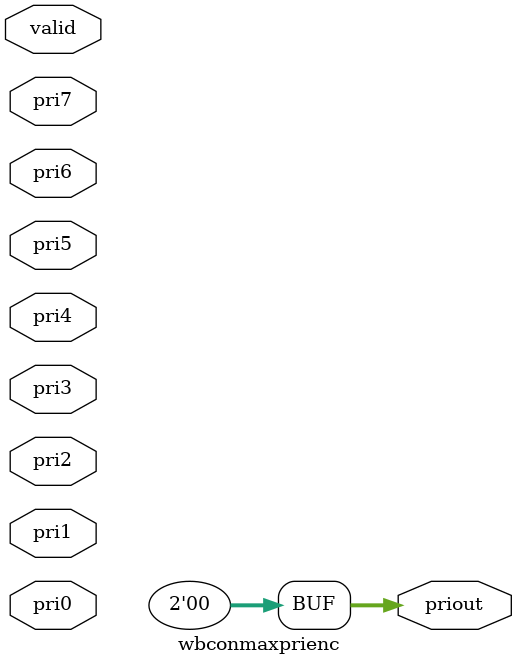
<source format=v>


`timescale 1ns / 10ps

module wbconmaxarb(clk, rst, req, gnt, next);

input		clk;
input		rst;
input	[7:0]	req;		
output	[2:0]	gnt; 		
input		next;		


parameter	[2:0]
                grant0 = 3'h0,
                grant1 = 3'h1,
                grant2 = 3'h2,
                grant3 = 3'h3,
                grant4 = 3'h4,
                grant5 = 3'h5,
                grant6 = 3'h6,
                grant7 = 3'h7;


reg [2:0]	state, nextstate;


assign	gnt = state;

always@(posedge clk or posedge rst)
	if(rst)		state <= #1 grant0;
	else		state <= #1 nextstate;


always@(state or req or next)
   begin
	nextstate = state;	
	case(state)		
 	   grant0:
		
		if(!req[0] | next)
		   begin
			if(req[1])	nextstate = grant1;
			else
			if(req[2])	nextstate = grant2;
			else
			if(req[3])	nextstate = grant3;
			else
			if(req[4])	nextstate = grant4;
			else
			if(req[5])	nextstate = grant5;
			else
			if(req[6])	nextstate = grant6;
			else
			if(req[7])	nextstate = grant7;
		   end
 	   grant1:
		
		if(!req[1] | next)
		   begin
			if(req[2])	nextstate = grant2;
			else
			if(req[3])	nextstate = grant3;
			else
			if(req[4])	nextstate = grant4;
			else
			if(req[5])	nextstate = grant5;
			else
			if(req[6])	nextstate = grant6;
			else
			if(req[7])	nextstate = grant7;
			else
			if(req[0])	nextstate = grant0;
		   end
 	   grant2:
		
		if(!req[2] | next)
		   begin
			if(req[3])	nextstate = grant3;
			else
			if(req[4])	nextstate = grant4;
			else
			if(req[5])	nextstate = grant5;
			else
			if(req[6])	nextstate = grant6;
			else
			if(req[7])	nextstate = grant7;
			else
			if(req[0])	nextstate = grant0;
			else
			if(req[1])	nextstate = grant1;
		   end
 	   grant3:
		
		if(!req[3] | next)
		   begin
			if(req[4])	nextstate = grant4;
			else
			if(req[5])	nextstate = grant5;
			else
			if(req[6])	nextstate = grant6;
			else
			if(req[7])	nextstate = grant7;
			else
			if(req[0])	nextstate = grant0;
			else
			if(req[1])	nextstate = grant1;
			else
			if(req[2])	nextstate = grant2;
		   end
 	   grant4:
		
		if(!req[4] | next)
		   begin
			if(req[5])	nextstate = grant5;
			else
			if(req[6])	nextstate = grant6;
			else
			if(req[7])	nextstate = grant7;
			else
			if(req[0])	nextstate = grant0;
			else
			if(req[1])	nextstate = grant1;
			else
			if(req[2])	nextstate = grant2;
			else
			if(req[3])	nextstate = grant3;
		   end
 	   grant5:
		
		if(!req[5] | next)
		   begin
			if(req[6])	nextstate = grant6;
			else
			if(req[7])	nextstate = grant7;
			else
			if(req[0])	nextstate = grant0;
			else
			if(req[1])	nextstate = grant1;
			else
			if(req[2])	nextstate = grant2;
			else
			if(req[3])	nextstate = grant3;
			else
			if(req[4])	nextstate = grant4;
		   end
 	   grant6:
		
		if(!req[6] | next)
		   begin
			if(req[7])	nextstate = grant7;
			else
			if(req[0])	nextstate = grant0;
			else
			if(req[1])	nextstate = grant1;
			else
			if(req[2])	nextstate = grant2;
			else
			if(req[3])	nextstate = grant3;
			else
			if(req[4])	nextstate = grant4;
			else
			if(req[5])	nextstate = grant5;
		   end
 	   grant7:
		
		if(!req[7] | next)
		   begin
			if(req[0])	nextstate = grant0;
			else
			if(req[1])	nextstate = grant1;
			else
			if(req[2])	nextstate = grant2;
			else
			if(req[3])	nextstate = grant3;
			else
			if(req[4])	nextstate = grant4;
			else
			if(req[5])	nextstate = grant5;
			else
			if(req[6])	nextstate = grant6;
		   end
	endcase
   end

endmodule 

`timescale 1ns / 10ps

module top ( clki, rsti, m0datai, m0datao, m0addri, m0seli, 
        m0wei, m0cyci, m0stbi, m0acko, m0erro, m0rtyo, m1datai, 
        m1datao, m1addri, m1seli, m1wei, m1cyci, m1stbi, m1acko, 
        m1erro, m1rtyo, m2datai, m2datao, m2addri, m2seli, m2wei, 
        m2cyci, m2stbi, m2acko, m2erro, m2rtyo, m3datai, m3datao, 
        m3addri, m3seli, m3wei, m3cyci, m3stbi, m3acko, m3erro, 
        m3rtyo, m4datai, m4datao, m4addri, m4seli, m4wei, m4cyci, 
        m4stbi, m4acko, m4erro, m4rtyo, m5datai, m5datao, 
        m5addri, m5seli, m5wei, m5cyci, m5stbi, m5acko, m5erro, 
        m5rtyo, m6datai, m6datao, m6addri, m6seli, m6wei, m6cyci, 
        m6stbi, m6acko, m6erro, m6rtyo, m7datai, m7datao, 
        m7addri, m7seli, m7wei, m7cyci, m7stbi, m7acko, m7erro, 
        m7rtyo, s0datai, s0datao, s0addro, s0selo, s0weo, s0cyco, 
        s0stbo, s0acki, s0erri, s0rtyi, s1datai, s1datao, 
        s1addro, s1selo, s1weo, s1cyco, s1stbo, s1acki, s1erri, 
        s1rtyi, s2datai, s2datao, s2addro, s2selo, s2weo, s2cyco, 
        s2stbo, s2acki, s2erri, s2rtyi, s3datai, s3datao, 
        s3addro, s3selo, s3weo, s3cyco, s3stbo, s3acki, s3erri, 
        s3rtyi, s4datai, s4datao, s4addro, s4selo, s4weo, s4cyco, 
        s4stbo, s4acki, s4erri, s4rtyi, s5datai, s5datao, 
        s5addro, s5selo, s5weo, s5cyco, s5stbo, s5acki, s5erri, 
        s5rtyi, s6datai, s6datao, s6addro, s6selo, s6weo, s6cyco, 
        s6stbo, s6acki, s6erri, s6rtyi, s7datai, s7datao, 
        s7addro, s7selo, s7weo, s7cyco, s7stbo, s7acki, s7erri, 
        s7rtyi, s8datai, s8datao, s8addro, s8selo, s8weo, s8cyco, 
        s8stbo, s8acki, s8erri, s8rtyi, s9datai, s9datao, 
        s9addro, s9selo, s9weo, s9cyco, s9stbo, s9acki, s9erri, 
        s9rtyi, s10datai, s10datao, s10addro, s10selo, s10weo, 
        s10cyco, s10stbo, s10acki, s10erri, s10rtyi, s11datai, 
        s11datao, s11addro, s11selo, s11weo, s11cyco, s11stbo, 
        s11acki, s11erri, s11rtyi, s12datai, s12datao, s12addro, 
        s12selo, s12weo, s12cyco, s12stbo, s12acki, s12erri, 
        s12rtyi, s13datai, s13datao, s13addro, s13selo, s13weo, 
        s13cyco, s13stbo, s13acki, s13erri, s13rtyi, s14datai, 
        s14datao, s14addro, s14selo, s14weo, s14cyco, s14stbo, 
        s14acki, s14erri, s14rtyi, s15datai, s15datao, s15addro, 
        s15selo, s15weo, s15cyco, s15stbo, s15acki, s15erri, 
        s15rtyi, testse, testsi1, testso1, testsi2, testso2, testsi3, 
        testso3, testsi4, testso4, testsi5, testso5, testsi6, testso6, 
        testsi7, testso7, testsi8, testso8, testsi9, testso9, testsi10, 
        testso10, testsi11, testso11, testsi12, testso12, testsi13, 
        testso13, testsi14, testso14, testsi15, testso15, testsi16, 
        testso16, testsi17, testso17, testsi18, testso18, testsi19, 
        testso19, testsi20, testso20, testsi21, testso21, testsi22, 
        testso22, testsi23, testso23, testsi24, testso24, testsi25, 
        testso25, testsi26, testso26, testsi27, testso27, testsi28, 
        testso28, testsi29, testso29, testsi30, testso30, testsi31, 
        testso31, testsi32, testso32, testsi33, testso33, testsi34, 
        testso34, testsi35, testso35, testsi36, testso36, testsi37, 
        testso37, testsi38, testso38, testsi39, testso39, testsi40, 
        testso40, testsi41, testso41, testsi42, testso42, testsi43, 
        testso43, testsi44, testso44, testsi45, testso45, testsi46, 
        testso46, testsi47, testso47, testsi48, testso48, testsi49, 
        testso49, testsi50, testso50, testsi51, testso51, testsi52, 
        testso52, testsi53, testso53, testsi54, testso54, testsi55, 
        testso55, testsi56, testso56, testsi57, testso57, testsi58, 
        testso58, testsi59, testso59, testsi60, testso60, testsi61, 
        testso61, testsi62, testso62, testsi63, testso63, testsi64, 
        testso64, testsi65, testso65, testsi66, testso66, testsi67, 
        testso67, testsi68, testso68, testsi69, testso69, testsi70, 
        testso70, testsi71, testso71, testsi72, testso72, testsi73, 
        testso73, testsi74, testso74, testsi75, testso75, testsi76, 
        testso76, testsi77, testso77, testsi78, testso78, testsi79, 
        testso79, testsi80, testso80, testsi81, testso81, testsi82, 
        testso82, testsi83, testso83, testsi84, testso84, testsi85, 
        testso85, testsi86, testso86, testsi87, testso87, testsi88, 
        testso88, testsi89, testso89, testsi90, testso90, testsi91, 
        testso91, testsi92, testso92, testsi93, testso93, testsi94, 
        testso94, testsi95, testso95, testsi96, testso96, testsi97, 
        testso97, testsi98, testso98, testsi99, testso99, testsi100, 
        testso100 );
  input [31:0] m0datai;
  output [31:0] m0datao;
  input [31:0] m0addri;
  input [3:0] m0seli;
  input [31:0] m1datai;
  output [31:0] m1datao;
  input [31:0] m1addri;
  input [3:0] m1seli;
  input [31:0] m2datai;
  output [31:0] m2datao;
  input [31:0] m2addri;
  input [3:0] m2seli;
  input [31:0] m3datai;
  output [31:0] m3datao;
  input [31:0] m3addri;
  input [3:0] m3seli;
  input [31:0] m4datai;
  output [31:0] m4datao;
  input [31:0] m4addri;
  input [3:0] m4seli;
  input [31:0] m5datai;
  output [31:0] m5datao;
  input [31:0] m5addri;
  input [3:0] m5seli;
  input [31:0] m6datai;
  output [31:0] m6datao;
  input [31:0] m6addri;
  input [3:0] m6seli;
  input [31:0] m7datai;
  output [31:0] m7datao;
  input [31:0] m7addri;
  input [3:0] m7seli;
  input [31:0] s0datai;
  output [31:0] s0datao;
  output [31:0] s0addro;
  output [3:0] s0selo;
  input [31:0] s1datai;
  output [31:0] s1datao;
  output [31:0] s1addro;
  output [3:0] s1selo;
  input [31:0] s2datai;
  output [31:0] s2datao;
  output [31:0] s2addro;
  output [3:0] s2selo;
  input [31:0] s3datai;
  output [31:0] s3datao;
  output [31:0] s3addro;
  output [3:0] s3selo;
  input [31:0] s4datai;
  output [31:0] s4datao;
  output [31:0] s4addro;
  output [3:0] s4selo;
  input [31:0] s5datai;
  output [31:0] s5datao;
  output [31:0] s5addro;
  output [3:0] s5selo;
  input [31:0] s6datai;
  output [31:0] s6datao;
  output [31:0] s6addro;
  output [3:0] s6selo;
  input [31:0] s7datai;
  output [31:0] s7datao;
  output [31:0] s7addro;
  output [3:0] s7selo;
  input [31:0] s8datai;
  output [31:0] s8datao;
  output [31:0] s8addro;
  output [3:0] s8selo;
  input [31:0] s9datai;
  output [31:0] s9datao;
  output [31:0] s9addro;
  output [3:0] s9selo;
  input [31:0] s10datai;
  output [31:0] s10datao;
  output [31:0] s10addro;
  output [3:0] s10selo;
  input [31:0] s11datai;
  output [31:0] s11datao;
  output [31:0] s11addro;
  output [3:0] s11selo;
  input [31:0] s12datai;
  output [31:0] s12datao;
  output [31:0] s12addro;
  output [3:0] s12selo;
  input [31:0] s13datai;
  output [31:0] s13datao;
  output [31:0] s13addro;
  output [3:0] s13selo;
  input [31:0] s14datai;
  output [31:0] s14datao;
  output [31:0] s14addro;
  output [3:0] s14selo;
  input [31:0] s15datai;
  output [31:0] s15datao;
  output [31:0] s15addro;
  output [3:0] s15selo;
  input clki, rsti, m0wei, m0cyci, m0stbi, m1wei, m1cyci, m1stbi,
         m2wei, m2cyci, m2stbi, m3wei, m3cyci, m3stbi, m4wei,
         m4cyci, m4stbi, m5wei, m5cyci, m5stbi, m6wei, m6cyci,
         m6stbi, m7wei, m7cyci, m7stbi, s0acki, s0erri, s0rtyi,
         s1acki, s1erri, s1rtyi, s2acki, s2erri, s2rtyi, s3acki,
         s3erri, s3rtyi, s4acki, s4erri, s4rtyi, s5acki, s5erri,
         s5rtyi, s6acki, s6erri, s6rtyi, s7acki, s7erri, s7rtyi,
         s8acki, s8erri, s8rtyi, s9acki, s9erri, s9rtyi, s10acki,
         s10erri, s10rtyi, s11acki, s11erri, s11rtyi, s12acki,
         s12erri, s12rtyi, s13acki, s13erri, s13rtyi, s14acki,
         s14erri, s14rtyi, s15acki, s15erri, s15rtyi, testse,
         testsi1, testsi2, testsi3, testsi4, testsi5, testsi6, testsi7,
         testsi8, testsi9, testsi10, testsi11, testsi12, testsi13,
         testsi14, testsi15, testsi16, testsi17, testsi18, testsi19,
         testsi20, testsi21, testsi22, testsi23, testsi24, testsi25,
         testsi26, testsi27, testsi28, testsi29, testsi30, testsi31,
         testsi32, testsi33, testsi34, testsi35, testsi36, testsi37,
         testsi38, testsi39, testsi40, testsi41, testsi42, testsi43,
         testsi44, testsi45, testsi46, testsi47, testsi48, testsi49,
         testsi50, testsi51, testsi52, testsi53, testsi54, testsi55,
         testsi56, testsi57, testsi58, testsi59, testsi60, testsi61,
         testsi62, testsi63, testsi64, testsi65, testsi66, testsi67,
         testsi68, testsi69, testsi70, testsi71, testsi72, testsi73,
         testsi74, testsi75, testsi76, testsi77, testsi78, testsi79,
         testsi80, testsi81, testsi82, testsi83, testsi84, testsi85,
         testsi86, testsi87, testsi88, testsi89, testsi90, testsi91,
         testsi92, testsi93, testsi94, testsi95, testsi96, testsi97,
         testsi98, testsi99, testsi100;
  output m0acko, m0erro, m0rtyo, m1acko, m1erro, m1rtyo, m2acko,
         m2erro, m2rtyo, m3acko, m3erro, m3rtyo, m4acko, m4erro,
         m4rtyo, m5acko, m5erro, m5rtyo, m6acko, m6erro, m6rtyo,
         m7acko, m7erro, m7rtyo, s0weo, s0cyco, s0stbo, s1weo,
         s1cyco, s1stbo, s2weo, s2cyco, s2stbo, s3weo, s3cyco,
         s3stbo, s4weo, s4cyco, s4stbo, s5weo, s5cyco, s5stbo,
         s6weo, s6cyco, s6stbo, s7weo, s7cyco, s7stbo, s8weo,
         s8cyco, s8stbo, s9weo, s9cyco, s9stbo, s10weo, s10cyco,
         s10stbo, s11weo, s11cyco, s11stbo, s12weo, s12cyco,
         s12stbo, s13weo, s13cyco, s13stbo, s14weo, s14cyco,
         s14stbo, s15weo, s15cyco, s15stbo, testso1, testso2,
         testso3, testso4, testso5, testso6, testso7, testso8, testso9,
         testso10, testso11, testso12, testso13, testso14, testso15,
         testso16, testso17, testso18, testso19, testso20, testso21,
         testso22, testso23, testso24, testso25, testso26, testso27,
         testso28, testso29, testso30, testso31, testso32, testso33,
         testso34, testso35, testso36, testso37, testso38, testso39,
         testso40, testso41, testso42, testso43, testso44, testso45,
         testso46, testso47, testso48, testso49, testso50, testso51,
         testso52, testso53, testso54, testso55, testso56, testso57,
         testso58, testso59, testso60, testso61, testso62, testso63,
         testso64, testso65, testso66, testso67, testso68, testso69,
         testso70, testso71, testso72, testso73, testso74, testso75,
         testso76, testso77, testso78, testso79, testso80, testso81,
         testso82, testso83, testso84, testso85, testso86, testso87,
         testso88, testso89, testso90, testso91, testso92, testso93,
         testso94, testso95, testso96, testso97, testso98, testso99,
         testso100;
  wire   n21090, n21091, n21092, n21093, n21094, n21095, n21096, n21097,
         n21098, n21099, n21100, n21101, n21102, n21103, n21104, n21105,
         m0s0cyc, m0s1cyc, m0s2cyc, m0s3cyc, m0s4cyc, m0s5cyc, m0s7cyc,
         m0s8cyc, m0s9cyc, m0s10cyc, m0s11cyc, m0s12cyc, m0s14cyc,
         m0s15cyc, m1s0cyc, m1s1cyc, m1s2cyc, m1s3cyc, m1s5cyc, m1s6cyc,
         m1s7cyc, m1s8cyc, m1s9cyc, m1s10cyc, m1s12cyc, m1s13cyc,
         m1s14cyc, m1s15cyc, m2s0cyc, m2s1cyc, m2s3cyc, m2s4cyc,
         m2s5cyc, m2s6cyc, m2s7cyc, m2s8cyc, m2s10cyc, m2s11cyc,
         m2s12cyc, m2s13cyc, m2s14cyc, m2s15cyc, m3s1cyc, m3s2cyc,
         m3s3cyc, m3s4cyc, m3s5cyc, m3s6cyc, m3s8cyc, m3s9cyc, m3s10cyc,
         m3s11cyc, m3s12cyc, m3s13cyc, m3s15cyc, m4s0cyc, m4s1cyc,
         m4s2cyc, m4s3cyc, m4s4cyc, m4s6cyc, m4s7cyc, m4s8cyc, m4s9cyc,
         m4s10cyc, m4s12cyc, m4s13cyc, m4s14cyc, m4s15cyc, m5s0cyc,
         m5s2cyc, m5s3cyc, m5s4cyc, m5s5cyc, m5s6cyc, m5s8cyc, m5s9cyc,
         m5s10cyc, m5s11cyc, m5s12cyc, m5s14cyc, m5s15cyc, m6s0cyc,
         m6s1cyc, m6s2cyc, m6s4cyc, m6s5cyc, m6s6cyc, m6s7cyc, m6s8cyc,
         m6s10cyc, m6s11cyc, m6s12cyc, m6s13cyc, m6s14cyc, m7s0cyc,
         m7s1cyc, m7s2cyc, m7s3cyc, m7s4cyc, m7s6cyc, m7s7cyc, m7s8cyc,
         m7s9cyc, m7s10cyc, m7s12cyc, m7s13cyc, m7s14cyc, m7s15cyc,
         conf015, conf014, conf013, conf012, conf011, conf010,
         conf09, conf08, conf07, conf06, conf05, conf04, conf03,
         conf02, conf01, conf115, conf114, conf113, conf112,
         conf111, conf110, conf19, conf18, conf17, conf16,
         conf15, conf14, conf13, conf12, conf11, conf215,
         conf214, conf213, conf212, conf211, conf210, conf29,
         conf28, conf27, conf26, conf25, conf24, conf23, conf22,
         conf21, conf315, conf314, conf313, conf312, conf311,
         conf310, conf39, conf38, conf37, conf36, conf35, conf34,
         conf33, conf32, conf31, conf415, conf414, conf413,
         conf412, conf411, conf410, conf49, conf48, conf47,
         conf46, conf45, conf44, conf43, conf42, conf41, conf515,
         conf514, conf513, conf512, conf511, conf510, conf59,
         conf58, conf57, conf56, conf55, conf54, conf53, conf52,
         conf51, conf615, conf614, conf613, conf612, conf611,
         conf610, conf69, conf68, conf67, conf66, conf65, conf64,
         conf63, conf62, conf61, conf715, conf714, conf713,
         conf712, conf711, conf710, conf79, conf78, conf77,
         conf76, conf75, conf74, conf73, conf72, conf71, conf815,
         conf814, conf813, conf812, conf811, conf810, conf89,
         conf88, conf87, conf86, conf85, conf84, conf83, conf82,
         conf81, conf915, conf914, conf913, conf912, conf911,
         conf910, conf99, conf98, conf97, conf96, conf95, conf94,
         conf93, conf92, conf91, conf1015, conf1014, conf1013,
         conf1012, conf1011, conf1010, conf109, conf108, conf107,
         conf106, conf105, conf104, conf103, conf102, conf101,
         conf1115, conf1114, conf1113, conf1112, conf1111,
         conf1110, conf119, conf118, conf117, conf116, conf115,
         conf114, conf113, conf112, conf111, conf1215, conf1214,
         conf1213, conf1212, conf1211, conf1210, conf129, conf128,
         conf127, conf126, conf125, conf124, conf123, conf122,
         conf121, conf1315, conf1314, conf1313, conf1312, conf1311,
         conf1310, conf139, conf138, conf137, conf136, conf135,
         conf134, conf133, conf132, conf131, conf1415, conf1414,
         conf1413, conf1412, conf1411, conf1410, conf149, conf148,
         conf147, conf146, conf145, conf144, conf143, conf142,
         conf141, conf1515, conf1514, conf1513, conf1512, conf1511,
         conf1510, conf159, conf158, conf157, conf156, conf155,
         conf154, conf153, conf152, conf151, s0m6cycr, s0m5cycr,
         s0m4cycr, s0m3cycr, s0m2cycr, s0m0cycr, s0next,
         s0mselgntp30, s0mselgntp31, s0mselgntp10,
         s0mselgntp11, s0mselpriout0, s0mselpriout1,
         s1m7cycr, s1m6cycr, s1m5cycr, s1m4cycr, s1m3cycr,
         s1m1cycr, s1m0cycr, s1next, s1mselgntp21,
         s1mselgntp22, s1mselgntp01, s1mselgntp02,
         s1mselpriout1, s2m7cycr, s2m6cycr, s2m5cycr,
         s2m4cycr, s2m2cycr, s2m1cycr, s2m0cycr, s2next,
         s2mselgntp20, s2mselgntp22, s2mselgntp00,
         s2mselgntp02, s2mselpriout0, s3m7cycr, s3m6cycr,
         s3m5cycr, s3m3cycr, s3m2cycr, s3m1cycr, s3m0cycr,
         s3mselgntp20, s3mselgntp21, s3mselgntp00,
         s3mselgntp01, s3mselpriout0, s3mselpriout1,
         s4m7cycr, s4m6cycr, s4m4cycr, s4m3cycr, s4m2cycr,
         s4m1cycr, s4m0cycr, s4next, s4mselgntp31,
         s4mselgntp32, s4mselgntp11, s4mselgntp12,
         s4mselpriout0, s4mselpriout1, s5m7cycr, s5m5cycr,
         s5m4cycr, s5m3cycr, s5m2cycr, s5m1cycr, s5next,
         s5mselgntp30, s5mselgntp32, s5mselgntp10,
         s5mselgntp12, s5mselpriout0, s5mselpriout1,
         s6m6cycr, s6m5cycr, s6m4cycr, s6m3cycr, s6m2cycr,
         s6m0cycr, s6next, s6mselgntp30, s6mselgntp31,
         s6mselgntp10, s6mselgntp11, s6mselpriout0,
         s6mselpriout1, s7m7cycr, s7m6cycr, s7m5cycr,
         s7m4cycr, s7m3cycr, s7m1cycr, s7m0cycr, s7next,
         s7mselgntp21, s7mselgntp22, s7mselgntp01,
         s7mselgntp02, s7mselpriout1, s8m7cycr, s8m6cycr,
         s8m5cycr, s8m4cycr, s8m2cycr, s8m1cycr, s8m0cycr,
         s8next, s8mselgntp20, s8mselgntp22, s8mselgntp00,
         s8mselgntp02, s8mselpriout0, s9m7cycr, s9m6cycr,
         s9m5cycr, s9m3cycr, s9m2cycr, s9m1cycr, s9m0cycr,
         s9mselgntp20, s9mselgntp21, s9mselgntp00,
         s9mselgntp01, s9mselpriout0, s9mselpriout1,
         s10m7cycr, s10m6cycr, s10m4cycr, s10m3cycr, s10m2cycr,
         s10m1cycr, s10m0cycr, s10next, s10mselgntp31,
         s10mselgntp32, s10mselgntp11, s10mselgntp12,
         s10mselpriout0, s10mselpriout1, s11m7cycr, s11m5cycr,
         s11m4cycr, s11m3cycr, s11m2cycr, s11m1cycr, s11next,
         s11mselgntp30, s11mselgntp32, s11mselgntp10,
         s11mselgntp12, s11mselpriout0, s11mselpriout1,
         s12m6cycr, s12m5cycr, s12m4cycr, s12m3cycr, s12m2cycr,
         s12m0cycr, s12next, s12mselgntp30, s12mselgntp31,
         s12mselgntp10, s12mselgntp11, s12mselpriout0,
         s12mselpriout1, s13m7cycr, s13m6cycr, s13m5cycr,
         s13m4cycr, s13m3cycr, s13m1cycr, s13m0cycr, s13next,
         s13mselgntp21, s13mselgntp22, s13mselgntp01,
         s13mselgntp02, s13mselpriout1, s14m7cycr, s14m6cycr,
         s14m5cycr, s14m4cycr, s14m2cycr, s14m1cycr, s14m0cycr,
         s14next, s14mselgntp20, s14mselgntp22, s14mselgntp00,
         s14mselgntp02, s14mselpriout0, s15m7cycr, s15m6cycr,
         s15m5cycr, s15m3cycr, s15m2cycr, s15m1cycr, s15m0cycr,
         s15mselgntp20, s15mselgntp21, s15mselgntp00,
         s15mselgntp01, s15mselpriout0, s15mselpriout1, rfN130,
         rfN129, rfN128, rfN127, rfN126, rfN125, rfN124, rfN123,
         rfN122, rfN121, rfN120, rfN119, rfN118, rfN117, rfN116,
         rfN115, rfrfdout1, rfrfdout2, rfrfdout3, rfrfdout4,
         rfrfdout5, rfrfdout7, rfrfdout8, rfrfdout9,
         rfrfdout10, rfrfdout11, rfrfdout13, rfrfdout14,
         rfrfdout15, rfN19, rfrfack, rfN18, n821, n822, n823, n824,
         n825, n826, n827, n828, n829, n830, n831, n832, n833, n834, n835,
         n836, n871, n872, n873, n874, n875, n876, n877, n878, n879, n880,
         n881, n882, n883, n884, n885, n886, n921, n922, n923, n924, n925,
         n926, n927, n928, n929, n930, n931, n932, n933, n934, n935, n936,
         n971, n972, n973, n974, n975, n976, n977, n978, n979, n980, n981,
         n982, n983, n984, n985, n986, n1021, n1022, n1023, n1024, n1025,
         n1026, n1027, n1028, n1029, n1030, n1031, n1032, n1033, n1034, n1035,
         n1036, n1071, n1072, n1073, n1074, n1075, n1076, n1077, n1078, n1079,
         n1080, n1081, n1082, n1083, n1084, n1085, n1086, n1121, n1122, n1123,
         n1124, n1125, n1126, n1127, n1128, n1129, n1130, n1131, n1132, n1133,
         n1134, n1135, n1136, n1171, n1172, n1173, n1174, n1175, n1176, n1177,
         n1178, n1179, n1180, n1181, n1182, n1183, n1184, n1185, n1186, n1221,
         n1222, n1223, n1224, n1225, n1226, n1227, n1228, n1229, n1230, n1231,
         n1232, n1233, n1234, n1235, n1236, n1271, n1272, n1273, n1274, n1275,
         n1276, n1277, n1278, n1279, n1280, n1281, n1282, n1283, n1284, n1285,
         n1286, n1321, n1322, n1323, n1324, n1325, n1326, n1327, n1328, n1329,
         n1330, n1331, n1332, n1333, n1334, n1335, n1336, n1371, n1372, n1373,
         n1374, n1375, n1376, n1377, n1378, n1379, n1380, n1381, n1382, n1383,
         n1384, n1385, n1386, n1421, n1422, n1423, n1424, n1425, n1426, n1427,
         n1428, n1429, n1430, n1431, n1432, n1433, n1434, n1435, n1436, n1471,
         n1472, n1473, n1474, n1475, n1476, n1477, n1478, n1479, n1480, n1481,
         n1482, n1483, n1484, n1485, n1486, n1521, n1522, n1523, n1524, n1525,
         n1526, n1527, n1528, n1529, n1530, n1531, n1532, n1533, n1534, n1535,
         n1536, n1571, n1572, n1573, n1574, n1575, n1576, n1577, n1578, n1579,
         n1580, n1581, n1582, n1583, n1584, n1585, n1586, n1605, n1606, n1607,
         n1608, n1609, n1610, n1611, n1612, n1613, n1614, n1615, n1616, n1617,
         n1618, n1619, n1620, n1621, n1622, n1623, n1624, n1625, n1626, n1627,
         n1628, n1629, n1630, n1631, n1632, n1633, n1634, n1635, n1636, n1650,
         n1655, n1656, n1657, n1658, n1659, n1660, n1661, n1662, n1663, n1664,
         n1665, n1666, n1667, n1668, n1669, n1670, n1671, n1672, n1673, n1674,
         n1675, n1676, n1677, n1678, n1679, n1680, n1681, n1682, n1683, n1684,
         n1685, n1686, n1687, n1688, n1689, n1690, n1691, n1692, n1693, n1694,
         n1695, n1696, n1697, n1698, n1699, n1700, n1701, n1702, n1703, n1704,
         n1705, n1706, n1707, n1708, n1709, n1710, n1711, n1712, n1713, n1714,
         n1715, n1716, n1717, n1718, n1719, n1720, n1721, n1722, n1723, n1724,
         n1725, n1726, n1727, n1728, n1729, n1730, n1731, n1732, n1733, n1734,
         n1735, n1736, n1737, n1738, n1739, n1740, n1741, n1758, n1759, n1760,
         n1761, n1762, n1763, n1764, n1765, n1766, n1767, n1768, n1769, n1770,
         n1771, n1772, n1773, n1774, n1775, n1776, n1777, n1778, n1779, n1780,
         n1781, n1782, n1783, n1784, n1785, n1786, n1787, n1788, n1789, n1790,
         n1791, n1792, n1793, n1794, n1795, n1796, n1797, n1798, n1799, n1800,
         n1801, n1802, n1803, n1804, n1805, n1806, n1807, n1808, n1809, n1810,
         n1811, n1812, n1813, n1814, n1815, n1816, n1817, n1818, n1819, n1820,
         n1821, n1822, n1823, n1824, n1825, n1826, n1827, n1844, n1845, n1846,
         n1847, n1848, n1849, n1850, n1851, n1852, n1853, n1854, n1855, n1856,
         n1857, n1858, n1859, n1860, n1861, n1862, n1863, n1864, n1865, n1866,
         n1867, n1868, n1869, n1870, n1871, n1872, n1873, n1874, n1875, n1876,
         n1877, n1878, n1879, n1880, n1881, n1882, n1883, n1884, n1885, n1886,
         n1887, n1888, n1889, n1890, n1891, n1892, n1893, n1894, n1895, n1896,
         n1897, n1898, n1899, n1900, n1901, n1902, n1903, n1904, n1905, n1906,
         n1907, n1908, n1909, n1910, n1911, n1912, n1913, n1930, n1931, n1932,
         n1933, n1934, n1935, n1936, n1937, n1938, n1939, n1940, n1941, n1942,
         n1943, n1944, n1945, n1946, n1947, n1948, n1949, n1950, n1951, n1952,
         n1953, n1954, n1955, n1956, n1957, n1958, n1959, n1960, n1961, n1962,
         n1963, n1964, n1965, n1966, n1967, n1968, n1969, n1970, n1971, n1972,
         n1973, n1974, n1975, n1976, n1977, n1978, n1979, n1980, n1981, n1982,
         n1983, n1984, n1985, n1986, n1987, n1988, n1989, n1990, n1991, n1992,
         n1993, n1994, n1995, n1996, n1997, n1998, n1999, n2016, n2017, n2018,
         n2019, n2020, n2021, n2022, n2023, n2024, n2025, n2026, n2027, n2028,
         n2029, n2030, n2031, n2032, n2033, n2034, n2035, n2036, n2037, n2038,
         n2039, n2040, n2041, n2042, n2043, n2044, n2045, n2046, n2047, n2048,
         n2049, n2050, n2051, n2052, n2053, n2054, n2055, n2056, n2057, n2058,
         n2059, n2060, n2061, n2062, n2063, n2064, n2065, n2066, n2067, n2068,
         n2069, n2070, n2071, n2072, n2073, n2074, n2075, n2076, n2077, n2078,
         n2079, n2080, n2081, n2082, n2083, n2084, n2085, n2102, n2103, n2104,
         n2105, n2106, n2107, n2108, n2109, n2110, n2111, n2112, n2113, n2114,
         n2115, n2116, n2117, n2118, n2119, n2120, n2121, n2122, n2123, n2124,
         n2125, n2126, n2127, n2128, n2129, n2130, n2131, n2132, n2133, n2134,
         n2135, n2136, n2137, n2138, n2139, n2140, n2141, n2142, n2143, n2144,
         n2145, n2146, n2147, n2148, n2149, n2150, n2151, n2152, n2153, n2154,
         n2155, n2156, n2157, n2158, n2159, n2160, n2161, n2162, n2163, n2164,
         n2165, n2166, n2167, n2168, n2169, n2170, n2171, n2188, n2189, n2190,
         n2191, n2192, n2193, n2194, n2195, n2196, n2197, n2198, n2199, n2200,
         n2201, n2202, n2203, n2204, n2205, n2206, n2207, n2208, n2209, n2210,
         n2211, n2212, n2213, n2214, n2215, n2216, n2217, n2218, n2219, n2220,
         n2221, n2222, n2223, n2224, n2225, n2226, n2227, n2228, n2229, n2230,
         n2231, n2232, n2233, n2234, n2235, n2236, n2237, n2238, n2239, n2240,
         n2241, n2242, n2243, n2244, n2245, n2246, n2247, n2248, n2249, n2250,
         n2251, n2252, n2253, n2254, n2255, n2256, n2257, n2274, n2275, n2276,
         n2277, n2278, n2279, n2280, n2281, n2282, n2283, n2284, n2285, n2286,
         n2287, n2288, n2289, n2290, n2291, n2292, n2293, n2294, n2295, n2296,
         n2297, n2298, n2299, n2300, n2301, n2302, n2303, n2304, n2305, n2306,
         n2307, n2308, n2309, n2310, n2311, n2312, n2313, n2314, n2315, n2316,
         n2317, n2318, n2319, n2320, n2321, n2322, n2323, n2324, n2325, n2326,
         n2327, n2328, n2329, n2330, n2331, n2332, n2333, n2334, n2335, n2336,
         n2337, n2338, n2339, n2340, n2341, n2342, n2343, n2344, n2345, n2346,
         n2347, n2348, n2349, n2350, n2351, n2352, n2353, n2354, n2355, n2356,
         n2357, n2358, n2359, n2360, n2361, n2362, n2363, n2364, n2365, n2366,
         n2367, n2368, n2369, n2370, n2371, n2372, n2373, n2374, n2375, n2376,
         n2377, n2378, n2379, n2380, n2381, n2382, n2383, n2384, n2385, n2386,
         n2387, n2388, n2389, n2390, n2391, n2392, n2393, n2394, n2395, n2396,
         n2397, n2398, n2399, n2400, n2401, n2402, n2403, n2404, n2405, n2406,
         n2407, n2408, n2409, n2410, n2411, n2412, n2413, n2414, n2415, n2416,
         n2417, n2418, n2419, n2420, n2421, n2422, n2423, n2424, n2425, n2426,
         n2427, n2428, n2429, n2430, n2431, n2432, n2433, n2434, n2435, n2436,
         n2437, n2438, n2439, n2440, n2441, n2442, n2443, n2444, n2445, n2446,
         n2447, n2448, n2449, n2450, n2451, n2452, n2453, n2454, n2455, n2456,
         n2457, n2458, n2459, n2460, n2461, n2462, n2463, n2464, n2465, n2466,
         n2467, n2468, n2469, n2470, n2471, n2472, n2473, n2474, n2475, n2476,
         n2477, n2478, n2479, n2480, n2481, n2482, n2483, n2484, n2485, n2486,
         n2487, n2488, n2489, n2490, n2491, n2492, n2493, n2494, n2495, n2496,
         n2497, n2498, n2499, n2500, n2501, n2502, n2503, n2504, n2505, n2506,
         n2507, n2508, n2509, n2510, n2511, n2512, n2513, n2514, n2515, n2516,
         n2517, n2518, n2519, n2520, n2521, n2522, n2523, n2524, n2525, n2526,
         n2527, n2528, n2529, n2530, n2531, n2532, n2533, n2534, n2535, n2536,
         n2537, n2538, n2539, n2540, n2541, n2542, n2543, n2544, n2545, n2546,
         n2547, n2548, n2549, n2550, n2551, n2552, n2553, n2554, n2555, n2556,
         n2557, n2558, n2559, n2560, n2561, n2562, n2563, n2564, n2565, n2566,
         n2567, n2568, n2569, n2570, n2571, n2572, n2573, n2574, n2575, n2576,
         n2577, n2578, n2579, n2580, n2581, n2582, n2583, n2584, n2585, n2586,
         n2587, n2588, n2589, n2590, n2591, n2592, n2593, n2594, n2595, n2596,
         n2597, n2598, n2599, n2600, n2601, n2602, n2603, n2604, n2605, n2606,
         n2607, n2608, n2609, n2610, n2611, n2612, n2613, n2614, n2615, n2616,
         n2617, n2618, n2619, n2620, n2621, n2622, n2623, n2624, n2625, n2626,
         n2627, n2628, n2629, n2630, n2631, n2632, n2633, n2634, n2635, n2636,
         n2637, n2638, n2639, n2640, n2641, n2642, n2643, n2644, n2645, n2646,
         n2647, n2648, n2649, n2650, n2651, n2652, n2653, n2654, n2655, n2656,
         n2657, n2658, n2659, n2660, n2661, n2662, n2663, n2664, n2665, n2666,
         n2667, n2668, n2669, n2670, n2671, n2672, n2673, n2674, n2675, n2676,
         n2677, n2678, n2679, n2680, n2681, n2682, n2683, n2684, n2685, n2686,
         n2687, n2688, n2689, n2690, n2691, n2692, n2693, n2694, n2695, n2696,
         n2697, n2698, n2699, n2700, n2701, n2702, n2703, n2704, n2705, n2706,
         n2707, n2708, n2709, n2710, n2711, n2712, n2713, n2714, n2715, n2716,
         n2717, n2718, n2719, n2720, n2721, n2722, n2723, n2724, n2725, n2726,
         n2727, n2728, n2729, n2730, n2731, n2732, n2733, n2734, n2735, n2736,
         n2737, n2738, n2739, n2740, n2741, n2742, n2743, n2744, n2745, n2746,
         n2747, n2748, n2749, n2750, n2751, n2752, n2753, n2754, n2755, n2756,
         n2757, n2758, n2759, n2760, n2761, n2762, n2763, n2764, n2765, n2766,
         n2767, n2768, n2769, n2770, n2771, n2772, n2773, n2774, n2775, n2776,
         n2777, n2778, n2779, n2780, n2781, n2782, n2783, n2784, n2785, n2786,
         n2787, n2788, n2789, n2790, n2791, n2792, n2793, n2794, n2795, n2796,
         n2797, n2798, n2799, n2800, n2801, n2802, n2803, n2804, n2805, n2806,
         n2807, n2808, n2809, n2810, n2811, n2812, n2813, n2814, n2815, n2816,
         n2817, n2818, n2819, n2820, n2821, n2822, n2823, n2824, n2825, n2826,
         n2827, n2828, n2829, n2830, n2831, n2832, n2833, n2834, n2835, n2836,
         n2837, n2838, n2839, n2840, n2841, n2842, n2843, n2844, n2845, n2846,
         n2847, n2848, n2849, n2850, n2851, n2852, n2853, n2854, n2855, n2856,
         n2857, n2858, n2859, n2860, n2861, n2862, n2863, n2864, n2865, n2866,
         n2867, n2869, n2870, n2871, n2872, n2873, n2874, n2875, n2876, n2877,
         n2878, n2879, n2880, n2881, n2882, n2883, n2885, n2886, n2887, n2888,
         n2889, n2890, n2891, n2892, n2893, n2894, n2895, n2896, n2897, n2898,
         n2899, n2901, n2902, n2903, n2904, n2905, n2906, n2907, n2908, n2909,
         n2910, n2911, n2912, n2913, n2914, n2915, n2917, n2918, n2919, n2920,
         n2921, n2922, n2923, n2924, n2925, n2926, n2927, n2928, n2929, n2930,
         n2931, n2933, n2934, n2935, n2936, n2937, n2938, n2939, n2940, n2941,
         n2942, n2943, n2944, n2945, n2946, n2947, n2949, n2950, n2951, n2952,
         n2953, n2954, n2955, n2956, n2957, n2958, n2959, n2960, n2961, n2962,
         n2963, n2965, n2966, n2967, n2968, n2969, n2970, n2971, n2972, n2973,
         n2974, n2975, n2976, n2977, n2978, n2979, n2981, n2982, n2983, n2984,
         n2985, n2986, n2987, n2988, n2989, n2990, n2991, n2992, n2993, n2994,
         n2995, n2997, n2998, n2999, n3000, n3001, n3002, n3003, n3004, n3005,
         n3006, n3007, n3008, n3009, n3010, n3011, n3013, n3014, n3015, n3016,
         n3017, n3018, n3019, n3020, n3021, n3022, n3023, n3024, n3025, n3026,
         n3027, n3029, n3030, n3031, n3032, n3033, n3034, n3035, n3036, n3037,
         n3038, n3039, n3040, n3041, n3042, n3043, n3045, n3046, n3047, n3048,
         n3049, n3050, n3051, n3052, n3053, n3054, n3055, n3056, n3057, n3058,
         n3059, n3061, n3062, n3063, n3064, n3065, n3066, n3067, n3068, n3069,
         n3070, n3071, n3072, n3073, n3074, n3075, n3077, n3078, n3079, n3080,
         n3081, n3082, n3083, n3084, n3085, n3086, n3087, n3088, n3089, n3090,
         n3091, n3093, n3094, n3095, n3096, n3097, n3098, n3099, n3100, n3101,
         n3102, n3103, n3104, n3105, n3106, n3107, n3108, n3109, n3110, n3111,
         n3112, n3113, n3114, n3115, n3116, n3117, n3118, n3119, n3120, n3121,
         n3122, n3123, n3124, n3125, n3126, n3127, n3128, n3129, n3130, n3131,
         n3132, n3133, n3134, n3135, n3136, n3137, n3138, n3139, n3140, n3141,
         n3142, n3143, n3144, n3145, n3146, n3147, n3148, n3149, n3150, n3151,
         n3152, n3153, n3154, n3155, n3156, n3157, n3158, n3159, n3160, n3161,
         n3162, n3163, n3164, n3165, n3166, n3167, n3168, n3169, n3170, n3171,
         n3172, n3173, n3174, n3175, n3176, n3177, n3178, n3179, n3180, n3181,
         n3182, n3183, n3184, n3185, n3186, n3187, n3188, n3189, n3190, n3191,
         n3192, n3193, n3194, n3195, n3196, n3197, n3198, n3199, n3200, n3201,
         n3202, n3203, n3204, n3205, n3206, n3207, n3208, n3209, n3210, n3211,
         n3212, n3213, n3214, n3215, n3216, n3217, n3218, n3219, n3220, n3221,
         n3222, n3223, n3224, n3225, n3226, n3227, n3228, n3229, n3230, n3231,
         n3232, n3233, n3234, n3235, n3236, n3237, n3238, n3239, n3240, n3241,
         n3242, n3243, n3244, n3245, n3246, n3247, n3248, n3249, n3250, n3251,
         n3252, n3253, n3254, n3255, n3256, n3257, n3258, n3259, n3260, n3261,
         n3262, n3263, n3264, n3265, n3266, n3267, n3268, n3269, n3270, n3271,
         n3272, n3273, n3274, n3275, n3276, n3277, n3278, n3279, n3280, n3281,
         n3282, n3283, n3284, n3285, n3286, n3287, n3288, n3289, n3290, n3291,
         n3292, n3293, n3294, n3295, n3296, n3297, n3298, n3299, n3300, n3301,
         n3302, n3303, n3304, n3305, n3306, n3307, n3308, n3309, n3310, n3311,
         n3312, n3313, n3314, n3315, n3316, n3317, n3318, n3319, n3320, n3321,
         n3322, n3323, n3324, n3325, n3326, n3327, n3328, n3329, n3330, n3331,
         n3332, n3333, n3334, n3335, n3336, n3337, n3338, n3339, n3340, n3341,
         n3342, n3343, n3344, n3345, n3346, n3347, n3348, n3349, n3350, n3351,
         n3352, n3353, n3354, n3355, n3356, n3357, n3358, n3359, n3360, n3361,
         n3362, n3363, n3364, n3365, n3366, n3367, n3368, n3369, n3370, n3371,
         n3372, n3373, n3374, n3375, n3376, n3377, n3378, n3379, n3380, n3381,
         n3382, n3383, n3384, n3385, n3386, n3387, n3388, n3389, n3390, n3391,
         n3392, n3393, n3394, n3395, n3396, n3397, n3398, n3399, n3400, n3401,
         n3402, n3403, n3404, n3405, n3406, n3407, n3408, n3409, n3410, n3411,
         n3412, n3413, n3414, n3415, n3416, n3417, n3418, n3419, n3420, n3421,
         n3422, n3423, n3424, n3425, n3426, n3427, n3428, n3429, n3430, n3431,
         n3432, n3433, n3434, n3435, n3436, n3437, n3438, n3439, n3440, n3441,
         n3442, n3443, n3444, n3445, n3446, n3447, n3448, n3449, n3450, n3451,
         n3452, n3453, n3454, n3455, n3456, n3457, n3458, n3459, n3460, n3461,
         n3462, n3463, n3464, n3465, n3466, n3467, n3468, n3469, n3470, n3471,
         n3472, n3473, n3474, n3475, n3476, n3477, n3478, n3479, n3480, n3481,
         n3482, n3483, n3484, n3485, n3486, n3487, n3488, n3489, n3490, n3491,
         n3492, n3493, n3494, n3495, n3496, n3497, n3498, n3499, n3500, n3501,
         n3502, n3503, n3504, n3505, n3506, n3507, n3508, n3509, n3510, n3511,
         n3512, n3513, n3514, n3515, n3516, n3517, n3518, n3519, n3520, n3521,
         n3522, n3523, n3524, n3525, n3530, n3535, n3536, n3537, n3538, n3539,
         n3540, n3541, n3542, n3543, n3544, n3545, n3546, n3547, n3548, n3549,
         n3550, n3551, n3552, n3553, n3554, n3555, n3556, n3557, n3558, n3559,
         n3560, n3561, n3562, n3563, n3564, n3565, n3566, n3567, n3568, n3569,
         n3570, n3575, n3580, n3581, n3582, n3583, n3584, n3585, n3586, n3587,
         n3588, n3589, n3590, n3591, n3592, n3593, n3594, n3595, n3596, n3597,
         n3598, n3599, n3600, n3601, n3602, n3603, n3604, n3605, n3606, n3607,
         n3608, n3609, n3610, n3611, n3612, n3613, n3614, n3615, n3620, n3625,
         n3626, n3627, n3628, n3629, n3630, n3631, n3632, n3633, n3634, n3635,
         n3636, n3637, n3638, n3639, n3640, n3641, n3642, n3643, n3644, n3645,
         n3646, n3647, n3648, n3649, n3650, n3651, n3652, n3653, n3654, n3655,
         n3656, n3657, n3658, n3659, n3660, n3665, n3670, n3671, n3672, n3673,
         n3674, n3675, n3676, n3677, n3678, n3679, n3680, n3681, n3682, n3683,
         n3684, n3685, n3686, n3687, n3688, n3689, n3690, n3691, n3692, n3693,
         n3694, n3695, n3696, n3697, n3698, n3699, n3700, n3701, n3702, n3703,
         n3704, n3705, n3710, n3715, n3716, n3717, n3718, n3719, n3720, n3721,
         n3722, n3723, n3724, n3725, n3726, n3727, n3728, n3729, n3730, n3731,
         n3732, n3733, n3734, n3735, n3736, n3737, n3738, n3739, n3740, n3741,
         n3742, n3743, n3744, n3745, n3746, n3747, n3748, n3749, n3750, n3755,
         n3760, n3761, n3762, n3763, n3764, n3765, n3766, n3767, n3768, n3769,
         n3770, n3771, n3772, n3773, n3774, n3775, n3776, n3777, n3778, n3779,
         n3780, n3781, n3782, n3783, n3784, n3785, n3786, n3787, n3788, n3789,
         n3790, n3791, n3792, n3793, n3794, n3795, n3800, n3805, n3806, n3807,
         n3808, n3809, n3810, n3811, n3812, n3813, n3814, n3815, n3816, n3817,
         n3818, n3819, n3820, n3821, n3822, n3823, n3824, n3825, n3826, n3827,
         n3828, n3829, n3830, n3831, n3832, n3833, n3834, n3835, n3836, n3837,
         n3838, n3839, n3840, n3845, n3850, n3851, n3852, n3853, n3854, n3855,
         n3856, n3857, n3858, n3859, n3860, n3861, n3862, n3863, n3864, n3865,
         n3866, n3867, n3868, n3869, n3870, n3871, n3872, n3873, n3874, n3875,
         n3876, n3877, n3878, n3879, n3880, n3881, n3882, n3883, n3884, n3885,
         n3890, n3895, n3896, n3897, n3898, n3899, n3900, n3901, n3902, n3903,
         n3904, n3905, n3906, n3907, n3908, n3909, n3910, n3911, n3912, n3913,
         n3914, n3915, n3916, n3917, n3918, n3919, n3920, n3921, n3922, n3923,
         n3924, n3925, n3926, n3927, n3928, n3929, n3930, n3935, n3940, n3941,
         n3942, n3943, n3944, n3945, n3946, n3947, n3948, n3949, n3950, n3951,
         n3952, n3953, n3954, n3955, n3956, n3957, n3958, n3959, n3960, n3961,
         n3962, n3963, n3964, n3965, n3966, n3967, n3968, n3969, n3970, n3971,
         n3972, n3973, n3974, n3975, n3980, n3985, n3986, n3987, n3988, n3989,
         n3990, n3991, n3992, n3993, n3994, n3995, n3996, n3997, n3998, n3999,
         n4000, n4001, n4002, n4003, n4004, n4005, n4006, n4007, n4008, n4009,
         n4010, n4011, n4012, n4013, n4014, n4015, n4016, n4017, n4018, n4019,
         n4020, n4025, n4030, n4031, n4032, n4033, n4034, n4035, n4036, n4037,
         n4038, n4039, n4040, n4041, n4042, n4043, n4044, n4045, n4046, n4047,
         n4048, n4049, n4050, n4051, n4052, n4053, n4054, n4055, n4056, n4057,
         n4058, n4059, n4060, n4061, n4062, n4063, n4064, n4065, n4070, n4075,
         n4076, n4077, n4078, n4079, n4080, n4081, n4082, n4083, n4084, n4085,
         n4086, n4087, n4088, n4089, n4090, n4091, n4092, n4093, n4094, n4095,
         n4096, n4097, n4098, n4099, n4100, n4101, n4102, n4103, n4104, n4105,
         n4106, n4107, n4108, n4109, n4110, n4115, n4120, n4121, n4122, n4123,
         n4124, n4125, n4126, n4127, n4128, n4129, n4130, n4131, n4132, n4133,
         n4134, n4135, n4136, n4137, n4138, n4139, n4140, n4141, n4142, n4143,
         n4144, n4145, n4146, n4147, n4148, n4149, n4150, n4151, n4152, n4153,
         n4154, n4155, n4160, n4165, n4166, n4167, n4168, n4169, n4170, n4171,
         n4172, n4173, n4174, n4175, n4176, n4177, n4178, n4179, n4180, n4181,
         n4182, n4183, n4184, n4185, n4186, n4187, n4188, n4189, n4190, n4191,
         n4192, n4193, n4194, n4195, n4196, n4197, n4198, n4199, n4200, n4205,
         n4210, n4211, n4212, n4213, n4214, n4215, n4216, n4217, n4218, n4219,
         n4220, n4221, n4222, n4223, n4224, n4225, n4226, n4227, n4228, n4229,
         n4230, n4231, n4232, n4233, n4234, n4235, n4236, n4237, n4238, n4239,
         n4240, n4241, n4242, n4243, n4244, n4245, n4502, n4503, n4504, n4505,
         n4506, n4507, n4508, n4509, n4510, n4511, n4512, n4513, n4514, n4515,
         n4516, n4517, n4518, n4519, n4520, n4521, n4522, n4523, n4524, n4525,
         n4526, n4527, n4528, n4529, n4530, n4531, n4532, n4533, n4534, n4535,
         n4536, n4537, n4538, n4539, n4540, n4541, n4542, n4543, n4544, n4545,
         n4546, n4547, n4548, n4549, n4550, n4551, n4552, n4553, n4554, n4555,
         n4556, n4557, n4558, n4559, n4560, n4561, n4562, n4563, n4564, n4565,
         n4566, n4567, n4568, n4569, n4570, n4571, n4572, n4573, n4574, n4575,
         n4576, n4577, n4578, n4579, n4580, n4581, n4582, n4583, n4584, n4585,
         n4586, n4587, n4588, n4589, n4590, n4591, n4592, n4593, n4594, n4595,
         n4596, n4597, n4598, n4599, n4600, n4601, n4602, n4603, n4604, n4605,
         n4606, n4607, n4608, n4609, n4610, n4611, n4612, n4613, n4614, n4615,
         n4616, n4617, n4618, n4619, n4620, n4621, n4622, n4623, n4624, n4625,
         n4626, n4627, n4628, n4629, n4630, n4631, n4632, n4633, n4634, n4635,
         n4636, n4637, n4638, n4639, n4640, n4641, n4642, n4643, n4644, n4645,
         n4646, n4647, n4648, n4649, n4650, n4651, n4652, n4653, n4654, n4655,
         n4656, n4657, n4658, n4659, n4660, n4661, n4662, n4663, n4664, n4665,
         n4666, n4667, n4668, n4669, n4670, n4671, n4672, n4673, n4674, n4675,
         n4676, n4677, n4678, n4679, n4680, n4681, n4682, n4683, n4684, n4685,
         n4686, n4687, n4688, n4689, n4690, n4691, n4692, n4693, n4694, n4695,
         n4696, n4697, n4698, n4699, n4700, n4701, n4702, n4703, n4704, n4705,
         n4706, n4707, n4708, n4709, n4710, n4711, n4712, n4713, n4714, n4715,
         n4716, n4717, n4718, n4719, n4720, n4721, n4722, n4723, n4724, n4725,
         n4726, n4727, n4728, n4729, n4730, n4731, n4732, n4733, n4734, n4735,
         n4736, n4737, n4738, n4739, n4740, n4741, n4742, n4743, n4744, n4745,
         n4746, n4747, n4748, n4749, n4750, n4751, n4752, n4753, n4754, n4755,
         n4756, n4757, n4758, n4759, n4760, n4761, n4762, n4763, n4764, n4765,
         n4766, n4767, n4768, n4769, n4770, n4771, n4772, n4773, n4774, n4775,
         n4776, n4777, n4778, n4779, n4780, n4781, n4782, n4783, n4784, n4785,
         n4786, n4787, n4788, n4789, n4790, n4791, n4792, n4793, n4794, n4795,
         n4796, n4797, n4798, n4799, n4800, n4801, n4802, n4803, n4805, n4807,
         n4809, n4811, n4812, n4813, n4814, n4815, n4816, n4817, n4818, n4819,
         n4820, n4821, n4822, n4823, n4824, n4825, n4826, n4827, n4828, n4829,
         n4830, n4831, n4832, n4833, n4834, n4835, n4836, n4837, n4838, n4839,
         n4840, n4841, n4842, n4843, n4844, n4845, n4846, n4847, n4848, n4849,
         n4850, n4851, n4852, n4853, n4854, n4855, n4856, n4857, n4858, n4859,
         n4860, n4861, n4862, n4863, n4864, n4865, n4866, n4867, n4868, n4869,
         n4870, n4871, n4872, n4873, n4874, n4875, n4876, n4877, n4878, n4879,
         n4880, n4881, n4882, n4883, n4884, n4885, n4886, n4887, n4888, n4889,
         n4890, n4891, n4892, n4893, n4894, n4895, n4896, n4897, n4898, n4899,
         n4900, n4901, n4902, n4903, n4904, n4905, n4906, n4907, n4908, n4909,
         n4910, n4911, n4912, n4913, n4914, n4915, n4916, n4917, n4918, n4919,
         n4920, n4921, n4922, n4923, n4924, n4925, n4926, n4927, n4928, n4929,
         n4930, n4931, n4932, n4933, n4934, n4935, n4936, n4937, n4938, n4939,
         n4940, n4941, n4942, n4943, n4944, n4945, n4946, n4947, n4948, n4949,
         n4950, n4951, n4952, n4953, n4954, n4955, n4956, n4957, n4958, n4959,
         n4960, n4961, n4962, n4963, n4964, n4965, n4966, n4967, n4968, n4969,
         n4970, n4971, n4972, n4973, n4974, n4975, n4976, n4977, n4978, n4979,
         n4980, n4981, n4982, n4983, n4984, n4985, n4986, n4987, n4988, n4989,
         n4990, n4991, n4992, n4993, n4994, n4995, n4996, n4997, n4998, n4999,
         n5000, n5001, n5002, n5003, n5004, n5005, n5006, n5007, n5008, n5009,
         n5010, n5011, n5012, n5013, n5014, n5015, n5016, n5017, n5018, n5019,
         n5020, n5021, n5022, n5023, n5024, n5025, n5026, n5027, n5028, n5029,
         n5030, n5031, n5032, n5033, n5034, n5035, n5036, n5037, n5038, n5039,
         n5040, n5041, n5042, n5043, n5044, n5045, n5046, n5047, n5048, n5049,
         n5050, n5051, n5052, n5053, n5054, n5055, n5056, n5057, n5058, n5059,
         n5060, n5061, n5062, n5063, n5064, n5065, n5066, n5067, n5068, n5069,
         n5070, n5071, n5072, n5073, n5074, n5075, n5076, n5077, n5078, n5079,
         n5080, n5081, n5082, n5083, n5084, n5085, n5086, n5087, n5088, n5089,
         n5090, n5091, n5092, n5093, n5094, n5095, n5096, n5097, n5098, n5099,
         n5101, n5103, n5105, n5107, n5108, n5109, n5110, n5111, n5112, n5113,
         n5114, n5115, n5116, n5117, n5118, n5119, n5120, n5121, n5122, n5123,
         n5124, n5125, n5126, n5127, n5128, n5129, n5130, n5131, n5132, n5133,
         n5134, n5135, n5136, n5137, n5138, n5139, n5140, n5141, n5142, n5143,
         n5144, n5145, n5146, n5147, n5148, n5149, n5150, n5151, n5152, n5153,
         n5154, n5155, n5156, n5157, n5158, n5159, n5160, n5161, n5162, n5163,
         n5164, n5165, n5166, n5167, n5168, n5169, n5170, n5171, n5172, n5173,
         n5174, n5175, n5176, n5177, n5178, n5179, n5180, n5181, n5182, n5183,
         n5184, n5185, n5186, n5187, n5188, n5189, n5190, n5191, n5192, n5193,
         n5194, n5195, n5196, n5197, n5198, n5199, n5200, n5201, n5202, n5203,
         n5204, n5205, n5206, n5207, n5208, n5209, n5210, n5211, n5212, n5213,
         n5214, n5215, n5216, n5217, n5218, n5219, n5220, n5221, n5222, n5223,
         n5224, n5225, n5226, n5227, n5228, n5229, n5230, n5231, n5232, n5233,
         n5234, n5235, n5236, n5237, n5238, n5239, n5240, n5241, n5242, n5243,
         n5244, n5245, n5246, n5247, n5248, n5249, n5250, n5251, n5252, n5253,
         n5254, n5255, n5256, n5257, n5258, n5259, n5260, n5261, n5262, n5263,
         n5264, n5265, n5266, n5267, n5268, n5269, n5270, n5271, n5272, n5273,
         n5274, n5275, n5276, n5277, n5278, n5279, n5280, n5281, n5282, n5283,
         n5284, n5285, n5286, n5287, n5288, n5289, n5290, n5291, n5292, n5293,
         n5294, n5295, n5296, n5297, n5298, n5299, n5300, n5301, n5302, n5303,
         n5304, n5305, n5306, n5307, n5308, n5309, n5310, n5311, n5312, n5313,
         n5314, n5315, n5316, n5317, n5318, n5319, n5320, n5321, n5322, n5323,
         n5324, n5325, n5326, n5327, n5328, n5329, n5330, n5331, n5332, n5333,
         n5334, n5335, n5336, n5337, n5338, n5339, n5340, n5341, n5342, n5343,
         n5344, n5345, n5346, n5347, n5348, n5349, n5350, n5351, n5352, n5353,
         n5354, n5355, n5356, n5357, n5358, n5359, n5360, n5361, n5362, n5363,
         n5364, n5365, n5366, n5367, n5368, n5369, n5370, n5371, n5372, n5373,
         n5374, n5375, n5376, n5377, n5378, n5379, n5380, n5381, n5382, n5383,
         n5384, n5385, n5386, n5387, n5388, n5389, n5390, n5391, n5392, n5393,
         n5394, n5395, n5397, n5398, n5399, n5401, n5403, n5404, n5405, n5406,
         n5407, n5408, n5409, n5410, n5411, n5412, n5413, n5414, n5415, n5416,
         n5417, n5418, n5419, n5420, n5421, n5422, n5423, n5424, n5425, n5426,
         n5427, n5428, n5429, n5430, n5431, n5432, n5433, n5434, n5435, n5436,
         n5437, n5438, n5439, n5440, n5441, n5442, n5443, n5444, n5445, n5446,
         n5447, n5448, n5449, n5450, n5451, n5452, n5453, n5454, n5455, n5456,
         n5457, n5458, n5459, n5460, n5461, n5462, n5463, n5464, n5465, n5466,
         n5467, n5468, n5469, n5470, n5471, n5472, n5473, n5474, n5475, n5476,
         n5477, n5478, n5479, n5480, n5481, n5482, n5483, n5484, n5485, n5486,
         n5487, n5488, n5489, n5490, n5491, n5492, n5493, n5494, n5495, n5496,
         n5497, n5498, n5499, n5500, n5501, n5502, n5503, n5504, n5505, n5506,
         n5507, n5508, n5509, n5510, n5511, n5512, n5513, n5514, n5515, n5516,
         n5517, n5518, n5519, n5520, n5521, n5522, n5523, n5524, n5525, n5526,
         n5527, n5528, n5529, n5530, n5531, n5532, n5533, n5534, n5535, n5536,
         n5537, n5538, n5539, n5540, n5541, n5542, n5543, n5544, n5545, n5546,
         n5547, n5548, n5549, n5550, n5551, n5552, n5553, n5554, n5555, n5556,
         n5557, n5558, n5559, n5560, n5561, n5562, n5563, n5564, n5565, n5566,
         n5567, n5568, n5569, n5570, n5571, n5572, n5573, n5574, n5575, n5576,
         n5577, n5578, n5579, n5580, n5581, n5582, n5583, n5584, n5585, n5586,
         n5587, n5588, n5589, n5590, n5591, n5592, n5593, n5594, n5595, n5596,
         n5597, n5598, n5599, n5600, n5601, n5602, n5603, n5604, n5605, n5606,
         n5607, n5608, n5609, n5610, n5611, n5612, n5613, n5614, n5615, n5616,
         n5617, n5618, n5619, n5620, n5621, n5622, n5623, n5624, n5625, n5626,
         n5627, n5628, n5629, n5630, n5631, n5632, n5633, n5634, n5635, n5636,
         n5637, n5638, n5639, n5640, n5641, n5642, n5643, n5644, n5645, n5646,
         n5647, n5648, n5649, n5650, n5651, n5652, n5653, n5654, n5655, n5656,
         n5657, n5658, n5659, n5660, n5661, n5662, n5663, n5664, n5665, n5666,
         n5667, n5668, n5669, n5670, n5671, n5672, n5673, n5674, n5675, n5676,
         n5677, n5678, n5679, n5680, n5681, n5682, n5683, n5684, n5685, n5686,
         n5687, n5688, n5689, n5690, n5691, n5693, n5695, n5697, n5699, n5700,
         n5701, n5702, n5703, n5704, n5705, n5706, n5707, n5708, n5709, n5710,
         n5711, n5712, n5713, n5714, n5715, n5716, n5717, n5718, n5719, n5720,
         n5721, n5722, n5723, n5724, n5725, n5726, n5727, n5728, n5729, n5730,
         n5731, n5732, n5733, n5734, n5735, n5736, n5737, n5738, n5739, n5740,
         n5741, n5742, n5743, n5744, n5745, n5746, n5747, n5748, n5749, n5750,
         n5751, n5752, n5753, n5754, n5755, n5756, n5757, n5758, n5759, n5760,
         n5761, n5762, n5763, n5764, n5765, n5766, n5767, n5768, n5769, n5770,
         n5771, n5772, n5773, n5774, n5775, n5776, n5777, n5778, n5779, n5780,
         n5781, n5782, n5783, n5784, n5785, n5786, n5787, n5788, n5789, n5790,
         n5791, n5792, n5793, n5794, n5795, n5796, n5797, n5798, n5799, n5800,
         n5801, n5802, n5803, n5804, n5805, n5806, n5807, n5808, n5809, n5810,
         n5811, n5812, n5813, n5814, n5815, n5816, n5817, n5818, n5819, n5820,
         n5821, n5822, n5823, n5824, n5825, n5826, n5827, n5828, n5829, n5830,
         n5831, n5832, n5833, n5834, n5835, n5836, n5837, n5838, n5839, n5840,
         n5841, n5842, n5843, n5844, n5845, n5846, n5847, n5848, n5849, n5850,
         n5851, n5852, n5853, n5854, n5855, n5856, n5857, n5858, n5859, n5860,
         n5861, n5862, n5863, n5864, n5865, n5866, n5867, n5868, n5869, n5870,
         n5871, n5872, n5873, n5874, n5875, n5876, n5877, n5878, n5879, n5880,
         n5881, n5882, n5883, n5884, n5885, n5886, n5887, n5888, n5889, n5890,
         n5891, n5892, n5893, n5894, n5895, n5896, n5897, n5898, n5899, n5900,
         n5901, n5902, n5903, n5904, n5905, n5906, n5907, n5908, n5909, n5910,
         n5911, n5912, n5913, n5914, n5915, n5916, n5917, n5918, n5919, n5920,
         n5921, n5922, n5923, n5924, n5925, n5926, n5927, n5928, n5929, n5930,
         n5931, n5932, n5933, n5934, n5935, n5936, n5937, n5938, n5939, n5940,
         n5941, n5942, n5943, n5944, n5945, n5946, n5947, n5948, n5949, n5950,
         n5951, n5952, n5953, n5954, n5955, n5956, n5957, n5958, n5959, n5960,
         n5961, n5962, n5963, n5964, n5965, n5966, n5967, n5968, n5969, n5970,
         n5971, n5972, n5973, n5974, n5975, n5976, n5977, n5978, n5979, n5980,
         n5981, n5982, n5983, n5984, n5985, n5986, n5987, n5989, n5991, n5993,
         n5995, n5996, n5997, n5998, n5999, n6000, n6001, n6002, n6003, n6004,
         n6005, n6006, n6007, n6008, n6009, n6010, n6011, n6012, n6013, n6014,
         n6015, n6016, n6017, n6018, n6019, n6020, n6021, n6022, n6023, n6024,
         n6025, n6026, n6027, n6028, n6029, n6030, n6031, n6032, n6033, n6034,
         n6035, n6036, n6037, n6038, n6039, n6040, n6041, n6042, n6043, n6044,
         n6045, n6046, n6047, n6048, n6049, n6050, n6051, n6052, n6053, n6054,
         n6055, n6056, n6057, n6058, n6059, n6060, n6061, n6062, n6063, n6064,
         n6065, n6066, n6067, n6068, n6069, n6070, n6071, n6072, n6073, n6074,
         n6075, n6076, n6077, n6078, n6079, n6080, n6081, n6082, n6083, n6084,
         n6085, n6086, n6087, n6088, n6089, n6090, n6091, n6092, n6093, n6094,
         n6095, n6096, n6097, n6098, n6099, n6100, n6101, n6102, n6103, n6104,
         n6105, n6106, n6107, n6108, n6109, n6110, n6111, n6112, n6113, n6114,
         n6115, n6116, n6117, n6118, n6119, n6120, n6121, n6122, n6123, n6124,
         n6125, n6126, n6127, n6128, n6129, n6130, n6131, n6132, n6133, n6134,
         n6135, n6136, n6137, n6138, n6139, n6140, n6141, n6142, n6143, n6144,
         n6145, n6146, n6147, n6148, n6149, n6150, n6151, n6152, n6153, n6154,
         n6155, n6156, n6157, n6158, n6159, n6160, n6161, n6162, n6163, n6164,
         n6165, n6166, n6167, n6168, n6169, n6170, n6171, n6172, n6173, n6174,
         n6175, n6176, n6177, n6178, n6179, n6180, n6181, n6182, n6183, n6184,
         n6185, n6186, n6187, n6188, n6189, n6190, n6191, n6192, n6193, n6194,
         n6195, n6196, n6197, n6198, n6199, n6200, n6201, n6202, n6203, n6204,
         n6205, n6206, n6207, n6208, n6209, n6210, n6211, n6212, n6213, n6214,
         n6215, n6216, n6217, n6218, n6219, n6220, n6221, n6222, n6223, n6224,
         n6225, n6226, n6227, n6228, n6229, n6230, n6231, n6232, n6233, n6234,
         n6235, n6236, n6237, n6238, n6239, n6240, n6241, n6242, n6243, n6244,
         n6245, n6246, n6247, n6248, n6249, n6250, n6251, n6252, n6253, n6254,
         n6255, n6256, n6257, n6258, n6259, n6260, n6261, n6262, n6263, n6264,
         n6265, n6266, n6267, n6268, n6269, n6270, n6271, n6272, n6273, n6274,
         n6275, n6276, n6277, n6278, n6279, n6280, n6281, n6282, n6283, n6285,
         n6286, n6287, n6289, n6291, n6292, n6293, n6294, n6295, n6296, n6297,
         n6298, n6299, n6300, n6301, n6302, n6303, n6304, n6305, n6306, n6307,
         n6308, n6309, n6310, n6311, n6312, n6313, n6314, n6315, n6316, n6317,
         n6318, n6319, n6320, n6321, n6322, n6323, n6324, n6325, n6326, n6327,
         n6328, n6329, n6330, n6331, n6332, n6333, n6334, n6335, n6336, n6337,
         n6338, n6339, n6340, n6341, n6342, n6343, n6344, n6345, n6346, n6347,
         n6348, n6349, n6350, n6351, n6352, n6353, n6354, n6355, n6356, n6357,
         n6358, n6359, n6360, n6361, n6362, n6363, n6364, n6365, n6366, n6367,
         n6368, n6369, n6370, n6371, n6372, n6373, n6374, n6375, n6376, n6377,
         n6378, n6379, n6380, n6381, n6382, n6383, n6384, n6385, n6386, n6387,
         n6388, n6389, n6390, n6391, n6392, n6393, n6394, n6395, n6396, n6397,
         n6398, n6399, n6400, n6401, n6402, n6403, n6404, n6405, n6406, n6407,
         n6408, n6409, n6410, n6411, n6412, n6413, n6414, n6415, n6416, n6417,
         n6418, n6419, n6420, n6421, n6422, n6423, n6424, n6425, n6426, n6427,
         n6428, n6429, n6430, n6431, n6432, n6433, n6434, n6435, n6436, n6437,
         n6438, n6439, n6440, n6441, n6442, n6443, n6444, n6445, n6446, n6447,
         n6448, n6449, n6450, n6451, n6452, n6453, n6454, n6455, n6456, n6457,
         n6458, n6459, n6460, n6461, n6462, n6463, n6464, n6465, n6466, n6467,
         n6468, n6469, n6470, n6471, n6472, n6473, n6474, n6475, n6476, n6477,
         n6478, n6479, n6480, n6481, n6482, n6483, n6484, n6485, n6486, n6487,
         n6488, n6489, n6490, n6491, n6492, n6493, n6494, n6495, n6496, n6497,
         n6498, n6499, n6500, n6501, n6502, n6503, n6504, n6505, n6506, n6507,
         n6508, n6509, n6510, n6511, n6512, n6513, n6514, n6515, n6516, n6517,
         n6518, n6519, n6520, n6521, n6522, n6523, n6524, n6525, n6526, n6527,
         n6528, n6529, n6530, n6531, n6532, n6533, n6534, n6535, n6536, n6537,
         n6538, n6539, n6540, n6541, n6542, n6543, n6544, n6545, n6546, n6547,
         n6548, n6549, n6550, n6551, n6552, n6553, n6554, n6555, n6556, n6557,
         n6558, n6559, n6560, n6561, n6562, n6563, n6564, n6565, n6566, n6567,
         n6568, n6569, n6570, n6571, n6572, n6573, n6574, n6575, n6576, n6577,
         n6578, n6579, n6581, n6582, n6583, n6585, n6587, n6588, n6589, n6590,
         n6591, n6592, n6593, n6594, n6595, n6596, n6597, n6598, n6599, n6600,
         n6601, n6602, n6603, n6604, n6605, n6606, n6607, n6608, n6609, n6610,
         n6611, n6612, n6613, n6614, n6615, n6616, n6617, n6618, n6619, n6620,
         n6621, n6622, n6623, n6624, n6625, n6626, n6627, n6628, n6629, n6630,
         n6631, n6632, n6633, n6634, n6635, n6636, n6637, n6638, n6639, n6640,
         n6641, n6642, n6643, n6644, n6645, n6646, n6647, n6648, n6649, n6650,
         n6651, n6652, n6653, n6654, n6655, n6656, n6657, n6658, n6659, n6660,
         n6661, n6662, n6663, n6664, n6665, n6666, n6667, n6668, n6669, n6670,
         n6671, n6672, n6673, n6674, n6675, n6676, n6677, n6678, n6679, n6680,
         n6681, n6682, n6683, n6684, n6685, n6686, n6687, n6688, n6689, n6690,
         n6691, n6692, n6693, n6694, n6695, n6696, n6697, n6698, n6699, n6700,
         n6701, n6702, n6703, n6704, n6705, n6706, n6707, n6708, n6709, n6710,
         n6711, n6712, n6713, n6714, n6715, n6716, n6717, n6718, n6719, n6720,
         n6721, n6722, n6723, n6724, n6725, n6726, n6727, n6728, n6729, n6730,
         n6731, n6732, n6733, n6734, n6735, n6736, n6737, n6738, n6739, n6740,
         n6741, n6742, n6743, n6744, n6745, n6746, n6747, n6748, n6749, n6750,
         n6751, n6752, n6753, n6754, n6755, n6756, n6757, n6758, n6759, n6760,
         n6761, n6762, n6763, n6764, n6765, n6766, n6767, n6768, n6769, n6770,
         n6771, n6772, n6773, n6774, n6775, n6776, n6777, n6778, n6779, n6780,
         n6781, n6782, n6783, n6784, n6785, n6786, n6787, n6788, n6789, n6790,
         n6791, n6792, n6793, n6794, n6795, n6796, n6797, n6798, n6799, n6800,
         n6801, n6802, n6803, n6804, n6805, n6806, n6807, n6808, n6809, n6810,
         n6811, n6812, n6813, n6814, n6815, n6816, n6817, n6818, n6819, n6820,
         n6821, n6822, n6823, n6824, n6825, n6826, n6827, n6828, n6829, n6830,
         n6831, n6832, n6833, n6834, n6835, n6836, n6837, n6838, n6839, n6840,
         n6841, n6842, n6843, n6844, n6845, n6846, n6847, n6848, n6849, n6850,
         n6851, n6852, n6853, n6854, n6855, n6856, n6857, n6858, n6859, n6860,
         n6861, n6862, n6863, n6864, n6865, n6866, n6867, n6868, n6869, n6870,
         n6871, n6872, n6873, n6874, n6875, n6877, n6879, n6881, n6883, n6884,
         n6885, n6886, n6887, n6888, n6889, n6890, n6891, n6892, n6893, n6894,
         n6895, n6896, n6897, n6898, n6899, n6900, n6901, n6902, n6903, n6904,
         n6905, n6906, n6907, n6908, n6909, n6910, n6911, n6912, n6913, n6914,
         n6915, n6916, n6917, n6918, n6919, n6920, n6921, n6922, n6923, n6924,
         n6925, n6926, n6927, n6928, n6929, n6930, n6931, n6932, n6933, n6934,
         n6935, n6936, n6937, n6938, n6939, n6940, n6941, n6942, n6943, n6944,
         n6945, n6946, n6947, n6948, n6949, n6950, n6951, n6952, n6953, n6954,
         n6955, n6956, n6957, n6958, n6959, n6960, n6961, n6962, n6963, n6964,
         n6965, n6966, n6967, n6968, n6969, n6970, n6971, n6972, n6973, n6974,
         n6975, n6976, n6977, n6978, n6979, n6980, n6981, n6982, n6983, n6984,
         n6985, n6986, n6987, n6988, n6989, n6990, n6991, n6992, n6993, n6994,
         n6995, n6996, n6997, n6998, n6999, n7000, n7001, n7002, n7003, n7004,
         n7005, n7006, n7007, n7008, n7009, n7010, n7011, n7012, n7013, n7014,
         n7015, n7016, n7017, n7018, n7019, n7020, n7021, n7022, n7023, n7024,
         n7025, n7026, n7027, n7028, n7029, n7030, n7031, n7032, n7033, n7034,
         n7035, n7036, n7037, n7038, n7039, n7040, n7041, n7042, n7043, n7044,
         n7045, n7046, n7047, n7048, n7049, n7050, n7051, n7052, n7053, n7054,
         n7055, n7056, n7057, n7058, n7059, n7060, n7061, n7062, n7063, n7064,
         n7065, n7066, n7067, n7068, n7069, n7070, n7071, n7072, n7073, n7074,
         n7075, n7076, n7077, n7078, n7079, n7080, n7081, n7082, n7083, n7084,
         n7085, n7086, n7087, n7088, n7089, n7090, n7091, n7092, n7093, n7094,
         n7095, n7096, n7097, n7098, n7099, n7100, n7101, n7102, n7103, n7104,
         n7105, n7106, n7107, n7108, n7109, n7110, n7111, n7112, n7113, n7114,
         n7115, n7116, n7117, n7118, n7119, n7120, n7121, n7122, n7123, n7124,
         n7125, n7126, n7127, n7128, n7129, n7130, n7131, n7132, n7133, n7134,
         n7135, n7136, n7137, n7138, n7139, n7140, n7141, n7142, n7143, n7144,
         n7145, n7146, n7147, n7148, n7149, n7150, n7151, n7152, n7153, n7154,
         n7155, n7156, n7157, n7158, n7159, n7160, n7161, n7162, n7163, n7164,
         n7165, n7166, n7167, n7168, n7169, n7170, n7171, n7172, n7173, n7174,
         n7175, n7176, n7177, n7178, n7179, n7180, n7181, n7182, n7183, n7184,
         n7185, n7186, n7187, n7188, n7189, n7190, n7191, n7192, n7193, n7194,
         n7195, n7196, n7197, n7198, n7199, n7200, n7201, n7202, n7203, n7204,
         n7205, n7206, n7207, n7208, n7209, n7210, n7211, n7212, n7213, n7214,
         n7215, n7216, n7217, n7218, n7219, n7220, n7221, n7222, n7223, n7224,
         n7225, n7226, n7227, n7228, n7229, n7230, n7231, n7232, n7233, n7234,
         n7235, n7236, n7237, n7238, n7239, n7240, n7241, n7242, n7243, n7244,
         n7245, n7246, n7247, n7248, n7249, n7250, n7251, n7252, n7253, n7254,
         n7255, n7256, n7257, n7258, n7259, n7260, n7261, n7262, n7263, n7264,
         n7265, n7266, n7267, n7268, n7269, n7270, n7271, n7272, n7273, n7274,
         n7275, n7276, n7277, n7278, n7279, n7280, n7281, n7282, n7283, n7284,
         n7285, n7286, n7287, n7288, n7289, n7290, n7291, n7292, n7293, n7294,
         n7295, n7296, n7297, n7298, n7299, n7300, n7301, n7302, n7303, n7304,
         n7305, n7306, n7307, n7308, n7309, n7310, n7311, n7312, n7313, n7314,
         n7315, n7316, n7317, n7318, n7319, n7320, n7321, n7322, n7323, n7324,
         n7325, n7326, n7327, n7328, n7329, n7330, n7331, n7332, n7333, n7334,
         n7335, n7336, n7337, n7338, n7339, n7340, n7341, n7342, n7343, n7344,
         n7345, n7346, n7347, n7348, n7349, n7350, n7351, n7352, n7353, n7354,
         n7355, n7357, n7358, n7359, n7361, n7363, n7364, n7365, n7366, n7367,
         n7368, n7369, n7370, n7371, n7372, n7373, n7374, n7375, n7376, n7377,
         n7378, n7379, n7380, n7381, n7382, n7383, n7384, n7385, n7386, n7387,
         n7388, n7389, n7390, n7391, n7392, n7393, n7394, n7395, n7396, n7397,
         n7398, n7399, n7400, n7401, n7402, n7403, n7404, n7405, n7406, n7407,
         n7408, n7409, n7410, n7411, n7412, n7413, n7414, n7415, n7416, n7417,
         n7418, n7419, n7420, n7421, n7422, n7423, n7424, n7425, n7426, n7427,
         n7428, n7429, n7430, n7431, n7432, n7433, n7434, n7435, n7436, n7437,
         n7438, n7439, n7440, n7441, n7442, n7443, n7444, n7445, n7446, n7447,
         n7448, n7449, n7450, n7451, n7452, n7453, n7454, n7455, n7456, n7457,
         n7458, n7459, n7460, n7461, n7462, n7463, n7464, n7465, n7466, n7467,
         n7468, n7469, n7470, n7471, n7472, n7473, n7474, n7475, n7476, n7477,
         n7478, n7479, n7480, n7481, n7482, n7483, n7484, n7485, n7486, n7487,
         n7488, n7489, n7490, n7491, n7492, n7493, n7494, n7495, n7496, n7497,
         n7498, n7499, n7500, n7501, n7502, n7503, n7504, n7505, n7506, n7507,
         n7508, n7509, n7510, n7511, n7512, n7513, n7514, n7515, n7516, n7517,
         n7518, n7519, n7520, n7521, n7522, n7523, n7524, n7525, n7526, n7527,
         n7528, n7529, n7530, n7531, n7532, n7533, n7534, n7535, n7536, n7537,
         n7538, n7539, n7540, n7541, n7542, n7543, n7544, n7545, n7546, n7547,
         n7548, n7549, n7550, n7551, n7552, n7553, n7554, n7555, n7556, n7557,
         n7558, n7559, n7560, n7561, n7562, n7563, n7564, n7565, n7566, n7567,
         n7568, n7569, n7570, n7571, n7572, n7573, n7574, n7575, n7576, n7577,
         n7578, n7579, n7580, n7581, n7582, n7583, n7584, n7585, n7586, n7587,
         n7588, n7589, n7590, n7591, n7592, n7593, n7594, n7595, n7596, n7597,
         n7598, n7599, n7600, n7601, n7602, n7603, n7604, n7605, n7606, n7607,
         n7608, n7609, n7610, n7611, n7612, n7613, n7614, n7615, n7616, n7617,
         n7618, n7619, n7620, n7621, n7622, n7623, n7624, n7625, n7626, n7627,
         n7628, n7629, n7630, n7631, n7632, n7633, n7634, n7635, n7636, n7637,
         n7638, n7639, n7640, n7641, n7642, n7643, n7644, n7645, n7646, n7647,
         n7648, n7649, n7650, n7651, n7653, n7655, n7657, n7659, n7660, n7661,
         n7662, n7663, n7664, n7665, n7666, n7667, n7668, n7669, n7670, n7671,
         n7672, n7673, n7674, n7675, n7676, n7677, n7678, n7679, n7680, n7681,
         n7682, n7683, n7684, n7685, n7686, n7687, n7688, n7689, n7690, n7691,
         n7692, n7693, n7694, n7695, n7696, n7697, n7698, n7699, n7700, n7701,
         n7702, n7703, n7704, n7705, n7706, n7707, n7708, n7709, n7710, n7711,
         n7712, n7713, n7714, n7715, n7716, n7717, n7718, n7719, n7720, n7721,
         n7722, n7723, n7724, n7725, n7726, n7727, n7728, n7729, n7730, n7731,
         n7732, n7733, n7734, n7735, n7736, n7737, n7738, n7739, n7740, n7741,
         n7742, n7743, n7744, n7745, n7746, n7747, n7748, n7749, n7750, n7751,
         n7752, n7753, n7754, n7755, n7756, n7757, n7758, n7759, n7760, n7761,
         n7762, n7763, n7764, n7765, n7766, n7767, n7768, n7769, n7770, n7771,
         n7772, n7773, n7774, n7775, n7776, n7777, n7778, n7779, n7780, n7781,
         n7782, n7783, n7784, n7785, n7786, n7787, n7788, n7789, n7790, n7791,
         n7792, n7793, n7794, n7795, n7796, n7797, n7798, n7799, n7800, n7801,
         n7802, n7803, n7804, n7805, n7806, n7807, n7808, n7809, n7810, n7811,
         n7812, n7813, n7814, n7815, n7816, n7817, n7818, n7819, n7820, n7821,
         n7822, n7823, n7824, n7825, n7826, n7827, n7828, n7829, n7830, n7831,
         n7832, n7833, n7834, n7835, n7836, n7837, n7838, n7839, n7840, n7841,
         n7842, n7843, n7844, n7845, n7846, n7847, n7848, n7849, n7850, n7851,
         n7852, n7853, n7854, n7855, n7856, n7857, n7858, n7859, n7860, n7861,
         n7862, n7863, n7864, n7865, n7866, n7867, n7868, n7869, n7870, n7871,
         n7872, n7873, n7874, n7875, n7876, n7877, n7878, n7879, n7880, n7881,
         n7882, n7883, n7884, n7885, n7886, n7887, n7888, n7889, n7890, n7891,
         n7892, n7893, n7894, n7895, n7896, n7897, n7898, n7899, n7900, n7901,
         n7902, n7903, n7904, n7905, n7906, n7907, n7908, n7909, n7910, n7911,
         n7912, n7913, n7914, n7915, n7916, n7917, n7918, n7919, n7920, n7921,
         n7922, n7923, n7924, n7925, n7926, n7927, n7928, n7929, n7930, n7931,
         n7932, n7933, n7934, n7935, n7936, n7937, n7938, n7939, n7940, n7941,
         n7942, n7943, n7944, n7945, n7946, n7947, n7949, n7951, n7953, n7955,
         n7956, n7957, n7958, n7959, n7960, n7961, n7962, n7963, n7964, n7965,
         n7966, n7967, n7968, n7969, n7970, n7971, n7972, n7973, n7974, n7975,
         n7976, n7977, n7978, n7979, n7980, n7981, n7982, n7983, n7984, n7985,
         n7986, n7987, n7988, n7989, n7990, n7991, n7992, n7993, n7994, n7995,
         n7996, n7997, n7998, n7999, n8000, n8001, n8002, n8003, n8004, n8005,
         n8006, n8007, n8008, n8009, n8010, n8011, n8012, n8013, n8014, n8015,
         n8016, n8017, n8018, n8019, n8020, n8021, n8022, n8023, n8024, n8025,
         n8026, n8027, n8028, n8029, n8030, n8031, n8032, n8033, n8034, n8035,
         n8036, n8037, n8038, n8039, n8040, n8041, n8042, n8043, n8044, n8045,
         n8046, n8047, n8048, n8049, n8050, n8051, n8052, n8053, n8054, n8055,
         n8056, n8057, n8058, n8059, n8060, n8061, n8062, n8063, n8064, n8065,
         n8066, n8067, n8068, n8069, n8070, n8071, n8072, n8073, n8074, n8075,
         n8076, n8077, n8078, n8079, n8080, n8081, n8082, n8083, n8084, n8085,
         n8086, n8087, n8088, n8089, n8090, n8091, n8092, n8093, n8094, n8095,
         n8096, n8097, n8098, n8099, n8100, n8101, n8102, n8103, n8104, n8105,
         n8106, n8107, n8108, n8109, n8110, n8111, n8112, n8113, n8114, n8115,
         n8116, n8117, n8118, n8119, n8120, n8121, n8122, n8123, n8124, n8125,
         n8126, n8127, n8128, n8129, n8130, n8131, n8132, n8133, n8134, n8135,
         n8136, n8137, n8138, n8139, n8140, n8141, n8142, n8143, n8144, n8145,
         n8146, n8147, n8148, n8149, n8150, n8151, n8152, n8153, n8154, n8155,
         n8156, n8157, n8158, n8159, n8160, n8161, n8162, n8163, n8164, n8165,
         n8166, n8167, n8168, n8169, n8170, n8171, n8172, n8173, n8174, n8175,
         n8176, n8177, n8178, n8179, n8180, n8181, n8182, n8183, n8184, n8185,
         n8186, n8187, n8188, n8189, n8190, n8191, n8192, n8193, n8194, n8195,
         n8196, n8197, n8198, n8199, n8200, n8201, n8202, n8203, n8204, n8205,
         n8206, n8207, n8208, n8209, n8210, n8211, n8212, n8213, n8214, n8215,
         n8216, n8217, n8218, n8219, n8220, n8221, n8222, n8223, n8224, n8225,
         n8226, n8227, n8228, n8229, n8230, n8231, n8232, n8233, n8234, n8235,
         n8236, n8237, n8238, n8239, n8240, n8241, n8242, n8243, n8245, n8247,
         n8249, n8251, n8252, n8253, n8254, n8255, n8256, n8257, n8258, n8259,
         n8260, n8261, n8262, n8263, n8264, n8265, n8266, n8267, n8268, n8269,
         n8270, n8271, n8272, n8273, n8274, n8275, n8276, n8277, n8278, n8279,
         n8280, n8281, n8282, n8283, n8284, n8285, n8286, n8287, n8288, n8289,
         n8290, n8291, n8292, n8293, n8294, n8295, n8296, n8297, n8298, n8299,
         n8300, n8301, n8302, n8303, n8304, n8305, n8306, n8307, n8308, n8309,
         n8310, n8311, n8312, n8313, n8314, n8315, n8316, n8317, n8318, n8319,
         n8320, n8321, n8322, n8323, n8324, n8325, n8326, n8327, n8328, n8329,
         n8330, n8331, n8332, n8333, n8334, n8335, n8336, n8337, n8338, n8339,
         n8340, n8341, n8342, n8343, n8344, n8345, n8346, n8347, n8348, n8349,
         n8350, n8351, n8352, n8353, n8354, n8355, n8356, n8357, n8358, n8359,
         n8360, n8361, n8362, n8363, n8364, n8365, n8366, n8367, n8368, n8369,
         n8370, n8371, n8372, n8373, n8374, n8375, n8376, n8377, n8378, n8379,
         n8380, n8381, n8382, n8383, n8384, n8385, n8386, n8387, n8388, n8389,
         n8390, n8391, n8392, n8393, n8394, n8395, n8396, n8397, n8398, n8399,
         n8400, n8401, n8402, n8403, n8404, n8405, n8406, n8407, n8408, n8409,
         n8410, n8411, n8412, n8413, n8414, n8415, n8416, n8417, n8418, n8419,
         n8420, n8421, n8422, n8423, n8424, n8425, n8426, n8427, n8428, n8429,
         n8430, n8431, n8432, n8433, n8434, n8435, n8436, n8437, n8438, n8439,
         n8440, n8441, n8442, n8443, n8444, n8445, n8446, n8447, n8448, n8449,
         n8450, n8451, n8452, n8453, n8454, n8455, n8456, n8457, n8458, n8459,
         n8460, n8461, n8462, n8463, n8464, n8465, n8466, n8467, n8468, n8469,
         n8470, n8471, n8472, n8473, n8474, n8475, n8476, n8477, n8478, n8479,
         n8480, n8481, n8482, n8483, n8484, n8485, n8486, n8487, n8488, n8489,
         n8490, n8491, n8492, n8493, n8494, n8495, n8496, n8497, n8498, n8499,
         n8500, n8501, n8502, n8503, n8504, n8505, n8506, n8507, n8508, n8509,
         n8510, n8511, n8512, n8513, n8514, n8515, n8516, n8517, n8518, n8519,
         n8520, n8521, n8522, n8523, n8524, n8525, n8526, n8527, n8528, n8529,
         n8530, n8531, n8532, n8533, n8534, n8535, n8536, n8537, n8538, n8539,
         n8541, n8543, n8545, n8547, n8548, n8549, n8550, n8551, n8552, n8553,
         n8554, n8555, n8556, n8557, n8558, n8559, n8560, n8561, n8562, n8563,
         n8564, n8565, n8566, n8567, n8568, n8569, n8570, n8571, n8572, n8573,
         n8574, n8575, n8576, n8577, n8578, n8579, n8580, n8581, n8582, n8583,
         n8584, n8585, n8586, n8587, n8588, n8589, n8590, n8591, n8592, n8593,
         n8594, n8595, n8596, n8597, n8598, n8599, n8600, n8601, n8602, n8603,
         n8604, n8605, n8606, n8607, n8608, n8609, n8610, n8611, n8612, n8613,
         n8614, n8615, n8616, n8617, n8618, n8619, n8620, n8621, n8622, n8623,
         n8624, n8625, n8626, n8627, n8628, n8629, n8630, n8631, n8632, n8633,
         n8634, n8635, n8636, n8637, n8638, n8639, n8640, n8641, n8642, n8643,
         n8644, n8645, n8646, n8647, n8648, n8649, n8650, n8651, n8652, n8653,
         n8654, n8655, n8656, n8657, n8658, n8659, n8660, n8661, n8662, n8663,
         n8664, n8665, n8666, n8667, n8668, n8669, n8670, n8671, n8672, n8673,
         n8674, n8675, n8676, n8677, n8678, n8679, n8680, n8681, n8682, n8683,
         n8684, n8685, n8686, n8687, n8688, n8689, n8690, n8691, n8692, n8693,
         n8694, n8695, n8696, n8697, n8698, n8699, n8700, n8701, n8702, n8703,
         n8704, n8705, n8706, n8707, n8708, n8709, n8710, n8711, n8712, n8713,
         n8714, n8715, n8716, n8717, n8718, n8719, n8720, n8721, n8722, n8723,
         n8724, n8725, n8726, n8727, n8728, n8729, n8730, n8731, n8732, n8733,
         n8734, n8735, n8736, n8737, n8738, n8739, n8740, n8741, n8742, n8743,
         n8744, n8745, n8746, n8747, n8748, n8749, n8750, n8751, n8752, n8753,
         n8754, n8755, n8756, n8757, n8758, n8759, n8760, n8761, n8762, n8763,
         n8764, n8765, n8766, n8767, n8768, n8769, n8770, n8771, n8772, n8773,
         n8774, n8775, n8776, n8777, n8778, n8779, n8780, n8781, n8782, n8783,
         n8784, n8785, n8786, n8787, n8788, n8789, n8790, n8791, n8792, n8793,
         n8794, n8795, n8796, n8797, n8798, n8799, n8800, n8801, n8802, n8803,
         n8804, n8805, n8806, n8807, n8808, n8809, n8810, n8811, n8812, n8813,
         n8814, n8815, n8816, n8817, n8818, n8819, n8820, n8821, n8822, n8823,
         n8824, n8825, n8826, n8827, n8828, n8829, n8830, n8831, n8832, n8833,
         n8834, n8835, n8837, n8839, n8841, n8843, n8844, n8845, n8846, n8847,
         n8848, n8849, n8850, n8851, n8852, n8853, n8854, n8855, n8856, n8857,
         n8858, n8859, n8860, n8861, n8862, n8863, n8864, n8865, n8866, n8867,
         n8868, n8869, n8870, n8871, n8872, n8873, n8874, n8875, n8876, n8877,
         n8878, n8879, n8880, n8881, n8882, n8883, n8884, n8885, n8886, n8887,
         n8888, n8889, n8890, n8891, n8892, n8893, n8894, n8895, n8896, n8897,
         n8898, n8899, n8900, n8901, n8902, n8903, n8904, n8905, n8906, n8907,
         n8908, n8909, n8910, n8911, n8912, n8913, n8914, n8915, n8916, n8917,
         n8918, n8919, n8920, n8921, n8922, n8923, n8924, n8925, n8926, n8927,
         n8928, n8929, n8930, n8931, n8932, n8933, n8934, n8935, n8936, n8937,
         n8938, n8939, n8940, n8941, n8942, n8943, n8944, n8945, n8946, n8947,
         n8948, n8949, n8950, n8951, n8952, n8953, n8954, n8955, n8956, n8957,
         n8958, n8959, n8960, n8961, n8962, n8963, n8964, n8965, n8966, n8967,
         n8968, n8969, n8970, n8971, n8972, n8973, n8974, n8975, n8976, n8977,
         n8978, n8979, n8980, n8981, n8982, n8983, n8984, n8985, n8986, n8987,
         n8988, n8989, n8990, n8991, n8992, n8993, n8994, n8995, n8996, n8997,
         n8998, n8999, n9000, n9001, n9002, n9003, n9004, n9005, n9006, n9007,
         n9008, n9009, n9010, n9011, n9012, n9013, n9014, n9015, n9016, n9017,
         n9018, n9019, n9020, n9021, n9022, n9023, n9024, n9025, n9026, n9027,
         n9028, n9029, n9030, n9031, n9032, n9033, n9034, n9035, n9036, n9037,
         n9038, n9039, n9040, n9041, n9042, n9043, n9044, n9045, n9046, n9047,
         n9048, n9049, n9050, n9051, n9052, n9053, n9054, n9055, n9056, n9057,
         n9058, n9059, n9060, n9061, n9062, n9063, n9064, n9065, n9066, n9067,
         n9068, n9069, n9070, n9071, n9072, n9073, n9074, n9075, n9076, n9077,
         n9078, n9079, n9080, n9081, n9082, n9083, n9084, n9085, n9086, n9087,
         n9088, n9089, n9090, n9091, n9092, n9093, n9094, n9095, n9096, n9097,
         n9098, n9099, n9100, n9101, n9102, n9103, n9104, n9105, n9106, n9107,
         n9108, n9109, n9110, n9111, n9112, n9113, n9114, n9115, n9116, n9117,
         n9118, n9119, n9120, n9121, n9122, n9123, n9124, n9125, n9126, n9128,
         n9129, n9130, n9131, n9132, n9133, n9134, n9135, n9136, n9139, n9144,
         n9149, n9154, n9157, n9158, n9159, n9160, n9161, n9162, n9163, n9164,
         n9165, n9166, n9167, n9168, n9169, n9170, n9171, n9172, n9173, n9174,
         n9175, n9176, n9177, n9178, n9179, n9180, n9181, n9182, n9183, n9184,
         n9185, n9186, n9187, n9188, n9189, n9190, n9191, n9192, n9193, n9194,
         n9195, n9196, n9197, n9198, n9199, n9200, n9201, n9202, n9203, n9204,
         n9205, n9206, n9207, n9208, n9209, n9210, n9211, n9212, n9213, n9214,
         n9215, n9216, n9217, n9218, n9219, n9220, n9221, n9222, n9223, n9224,
         n9225, n9226, n9227, n9228, n9229, n9230, n9231, n9232, n9233, n9234,
         n9235, n9236, n9237, n9238, n9239, n9240, n9241, n9242, n9243, n9244,
         n9245, n9246, n9247, n9248, n9249, n9250, n9251, n9252, n9253, n9254,
         n9255, n9256, n9257, n9258, n9259, n9260, n9261, n9262, n9263, n9264,
         n9265, n9266, n9267, n9268, n9269, n9270, n9271, n9272, n9273, n9274,
         n9275, n9276, n9277, n9278, n9279, n9280, n9281, n9282, n9283, n9284,
         n9285, n9286, n9287, n9288, n9289, n9290, n9291, n9292, n9293, n9294,
         n9295, n9296, n9297, n9298, n9300, n9301, n9302, n9303, n9304, n9305,
         n9306, n9307, n9308, n9309, n9310, n9311, n9312, n9313, n9314, n9315,
         n9316, n9317, n9318, n9319, n9320, n9321, n9322, n9323, n9324, n9325,
         n9326, n9327, n9328, n9329, n9330, n9331, n9332, n9333, n9334, n9336,
         n9337, n9338, n9339, n9340, n9341, n9342, n9343, n9344, n9345, n9346,
         n9347, n9348, n9349, n9350, n9351, n9352, n9353, n9354, n9355, n9356,
         n9357, n9358, n9359, n9360, n9361, n9362, n9363, n9364, n9365, n9366,
         n9367, n9368, n9369, n9370, n9371, n9372, n9373, n9374, n9375, n9376,
         n9377, n9378, n9379, n9380, n9381, n9382, n9383, n9384, n9385, n9386,
         n9387, n9388, n9389, n9390, n9391, n9392, n9393, n9394, n9395, n9396,
         n9397, n9398, n9399, n9400, n9401, n9402, n9403, n9404, n9405, n9406,
         n9407, n9408, n9409, n9410, n9411, n9412, n9413, n9414, n9415, n9416,
         n9417, n9418, n9419, n9420, n9421, n9422, n9423, n9424, n9425, n9426,
         n9427, n9428, n9429, n9430, n9431, n9432, n9433, n9434, n9435, n9436,
         n9437, n9438, n9439, n9440, n9441, n9442, n9443, n9444, n9445, n9446,
         n9447, n9448, n9449, n9450, n9451, n9452, n9453, n9454, n9455, n9456,
         n9457, n9458, n9459, n9460, n9461, n9462, n9463, n9464, n9465, n9466,
         n9467, n9468, n9469, n9470, n9471, n9472, n9473, n9474, n9475, n9476,
         n9477, n9478, n9479, n9480, n9481, n9482, n9483, n9484, n9485, n9486,
         n9487, n9488, n9489, n9490, n9491, n9492, n9493, n9494, n9495, n9496,
         n9497, n9498, n9499, n9500, n9501, n9502, n9503, n9504, n9505, n9506,
         n9507, n9508, n9509, n9510, n9511, n9512, n9513, n9514, n9515, n9516,
         n9517, n9518, n9519, n9520, n9521, n9522, n9523, n9524, n9525, n9526,
         n9527, n9528, n9529, n9530, n9531, n9532, n9533, n9534, n9535, n9536,
         n9537, n9538, n9539, n9540, n9541, n9542, n9543, n9544, n9545, n9546,
         n9547, n9548, n9549, n9550, n9551, n9552, n9553, n9554, n9555, n9556,
         n9557, n9558, n9559, n9560, n9561, n9562, n9563, n9564, n9565, n9566,
         n9567, n9568, n9569, n9570, n9571, n9572, n9573, n9574, n9575, n9576,
         n9577, n9578, n9579, n9580, n9581, n9582, n9583, n9584, n9585, n9586,
         n9587, n9588, n9589, n9590, n9591, n9592, n9593, n9594, n9595, n9596,
         n9597, n9598, n9599, n9600, n9601, n9602, n9603, n9604, n9605, n9606,
         n9607, n9608, n9609, n9611, n9612, n9613, n9614, n9615, n9616, n9617,
         n9618, n9619, n9620, n9621, n9622, n9623, n9624, n9625, n9626, n9627,
         n9628, n9629, n9630, n9631, n9632, n9633, n9634, n9635, n9636, n9637,
         n9638, n9639, n9640, n9641, n9642, n9643, n9644, n9645, n9647, n9648,
         n9649, n9650, n9651, n9652, n9653, n9654, n9655, n9656, n9657, n9658,
         n9659, n9660, n9661, n9662, n9663, n9664, n9665, n9666, n9667, n9668,
         n9669, n9670, n9671, n9672, n9673, n9674, n9675, n9676, n9677, n9678,
         n9679, n9680, n9681, n9682, n9683, n9684, n9685, n9686, n9687, n9688,
         n9689, n9690, n9691, n9692, n9693, n9694, n9695, n9696, n9697, n9698,
         n9699, n9700, n9701, n9702, n9703, n9704, n9705, n9706, n9707, n9708,
         n9709, n9710, n9711, n9712, n9713, n9714, n9715, n9716, n9717, n9718,
         n9719, n9720, n9721, n9722, n9723, n9724, n9725, n9726, n9727, n9728,
         n9729, n9730, n9731, n9732, n9733, n9734, n9735, n9736, n9737, n9738,
         n9739, n9740, n9741, n9742, n9743, n9744, n9745, n9746, n9747, n9748,
         n9749, n9750, n9751, n9752, n9753, n9754, n9755, n9756, n9757, n9758,
         n9759, n9760, n9761, n9762, n9763, n9764, n9765, n9766, n9767, n9768,
         n9769, n9770, n9771, n9772, n9773, n9774, n9775, n9776, n9777, n9778,
         n9779, n9780, n9781, n9782, n9783, n9784, n9785, n9786, n9787, n9788,
         n9789, n9790, n9791, n9792, n9793, n9794, n9795, n9796, n9797, n9798,
         n9799, n9800, n9801, n9802, n9803, n9804, n9805, n9806, n9807, n9808,
         n9809, n9810, n9811, n9812, n9813, n9814, n9815, n9816, n9817, n9818,
         n9819, n9820, n9821, n9822, n9823, n9824, n9825, n9826, n9827, n9828,
         n9829, n9830, n9831, n9832, n9833, n9834, n9835, n9836, n9837, n9838,
         n9839, n9840, n9841, n9842, n9843, n9844, n9845, n9846, n9847, n9848,
         n9849, n9850, n9851, n9852, n9853, n9854, n9855, n9856, n9857, n9858,
         n9859, n9860, n9861, n9862, n9863, n9864, n9865, n9866, n9867, n9868,
         n9869, n9870, n9871, n9872, n9873, n9874, n9875, n9876, n9877, n9878,
         n9879, n9880, n9881, n9882, n9883, n9884, n9885, n9886, n9887, n9888,
         n9889, n9890, n9891, n9892, n9893, n9894, n9895, n9896, n9897, n9898,
         n9899, n9900, n9901, n9902, n9903, n9904, n9905, n9906, n9907, n9908,
         n9909, n9910, n9911, n9912, n9913, n9914, n9915, n9916, n9917, n9918,
         n9919, n9921, n9922, n9923, n9924, n9925, n9926, n9927, n9928, n9929,
         n9930, n9931, n9932, n9933, n9934, n9935, n9936, n9937, n9938, n9939,
         n9940, n9941, n9942, n9943, n9944, n9945, n9946, n9947, n9948, n9949,
         n9950, n9951, n9952, n9953, n9954, n9955, n9957, n9958, n9959, n9960,
         n9961, n9962, n9963, n9964, n9965, n9966, n9967, n9968, n9969, n9970,
         n9971, n9972, n9973, n9974, n9975, n9976, n9977, n9978, n9979, n9980,
         n9981, n9982, n9983, n9984, n9985, n9986, n9987, n9988, n9989, n9990,
         n9991, n9992, n9993, n9994, n9995, n9996, n9997, n9998, n9999, n10000,
         n10001, n10002, n10003, n10004, n10005, n10006, n10007, n10008,
         n10009, n10010, n10011, n10012, n10013, n10014, n10015, n10016,
         n10017, n10018, n10019, n10020, n10021, n10022, n10023, n10024,
         n10025, n10026, n10027, n10028, n10029, n10030, n10031, n10032,
         n10033, n10034, n10035, n10036, n10037, n10038, n10039, n10040,
         n10041, n10042, n10043, n10044, n10045, n10046, n10047, n10048,
         n10049, n10050, n10051, n10052, n10053, n10054, n10055, n10056,
         n10057, n10058, n10059, n10060, n10061, n10062, n10063, n10064,
         n10065, n10066, n10067, n10068, n10069, n10070, n10071, n10072,
         n10073, n10074, n10075, n10076, n10077, n10078, n10079, n10080,
         n10081, n10082, n10083, n10084, n10085, n10086, n10087, n10088,
         n10089, n10090, n10091, n10092, n10093, n10094, n10095, n10096,
         n10097, n10098, n10099, n10100, n10101, n10102, n10103, n10104,
         n10105, n10106, n10107, n10108, n10109, n10110, n10111, n10112,
         n10113, n10114, n10115, n10116, n10117, n10118, n10119, n10120,
         n10121, n10122, n10123, n10124, n10125, n10126, n10127, n10128,
         n10129, n10130, n10131, n10132, n10133, n10134, n10135, n10136,
         n10137, n10138, n10139, n10140, n10141, n10142, n10143, n10144,
         n10145, n10146, n10147, n10148, n10149, n10150, n10151, n10152,
         n10153, n10154, n10155, n10156, n10157, n10158, n10159, n10160,
         n10161, n10162, n10163, n10164, n10165, n10166, n10167, n10168,
         n10169, n10170, n10171, n10172, n10173, n10174, n10175, n10176,
         n10177, n10178, n10179, n10180, n10181, n10182, n10183, n10184,
         n10185, n10186, n10187, n10188, n10189, n10190, n10191, n10192,
         n10193, n10194, n10195, n10196, n10197, n10198, n10199, n10200,
         n10201, n10202, n10203, n10204, n10205, n10206, n10207, n10208,
         n10209, n10210, n10211, n10212, n10213, n10214, n10215, n10216,
         n10217, n10218, n10219, n10220, n10221, n10222, n10223, n10224,
         n10225, n10226, n10227, n10228, n10229, n10231, n10232, n10233,
         n10234, n10235, n10236, n10237, n10238, n10239, n10240, n10241,
         n10242, n10243, n10244, n10245, n10246, n10247, n10248, n10249,
         n10250, n10251, n10252, n10253, n10254, n10255, n10256, n10257,
         n10258, n10259, n10260, n10261, n10262, n10263, n10264, n10265,
         n10267, n10268, n10269, n10270, n10271, n10272, n10273, n10274,
         n10275, n10276, n10277, n10278, n10279, n10280, n10281, n10282,
         n10283, n10284, n10285, n10286, n10287, n10288, n10289, n10290,
         n10291, n10292, n10293, n10294, n10295, n10296, n10297, n10298,
         n10299, n10300, n10301, n10302, n10303, n10304, n10305, n10306,
         n10307, n10308, n10309, n10310, n10311, n10312, n10313, n10314,
         n10315, n10316, n10317, n10318, n10319, n10320, n10321, n10322,
         n10323, n10324, n10325, n10326, n10327, n10328, n10329, n10330,
         n10331, n10332, n10333, n10334, n10335, n10336, n10337, n10338,
         n10339, n10340, n10341, n10342, n10343, n10344, n10345, n10346,
         n10347, n10348, n10349, n10350, n10351, n10352, n10353, n10354,
         n10355, n10356, n10357, n10358, n10359, n10360, n10361, n10362,
         n10363, n10364, n10365, n10366, n10367, n10368, n10369, n10370,
         n10371, n10372, n10373, n10374, n10375, n10376, n10377, n10378,
         n10379, n10380, n10381, n10382, n10383, n10384, n10385, n10386,
         n10387, n10388, n10389, n10390, n10391, n10392, n10393, n10394,
         n10395, n10396, n10397, n10398, n10399, n10400, n10401, n10402,
         n10403, n10404, n10405, n10406, n10407, n10408, n10409, n10410,
         n10411, n10412, n10413, n10414, n10415, n10416, n10417, n10418,
         n10419, n10420, n10421, n10422, n10423, n10424, n10425, n10426,
         n10427, n10428, n10429, n10430, n10431, n10432, n10433, n10434,
         n10435, n10436, n10437, n10438, n10439, n10440, n10441, n10442,
         n10443, n10444, n10445, n10446, n10447, n10448, n10449, n10450,
         n10451, n10452, n10453, n10454, n10455, n10456, n10457, n10458,
         n10459, n10460, n10461, n10462, n10463, n10464, n10465, n10466,
         n10467, n10468, n10469, n10470, n10471, n10472, n10473, n10474,
         n10475, n10476, n10477, n10478, n10479, n10480, n10481, n10482,
         n10483, n10484, n10485, n10486, n10487, n10488, n10489, n10490,
         n10491, n10492, n10493, n10494, n10495, n10496, n10497, n10498,
         n10499, n10500, n10501, n10502, n10503, n10504, n10505, n10506,
         n10507, n10508, n10509, n10510, n10511, n10512, n10513, n10514,
         n10515, n10516, n10517, n10518, n10519, n10520, n10521, n10522,
         n10523, n10524, n10525, n10526, n10527, n10528, n10529, n10530,
         n10531, n10532, n10533, n10534, n10535, n10536, n10537, n10538,
         n10540, n10541, n10542, n10543, n10544, n10545, n10546, n10547,
         n10548, n10549, n10550, n10551, n10552, n10553, n10554, n10555,
         n10556, n10557, n10558, n10559, n10560, n10561, n10562, n10563,
         n10564, n10565, n10566, n10567, n10568, n10569, n10570, n10571,
         n10572, n10573, n10574, n10576, n10577, n10578, n10579, n10580,
         n10581, n10582, n10583, n10584, n10585, n10586, n10587, n10588,
         n10589, n10590, n10591, n10592, n10593, n10594, n10595, n10596,
         n10597, n10598, n10599, n10600, n10601, n10602, n10603, n10604,
         n10605, n10606, n10607, n10608, n10609, n10610, n10611, n10612,
         n10613, n10614, n10615, n10616, n10617, n10618, n10619, n10620,
         n10621, n10622, n10623, n10624, n10625, n10626, n10627, n10628,
         n10629, n10630, n10631, n10632, n10633, n10634, n10635, n10636,
         n10637, n10638, n10639, n10640, n10641, n10642, n10643, n10644,
         n10645, n10646, n10647, n10648, n10649, n10650, n10651, n10652,
         n10653, n10654, n10655, n10656, n10657, n10658, n10659, n10660,
         n10661, n10662, n10663, n10664, n10665, n10666, n10667, n10668,
         n10669, n10670, n10671, n10672, n10673, n10674, n10675, n10676,
         n10677, n10678, n10679, n10680, n10681, n10682, n10683, n10684,
         n10685, n10686, n10687, n10688, n10689, n10690, n10691, n10692,
         n10693, n10694, n10695, n10696, n10697, n10698, n10699, n10700,
         n10701, n10702, n10703, n10704, n10705, n10706, n10707, n10708,
         n10709, n10710, n10711, n10712, n10713, n10714, n10715, n10716,
         n10717, n10718, n10719, n10720, n10721, n10722, n10723, n10724,
         n10725, n10726, n10727, n10728, n10729, n10730, n10731, n10732,
         n10733, n10734, n10735, n10736, n10737, n10738, n10739, n10740,
         n10741, n10742, n10743, n10744, n10745, n10746, n10747, n10748,
         n10749, n10750, n10751, n10752, n10753, n10754, n10755, n10756,
         n10757, n10758, n10759, n10760, n10761, n10762, n10763, n10764,
         n10765, n10766, n10767, n10768, n10769, n10770, n10771, n10772,
         n10773, n10774, n10775, n10776, n10777, n10778, n10779, n10780,
         n10781, n10782, n10783, n10784, n10785, n10786, n10787, n10788,
         n10789, n10790, n10791, n10792, n10793, n10794, n10795, n10796,
         n10797, n10798, n10799, n10800, n10801, n10802, n10803, n10804,
         n10805, n10806, n10807, n10808, n10809, n10810, n10811, n10812,
         n10813, n10814, n10815, n10816, n10817, n10818, n10819, n10820,
         n10821, n10822, n10823, n10824, n10825, n10826, n10827, n10828,
         n10829, n10830, n10831, n10832, n10833, n10834, n10835, n10836,
         n10837, n10838, n10839, n10840, n10841, n10842, n10843, n10844,
         n10845, n10846, n10847, n10848, n10850, n10851, n10852, n10853,
         n10854, n10855, n10856, n10857, n10858, n10859, n10860, n10861,
         n10862, n10863, n10864, n10865, n10866, n10867, n10868, n10869,
         n10870, n10871, n10872, n10873, n10874, n10875, n10876, n10877,
         n10878, n10879, n10880, n10881, n10882, n10883, n10884, n10886,
         n10887, n10888, n10889, n10890, n10891, n10892, n10893, n10894,
         n10895, n10896, n10897, n10898, n10899, n10900, n10901, n10902,
         n10903, n10904, n10905, n10906, n10907, n10908, n10909, n10910,
         n10911, n10912, n10913, n10914, n10915, n10916, n10917, n10918,
         n10919, n10920, n10921, n10922, n10923, n10924, n10925, n10926,
         n10927, n10928, n10929, n10930, n10931, n10932, n10933, n10934,
         n10935, n10936, n10937, n10938, n10939, n10940, n10941, n10942,
         n10943, n10944, n10945, n10946, n10947, n10948, n10949, n10950,
         n10951, n10952, n10953, n10954, n10955, n10956, n10957, n10958,
         n10959, n10960, n10961, n10962, n10963, n10964, n10965, n10966,
         n10967, n10968, n10969, n10970, n10971, n10972, n10973, n10974,
         n10975, n10976, n10977, n10978, n10979, n10980, n10981, n10982,
         n10983, n10984, n10985, n10986, n10987, n10988, n10989, n10990,
         n10991, n10992, n10993, n10994, n10995, n10996, n10997, n10998,
         n10999, n11000, n11001, n11002, n11003, n11004, n11005, n11006,
         n11007, n11008, n11009, n11010, n11011, n11012, n11013, n11014,
         n11015, n11016, n11017, n11018, n11019, n11020, n11021, n11022,
         n11023, n11024, n11025, n11026, n11027, n11028, n11029, n11030,
         n11031, n11032, n11033, n11034, n11035, n11036, n11037, n11038,
         n11039, n11040, n11041, n11042, n11043, n11044, n11045, n11046,
         n11047, n11048, n11049, n11050, n11051, n11052, n11053, n11054,
         n11055, n11056, n11057, n11058, n11059, n11060, n11061, n11062,
         n11063, n11064, n11065, n11066, n11067, n11068, n11069, n11070,
         n11071, n11072, n11073, n11074, n11075, n11076, n11077, n11078,
         n11079, n11080, n11081, n11082, n11083, n11084, n11085, n11086,
         n11087, n11088, n11089, n11090, n11091, n11092, n11093, n11094,
         n11095, n11096, n11097, n11098, n11099, n11100, n11101, n11102,
         n11103, n11104, n11105, n11106, n11107, n11108, n11109, n11110,
         n11111, n11112, n11113, n11114, n11115, n11116, n11117, n11118,
         n11119, n11120, n11121, n11122, n11123, n11124, n11125, n11126,
         n11127, n11128, n11129, n11130, n11131, n11132, n11133, n11134,
         n11135, n11136, n11137, n11138, n11139, n11140, n11141, n11142,
         n11143, n11144, n11145, n11146, n11147, n11148, n11149, n11150,
         n11151, n11152, n11153, n11154, n11155, n11156, n11157, n11159,
         n11160, n11161, n11162, n11163, n11164, n11165, n11166, n11167,
         n11168, n11169, n11170, n11171, n11172, n11173, n11174, n11175,
         n11176, n11177, n11178, n11179, n11180, n11181, n11182, n11183,
         n11184, n11185, n11186, n11187, n11188, n11189, n11190, n11191,
         n11192, n11193, n11195, n11196, n11197, n11198, n11199, n11200,
         n11201, n11202, n11203, n11204, n11205, n11206, n11207, n11208,
         n11209, n11210, n11211, n11212, n11213, n11214, n11215, n11216,
         n11217, n11218, n11219, n11220, n11221, n11222, n11223, n11224,
         n11225, n11226, n11227, n11228, n11229, n11230, n11231, n11232,
         n11233, n11234, n11235, n11236, n11237, n11238, n11239, n11240,
         n11241, n11242, n11243, n11244, n11245, n11246, n11247, n11248,
         n11249, n11250, n11251, n11252, n11253, n11254, n11255, n11256,
         n11257, n11258, n11259, n11260, n11261, n11262, n11263, n11264,
         n11265, n11266, n11267, n11268, n11269, n11270, n11271, n11272,
         n11273, n11274, n11275, n11276, n11277, n11278, n11279, n11280,
         n11281, n11282, n11283, n11284, n11285, n11286, n11287, n11288,
         n11289, n11290, n11291, n11292, n11293, n11294, n11295, n11296,
         n11297, n11298, n11299, n11300, n11301, n11302, n11303, n11304,
         n11305, n11306, n11307, n11308, n11309, n11310, n11311, n11312,
         n11313, n11314, n11315, n11316, n11317, n11318, n11319, n11320,
         n11321, n11322, n11323, n11324, n11325, n11326, n11327, n11328,
         n11329, n11330, n11331, n11332, n11333, n11334, n11335, n11336,
         n11337, n11338, n11339, n11340, n11341, n11342, n11343, n11344,
         n11345, n11346, n11347, n11348, n11349, n11350, n11351, n11352,
         n11353, n11354, n11355, n11356, n11357, n11358, n11359, n11360,
         n11361, n11362, n11363, n11364, n11365, n11366, n11367, n11368,
         n11369, n11370, n11371, n11372, n11373, n11374, n11375, n11376,
         n11377, n11378, n11379, n11380, n11381, n11382, n11383, n11384,
         n11385, n11386, n11387, n11388, n11389, n11390, n11391, n11392,
         n11393, n11394, n11395, n11396, n11397, n11398, n11399, n11400,
         n11401, n11402, n11403, n11404, n11405, n11406, n11407, n11408,
         n11409, n11410, n11411, n11412, n11413, n11414, n11415, n11416,
         n11417, n11418, n11419, n11420, n11421, n11422, n11423, n11424,
         n11425, n11426, n11427, n11428, n11429, n11430, n11431, n11432,
         n11433, n11434, n11435, n11436, n11437, n11438, n11439, n11440,
         n11441, n11442, n11443, n11444, n11445, n11446, n11447, n11448,
         n11449, n11450, n11451, n11452, n11453, n11454, n11455, n11456,
         n11457, n11458, n11459, n11460, n11461, n11462, n11463, n11464,
         n11465, n11466, n11467, n11469, n11470, n11471, n11472, n11473,
         n11474, n11475, n11476, n11477, n11478, n11479, n11480, n11481,
         n11482, n11483, n11484, n11485, n11486, n11487, n11488, n11489,
         n11490, n11491, n11492, n11493, n11494, n11495, n11496, n11497,
         n11498, n11499, n11500, n11501, n11502, n11503, n11505, n11506,
         n11507, n11508, n11509, n11510, n11511, n11512, n11513, n11514,
         n11515, n11516, n11517, n11518, n11519, n11520, n11521, n11522,
         n11523, n11524, n11525, n11526, n11527, n11528, n11529, n11530,
         n11531, n11532, n11533, n11534, n11535, n11536, n11537, n11538,
         n11539, n11540, n11541, n11542, n11543, n11544, n11545, n11546,
         n11547, n11548, n11549, n11550, n11551, n11552, n11553, n11554,
         n11555, n11556, n11557, n11558, n11559, n11560, n11561, n11562,
         n11563, n11564, n11565, n11566, n11567, n11568, n11569, n11570,
         n11571, n11572, n11573, n11574, n11575, n11576, n11577, n11578,
         n11579, n11580, n11581, n11582, n11583, n11584, n11585, n11586,
         n11587, n11588, n11589, n11590, n11591, n11592, n11593, n11594,
         n11595, n11596, n11597, n11598, n11599, n11600, n11601, n11602,
         n11603, n11604, n11605, n11606, n11607, n11608, n11609, n11610,
         n11611, n11612, n11613, n11614, n11615, n11616, n11617, n11618,
         n11619, n11620, n11621, n11622, n11623, n11624, n11625, n11626,
         n11627, n11628, n11629, n11630, n11631, n11632, n11633, n11634,
         n11635, n11636, n11637, n11638, n11639, n11640, n11641, n11642,
         n11643, n11644, n11645, n11646, n11647, n11648, n11649, n11650,
         n11651, n11652, n11653, n11654, n11655, n11656, n11657, n11658,
         n11659, n11660, n11661, n11662, n11663, n11664, n11665, n11666,
         n11667, n11668, n11669, n11670, n11671, n11672, n11673, n11674,
         n11675, n11676, n11677, n11678, n11679, n11680, n11681, n11682,
         n11683, n11684, n11685, n11686, n11687, n11688, n11689, n11690,
         n11691, n11692, n11693, n11694, n11695, n11696, n11697, n11698,
         n11699, n11700, n11701, n11702, n11703, n11704, n11705, n11706,
         n11707, n11708, n11709, n11710, n11711, n11712, n11713, n11714,
         n11715, n11716, n11717, n11718, n11719, n11720, n11721, n11722,
         n11723, n11724, n11725, n11726, n11727, n11728, n11729, n11730,
         n11731, n11732, n11733, n11734, n11735, n11736, n11737, n11738,
         n11739, n11740, n11741, n11742, n11743, n11744, n11745, n11746,
         n11747, n11748, n11749, n11750, n11751, n11752, n11753, n11754,
         n11755, n11756, n11757, n11758, n11759, n11760, n11761, n11762,
         n11763, n11764, n11765, n11766, n11767, n11768, n11769, n11770,
         n11771, n11772, n11773, n11774, n11775, n11776, n11777, n11779,
         n11780, n11781, n11782, n11783, n11784, n11785, n11786, n11787,
         n11788, n11789, n11790, n11791, n11792, n11793, n11794, n11795,
         n11796, n11797, n11798, n11799, n11800, n11801, n11802, n11803,
         n11804, n11805, n11806, n11807, n11808, n11809, n11810, n11811,
         n11812, n11813, n11815, n11816, n11817, n11818, n11819, n11820,
         n11821, n11822, n11823, n11824, n11825, n11826, n11827, n11828,
         n11829, n11830, n11831, n11832, n11833, n11834, n11835, n11836,
         n11837, n11838, n11839, n11840, n11841, n11842, n11843, n11844,
         n11845, n11846, n11847, n11848, n11849, n11850, n11851, n11852,
         n11853, n11854, n11855, n11856, n11857, n11858, n11859, n11860,
         n11861, n11862, n11863, n11864, n11865, n11866, n11867, n11868,
         n11869, n11870, n11871, n11872, n11873, n11874, n11875, n11876,
         n11877, n11878, n11879, n11880, n11881, n11882, n11883, n11884,
         n11885, n11886, n11887, n11888, n11889, n11890, n11891, n11892,
         n11893, n11894, n11895, n11896, n11897, n11898, n11899, n11900,
         n11901, n11902, n11903, n11904, n11905, n11906, n11907, n11908,
         n11909, n11910, n11911, n11912, n11913, n11914, n11915, n11916,
         n11917, n11918, n11919, n11920, n11921, n11922, n11923, n11924,
         n11925, n11926, n11927, n11928, n11929, n11930, n11931, n11932,
         n11933, n11934, n11935, n11936, n11937, n11938, n11939, n11940,
         n11941, n11942, n11943, n11944, n11945, n11946, n11947, n11948,
         n11949, n11950, n11951, n11952, n11953, n11954, n11955, n11956,
         n11957, n11958, n11959, n11960, n11961, n11962, n11963, n11964,
         n11965, n11966, n11967, n11968, n11969, n11970, n11971, n11972,
         n11973, n11974, n11975, n11976, n11977, n11978, n11979, n11980,
         n11981, n11982, n11983, n11984, n11985, n11986, n11987, n11988,
         n11989, n11990, n11991, n11992, n11993, n11994, n11995, n11996,
         n11997, n11998, n11999, n12000, n12001, n12002, n12003, n12004,
         n12005, n12006, n12007, n12008, n12009, n12010, n12011, n12012,
         n12013, n12014, n12015, n12016, n12017, n12018, n12019, n12020,
         n12021, n12022, n12023, n12024, n12025, n12026, n12027, n12028,
         n12029, n12030, n12031, n12032, n12033, n12034, n12035, n12036,
         n12037, n12038, n12039, n12040, n12041, n12042, n12043, n12044,
         n12045, n12046, n12047, n12048, n12049, n12050, n12051, n12052,
         n12053, n12054, n12055, n12056, n12057, n12058, n12059, n12060,
         n12061, n12062, n12063, n12064, n12065, n12066, n12067, n12068,
         n12069, n12070, n12071, n12072, n12073, n12074, n12075, n12076,
         n12077, n12078, n12079, n12080, n12081, n12082, n12083, n12084,
         n12085, n12086, n12087, n12089, n12090, n12091, n12092, n12093,
         n12094, n12095, n12096, n12097, n12098, n12099, n12100, n12101,
         n12102, n12103, n12104, n12105, n12106, n12107, n12108, n12109,
         n12110, n12111, n12112, n12113, n12114, n12115, n12116, n12117,
         n12118, n12119, n12120, n12121, n12122, n12123, n12125, n12126,
         n12127, n12128, n12129, n12130, n12131, n12132, n12133, n12134,
         n12135, n12136, n12137, n12138, n12139, n12140, n12141, n12142,
         n12143, n12144, n12145, n12146, n12147, n12148, n12149, n12150,
         n12151, n12152, n12153, n12154, n12155, n12156, n12157, n12158,
         n12159, n12160, n12161, n12162, n12163, n12164, n12165, n12166,
         n12167, n12168, n12169, n12170, n12171, n12172, n12173, n12174,
         n12175, n12176, n12177, n12178, n12179, n12180, n12181, n12182,
         n12183, n12184, n12185, n12186, n12187, n12188, n12189, n12190,
         n12191, n12192, n12193, n12194, n12195, n12196, n12197, n12198,
         n12199, n12200, n12201, n12202, n12203, n12204, n12205, n12206,
         n12207, n12208, n12209, n12210, n12211, n12212, n12213, n12214,
         n12215, n12216, n12217, n12218, n12219, n12220, n12221, n12222,
         n12223, n12224, n12225, n12226, n12227, n12228, n12229, n12230,
         n12231, n12232, n12233, n12234, n12235, n12236, n12237, n12238,
         n12239, n12240, n12241, n12242, n12243, n12244, n12245, n12246,
         n12247, n12248, n12249, n12250, n12251, n12252, n12253, n12254,
         n12255, n12256, n12257, n12258, n12259, n12260, n12261, n12262,
         n12263, n12264, n12265, n12266, n12267, n12268, n12269, n12270,
         n12271, n12272, n12273, n12274, n12275, n12276, n12277, n12278,
         n12279, n12280, n12281, n12282, n12283, n12284, n12285, n12286,
         n12287, n12288, n12289, n12290, n12291, n12292, n12293, n12294,
         n12295, n12296, n12297, n12298, n12299, n12300, n12301, n12302,
         n12303, n12304, n12305, n12306, n12307, n12308, n12309, n12310,
         n12311, n12312, n12313, n12314, n12315, n12316, n12317, n12318,
         n12319, n12320, n12321, n12322, n12323, n12324, n12325, n12326,
         n12327, n12328, n12329, n12330, n12331, n12332, n12333, n12334,
         n12335, n12336, n12337, n12338, n12339, n12340, n12341, n12342,
         n12343, n12344, n12345, n12346, n12347, n12348, n12349, n12350,
         n12351, n12352, n12353, n12354, n12355, n12356, n12357, n12358,
         n12359, n12360, n12361, n12362, n12363, n12364, n12365, n12366,
         n12367, n12368, n12369, n12370, n12371, n12372, n12373, n12374,
         n12375, n12376, n12377, n12378, n12379, n12380, n12381, n12382,
         n12383, n12384, n12385, n12386, n12387, n12388, n12389, n12390,
         n12391, n12392, n12393, n12394, n12395, n12396, n12398, n12399,
         n12400, n12401, n12402, n12403, n12404, n12405, n12406, n12407,
         n12408, n12409, n12410, n12411, n12412, n12413, n12414, n12415,
         n12416, n12417, n12418, n12419, n12420, n12421, n12422, n12423,
         n12424, n12425, n12426, n12427, n12428, n12429, n12430, n12431,
         n12432, n12434, n12435, n12436, n12437, n12438, n12439, n12440,
         n12441, n12442, n12443, n12444, n12445, n12446, n12447, n12448,
         n12449, n12450, n12451, n12452, n12453, n12454, n12455, n12456,
         n12457, n12458, n12459, n12460, n12461, n12462, n12463, n12464,
         n12465, n12466, n12467, n12468, n12469, n12470, n12471, n12472,
         n12473, n12474, n12475, n12476, n12477, n12478, n12479, n12480,
         n12481, n12482, n12483, n12484, n12485, n12486, n12487, n12488,
         n12489, n12490, n12491, n12492, n12493, n12494, n12495, n12496,
         n12497, n12498, n12499, n12500, n12501, n12502, n12503, n12504,
         n12505, n12506, n12507, n12508, n12509, n12510, n12511, n12512,
         n12513, n12514, n12515, n12516, n12517, n12518, n12519, n12520,
         n12521, n12522, n12523, n12524, n12525, n12526, n12527, n12528,
         n12529, n12530, n12531, n12532, n12533, n12534, n12535, n12536,
         n12537, n12538, n12539, n12540, n12541, n12542, n12543, n12544,
         n12545, n12546, n12547, n12548, n12549, n12550, n12551, n12552,
         n12553, n12554, n12555, n12556, n12557, n12558, n12559, n12560,
         n12561, n12562, n12563, n12564, n12565, n12566, n12567, n12568,
         n12569, n12570, n12571, n12572, n12573, n12574, n12575, n12576,
         n12577, n12578, n12579, n12580, n12581, n12582, n12583, n12584,
         n12585, n12586, n12587, n12588, n12589, n12590, n12591, n12592,
         n12593, n12594, n12595, n12596, n12597, n12598, n12599, n12600,
         n12601, n12602, n12603, n12604, n12605, n12606, n12607, n12608,
         n12609, n12610, n12611, n12612, n12613, n12614, n12615, n12616,
         n12617, n12618, n12619, n12620, n12621, n12622, n12623, n12624,
         n12625, n12626, n12627, n12628, n12629, n12630, n12631, n12632,
         n12633, n12634, n12635, n12636, n12637, n12638, n12639, n12640,
         n12641, n12642, n12643, n12644, n12645, n12646, n12647, n12648,
         n12649, n12650, n12651, n12652, n12653, n12654, n12655, n12656,
         n12657, n12658, n12659, n12660, n12661, n12662, n12663, n12664,
         n12665, n12666, n12667, n12668, n12669, n12670, n12671, n12672,
         n12673, n12674, n12675, n12676, n12677, n12678, n12679, n12680,
         n12681, n12682, n12683, n12684, n12685, n12686, n12687, n12688,
         n12689, n12690, n12691, n12692, n12693, n12694, n12695, n12696,
         n12697, n12698, n12699, n12700, n12701, n12702, n12703, n12704,
         n12705, n12707, n12708, n12709, n12710, n12711, n12712, n12713,
         n12714, n12715, n12716, n12717, n12718, n12719, n12720, n12721,
         n12722, n12723, n12724, n12725, n12726, n12727, n12728, n12729,
         n12730, n12731, n12732, n12733, n12734, n12735, n12736, n12737,
         n12738, n12739, n12740, n12741, n12743, n12744, n12745, n12746,
         n12747, n12748, n12749, n12750, n12751, n12752, n12753, n12754,
         n12755, n12756, n12757, n12758, n12759, n12760, n12761, n12762,
         n12763, n12764, n12765, n12766, n12767, n12768, n12769, n12770,
         n12771, n12772, n12773, n12774, n12775, n12776, n12777, n12778,
         n12779, n12780, n12781, n12782, n12783, n12784, n12785, n12786,
         n12787, n12788, n12789, n12790, n12791, n12792, n12793, n12794,
         n12795, n12796, n12797, n12798, n12799, n12800, n12801, n12802,
         n12803, n12804, n12805, n12806, n12807, n12808, n12809, n12810,
         n12811, n12812, n12813, n12814, n12815, n12816, n12817, n12818,
         n12819, n12820, n12821, n12822, n12823, n12824, n12825, n12826,
         n12827, n12828, n12829, n12830, n12831, n12832, n12833, n12834,
         n12835, n12836, n12837, n12838, n12839, n12840, n12841, n12842,
         n12843, n12844, n12845, n12846, n12847, n12848, n12849, n12850,
         n12851, n12852, n12853, n12854, n12855, n12856, n12857, n12858,
         n12859, n12860, n12861, n12862, n12863, n12864, n12865, n12866,
         n12867, n12868, n12869, n12870, n12871, n12872, n12873, n12874,
         n12875, n12876, n12877, n12878, n12879, n12880, n12881, n12882,
         n12883, n12884, n12885, n12886, n12887, n12888, n12889, n12890,
         n12891, n12892, n12893, n12894, n12895, n12896, n12897, n12898,
         n12899, n12900, n12901, n12902, n12903, n12904, n12905, n12906,
         n12907, n12908, n12909, n12910, n12911, n12912, n12913, n12914,
         n12915, n12916, n12917, n12918, n12919, n12920, n12921, n12922,
         n12923, n12924, n12925, n12926, n12927, n12928, n12929, n12930,
         n12931, n12932, n12933, n12934, n12935, n12936, n12937, n12938,
         n12939, n12940, n12941, n12942, n12943, n12944, n12945, n12946,
         n12947, n12948, n12949, n12950, n12951, n12952, n12953, n12954,
         n12955, n12956, n12957, n12958, n12959, n12960, n12961, n12962,
         n12963, n12964, n12965, n12966, n12967, n12968, n12969, n12970,
         n12971, n12972, n12973, n12974, n12975, n12976, n12977, n12978,
         n12979, n12980, n12981, n12982, n12983, n12984, n12985, n12986,
         n12987, n12988, n12989, n12990, n12991, n12992, n12993, n12994,
         n12995, n12996, n12997, n12998, n12999, n13000, n13001, n13002,
         n13003, n13004, n13005, n13006, n13007, n13008, n13009, n13010,
         n13011, n13012, n13013, n13014, n13016, n13017, n13018, n13019,
         n13020, n13021, n13022, n13023, n13024, n13025, n13026, n13027,
         n13028, n13029, n13030, n13031, n13032, n13033, n13034, n13035,
         n13036, n13037, n13038, n13039, n13040, n13041, n13042, n13043,
         n13044, n13045, n13046, n13047, n13048, n13049, n13050, n13052,
         n13053, n13054, n13055, n13056, n13057, n13058, n13059, n13060,
         n13061, n13062, n13063, n13064, n13065, n13066, n13067, n13068,
         n13069, n13070, n13071, n13072, n13073, n13074, n13075, n13076,
         n13077, n13078, n13079, n13080, n13081, n13082, n13083, n13084,
         n13085, n13086, n13087, n13088, n13089, n13090, n13091, n13092,
         n13093, n13094, n13095, n13096, n13097, n13098, n13099, n13100,
         n13101, n13102, n13103, n13104, n13105, n13106, n13107, n13108,
         n13109, n13110, n13111, n13112, n13113, n13114, n13115, n13116,
         n13117, n13118, n13119, n13120, n13121, n13122, n13123, n13124,
         n13125, n13126, n13127, n13128, n13129, n13130, n13131, n13132,
         n13133, n13134, n13135, n13136, n13137, n13138, n13139, n13140,
         n13141, n13142, n13143, n13144, n13145, n13146, n13147, n13148,
         n13149, n13150, n13151, n13152, n13153, n13154, n13155, n13156,
         n13157, n13158, n13159, n13160, n13161, n13162, n13163, n13164,
         n13165, n13166, n13167, n13168, n13169, n13170, n13171, n13172,
         n13173, n13174, n13175, n13176, n13177, n13178, n13179, n13180,
         n13181, n13182, n13183, n13184, n13185, n13186, n13187, n13188,
         n13189, n13190, n13191, n13192, n13193, n13194, n13195, n13196,
         n13197, n13198, n13199, n13200, n13201, n13202, n13203, n13204,
         n13205, n13206, n13207, n13208, n13209, n13210, n13211, n13212,
         n13213, n13214, n13215, n13216, n13217, n13218, n13219, n13220,
         n13221, n13222, n13223, n13224, n13225, n13226, n13227, n13228,
         n13229, n13230, n13231, n13232, n13233, n13234, n13235, n13236,
         n13237, n13238, n13239, n13240, n13241, n13242, n13243, n13244,
         n13245, n13246, n13247, n13248, n13249, n13250, n13251, n13252,
         n13253, n13254, n13255, n13256, n13257, n13258, n13259, n13260,
         n13261, n13262, n13263, n13264, n13265, n13266, n13267, n13268,
         n13269, n13270, n13271, n13272, n13273, n13274, n13275, n13276,
         n13277, n13278, n13279, n13280, n13281, n13282, n13283, n13284,
         n13285, n13286, n13287, n13288, n13289, n13290, n13291, n13292,
         n13293, n13294, n13295, n13296, n13297, n13298, n13299, n13300,
         n13301, n13302, n13303, n13304, n13305, n13306, n13307, n13308,
         n13309, n13310, n13311, n13312, n13313, n13314, n13315, n13316,
         n13317, n13318, n13319, n13320, n13321, n13322, n13323, n13325,
         n13326, n13327, n13328, n13329, n13330, n13331, n13332, n13333,
         n13334, n13335, n13336, n13337, n13338, n13339, n13340, n13341,
         n13342, n13343, n13344, n13345, n13346, n13347, n13348, n13349,
         n13350, n13351, n13352, n13353, n13354, n13355, n13356, n13357,
         n13358, n13359, n13361, n13362, n13363, n13364, n13365, n13366,
         n13367, n13368, n13369, n13370, n13371, n13372, n13373, n13374,
         n13375, n13376, n13377, n13378, n13379, n13380, n13381, n13382,
         n13383, n13384, n13385, n13386, n13387, n13388, n13389, n13390,
         n13391, n13392, n13393, n13394, n13395, n13396, n13397, n13398,
         n13399, n13400, n13401, n13402, n13403, n13404, n13405, n13406,
         n13407, n13408, n13409, n13410, n13411, n13412, n13413, n13414,
         n13415, n13416, n13417, n13418, n13419, n13420, n13421, n13422,
         n13423, n13424, n13425, n13426, n13427, n13428, n13429, n13430,
         n13431, n13432, n13433, n13434, n13435, n13436, n13437, n13438,
         n13439, n13440, n13441, n13442, n13443, n13444, n13445, n13446,
         n13447, n13448, n13449, n13450, n13451, n13452, n13453, n13454,
         n13455, n13456, n13457, n13458, n13459, n13460, n13461, n13462,
         n13463, n13464, n13465, n13466, n13467, n13468, n13469, n13470,
         n13471, n13472, n13473, n13474, n13475, n13476, n13477, n13478,
         n13479, n13480, n13481, n13482, n13483, n13484, n13485, n13486,
         n13487, n13488, n13489, n13490, n13491, n13492, n13493, n13494,
         n13495, n13496, n13497, n13498, n13499, n13500, n13501, n13502,
         n13503, n13504, n13505, n13506, n13507, n13508, n13509, n13510,
         n13511, n13512, n13513, n13514, n13515, n13516, n13517, n13518,
         n13519, n13520, n13521, n13522, n13523, n13524, n13525, n13526,
         n13527, n13528, n13529, n13530, n13531, n13532, n13533, n13534,
         n13535, n13536, n13537, n13538, n13539, n13540, n13541, n13542,
         n13543, n13544, n13545, n13546, n13547, n13548, n13549, n13550,
         n13551, n13552, n13553, n13554, n13555, n13556, n13557, n13558,
         n13559, n13560, n13561, n13562, n13563, n13564, n13565, n13566,
         n13567, n13568, n13569, n13570, n13571, n13572, n13573, n13574,
         n13575, n13576, n13577, n13578, n13579, n13580, n13581, n13582,
         n13583, n13584, n13585, n13586, n13587, n13588, n13589, n13590,
         n13591, n13592, n13593, n13594, n13595, n13596, n13597, n13598,
         n13599, n13600, n13601, n13602, n13603, n13604, n13605, n13606,
         n13607, n13608, n13609, n13610, n13611, n13612, n13613, n13614,
         n13615, n13616, n13617, n13618, n13619, n13620, n13621, n13622,
         n13623, n13624, n13625, n13626, n13627, n13628, n13629, n13630,
         n13631, n13632, n13634, n13635, n13636, n13637, n13638, n13639,
         n13640, n13641, n13642, n13643, n13644, n13645, n13646, n13647,
         n13648, n13649, n13650, n13651, n13652, n13653, n13654, n13655,
         n13656, n13657, n13658, n13659, n13660, n13661, n13662, n13663,
         n13664, n13665, n13666, n13667, n13668, n13670, n13671, n13672,
         n13673, n13674, n13675, n13676, n13677, n13678, n13679, n13680,
         n13681, n13682, n13683, n13684, n13685, n13686, n13687, n13688,
         n13689, n13690, n13691, n13692, n13693, n13694, n13695, n13696,
         n13697, n13698, n13699, n13700, n13701, n13702, n13703, n13704,
         n13705, n13706, n13707, n13708, n13709, n13710, n13711, n13712,
         n13713, n13714, n13715, n13716, n13717, n13718, n13719, n13720,
         n13721, n13722, n13723, n13724, n13725, n13726, n13727, n13728,
         n13729, n13730, n13731, n13732, n13733, n13734, n13735, n13736,
         n13737, n13738, n13739, n13740, n13741, n13742, n13743, n13744,
         n13745, n13746, n13747, n13748, n13749, n13750, n13751, n13752,
         n13753, n13754, n13755, n13756, n13757, n13758, n13759, n13760,
         n13761, n13762, n13763, n13764, n13765, n13766, n13767, n13768,
         n13769, n13770, n13771, n13772, n13773, n13774, n13775, n13776,
         n13777, n13778, n13779, n13780, n13781, n13782, n13783, n13784,
         n13785, n13786, n13787, n13788, n13789, n13790, n13791, n13792,
         n13793, n13794, n13795, n13796, n13797, n13798, n13799, n13800,
         n13801, n13802, n13803, n13804, n13805, n13806, n13807, n13808,
         n13809, n13810, n13811, n13812, n13813, n13814, n13815, n13816,
         n13817, n13818, n13819, n13820, n13821, n13822, n13823, n13824,
         n13825, n13826, n13827, n13828, n13829, n13830, n13831, n13832,
         n13833, n13834, n13835, n13836, n13837, n13838, n13839, n13840,
         n13841, n13842, n13843, n13844, n13845, n13846, n13847, n13848,
         n13849, n13850, n13851, n13852, n13853, n13854, n13855, n13856,
         n13857, n13858, n13859, n13860, n13861, n13862, n13863, n13864,
         n13865, n13866, n13867, n13868, n13869, n13870, n13871, n13872,
         n13873, n13874, n13875, n13876, n13877, n13878, n13879, n13880,
         n13881, n13882, n13883, n13884, n13885, n13886, n13887, n13888,
         n13889, n13890, n13891, n13892, n13893, n13894, n13895, n13896,
         n13897, n13898, n13899, n13900, n13901, n13902, n13903, n13904,
         n13905, n13906, n13907, n13908, n13909, n13910, n13911, n13912,
         n13913, n13914, n13915, n13916, n13917, n13918, n13919, n13920,
         n13921, n13922, n13923, n13924, n13925, n13926, n13927, n13928,
         n13929, n13930, n13931, n13932, n13933, n13934, n13935, n13936,
         n13937, n13938, n13939, n13940, n13941, n13942, n13943, n13944,
         n13945, n13946, n13947, n13948, n13949, n13950, n13951, n13953,
         n13954, n13955, n13956, n13957, n13958, n13959, n13960, n13961,
         n13962, n13963, n13964, n13965, n13966, n13967, n13968, n13969,
         n13970, n13971, n13972, n13973, n13974, n13975, n13976, n13977,
         n13978, n13979, n13980, n13981, n13982, n13983, n13984, n13985,
         n13986, n13987, n13988, n13989, n13990, n13991, n13992, n13993,
         n13994, n13995, n13996, n13997, n13998, n13999, n14000, n14001,
         n14002, n14003, n14004, n14005, n14006, n14007, n14008, n14009,
         n14010, n14011, n14012, n14013, n14014, n14015, n14016, n14017,
         n14018, n14019, n14020, n14021, n14022, n14023, n14024, n14025,
         n14026, n14027, n14028, n14029, n14030, n14031, n14032, n14033,
         n14034, n14035, n14036, n14037, n14038, n14039, n14040, n14041,
         n14042, n14043, n14044, n14045, n14046, n14047, n14048, n14049,
         n14050, n14051, n14052, n14053, n14054, n14055, n14056, n14057,
         n14058, n14059, n14060, n14061, n14062, n14063, n14064, n14065,
         n14066, n14067, n14068, n14069, n14070, n14071, n14072, n14073,
         n14074, n14075, n14076, n14077, n14078, n14079, n14080, n14081,
         n14082, n14083, n14084, n14085, n14086, n14087, n14088, n14089,
         n14090, n14091, n14093, n14094, n14095, n14096, n14097, n14098,
         n14099, n14100, n14101, n14102, n14103, n14104, n14105, n14106,
         n14107, n14108, n14109, n14110, n14111, n14112, n14113, n14114,
         n14115, n14116, n14117, n14118, n14119, n14120, n14121, n14122,
         n14123, n14124, n14125, n14126, n14127, n14128, n14129, n14130,
         n14131, n14132, n14133, n14134, n14135, n14136, n14137, n14138,
         n14139, n14140, n14141, n14142, n14143, n14144, n14145, n14146,
         n14147, n14148, n14149, n14150, n14151, n14152, n14153, n14154,
         n14155, n14156, n14157, n14158, n14159, n14160, n14161, n14162,
         n14163, n14164, n14165, n14166, n14167, n14168, n14169, n14170,
         n14171, n14172, n14173, n14174, n14175, n14176, n14177, n14178,
         n14179, n14180, n14181, n14182, n14183, n14184, n14185, n14186,
         n14187, n14188, n14189, n14190, n14191, n14192, n14193, n14194,
         n14195, n14196, n14197, n14198, n14199, n14200, n14201, n14202,
         n14203, n14204, n14205, n14206, n14207, n14208, n14209, n14210,
         n14211, n14212, n14213, n14214, n14215, n14216, n14217, n14218,
         n14219, n14220, n14221, n14222, n14223, n14224, n14225, n14226,
         n14227, n14228, n14229, n14230, n14231, n14232, n14233, n14234,
         n14235, n14236, n14237, n14238, n14239, n14240, n14241, n14242,
         n14243, n14244, n14245, n14246, n14247, n14248, n14249, n14250,
         n14251, n14252, n14253, n14254, n14255, n14256, n14257, n14258,
         n14259, n14260, n14261, n14262, n14263, n14264, n14265, n14266,
         n14267, n14268, n14269, n14270, n14271, n14272, n14273, n14274,
         n14275, n14276, n14277, n14278, n14279, n14280, n14281, n14282,
         n14283, n14284, n14285, n14286, n14287, n14288, n14289, n14290,
         n14291, n14292, n14293, n14294, n14295, n14296, n14297, n14298,
         n14299, n14300, n14301, n14302, n14303, n14304, n14305, n14306,
         n14307, n14308, n14309, n14310, n14311, n14312, n14313, n14314,
         n14315, n14316, n14317, n14318, n14319, n14320, n14321, n14322,
         n14323, n14324, n14325, n14326, n14327, n14328, n14329, n14330,
         n14331, n14332, n14333, n14334, n14335, n14336, n14337, n14338,
         n14339, n14340, n14341, n14342, n14343, n14344, n14345, n14346,
         n14347, n14348, n14349, n14350, n14351, n14352, n14353, n14354,
         n14355, n14356, n14357, n14358, n14359, n14360, n14361, n14362,
         n14363, n14364, n14365, n14366, n14367, n14368, n14369, n14370,
         n14371, n14372, n14373, n14374, n14375, n14376, n14377, n14378,
         n14379, n14380, n14381, n14382, n14383, n14384, n14385, n14386,
         n14387, n14388, n14389, n14390, n14391, n14392, n14393, n14394,
         n14395, n14396, n14397, n14398, n14399, n14400, n14401, n14402,
         n14403, n14404, n14405, n14406, n14407, n14408, n14409, n14410,
         n14411, n14412, n14413, n14414, n14415, n14416, n14417, n14418,
         n14419, n14420, n14421, n14422, n14423, n14424, n14425, n14426,
         n14427, n14428, n14429, n14430, n14431, n14432, n14433, n14434,
         n14435, n14436, n14437, n14438, n14439, n14440, n14441, n14442,
         n14443, n14444, n14445, n14446, n14447, n14448, n14449, n14450,
         n14451, n14452, n14453, n14454, n14455, n14456, n14457, n14458,
         n14459, n14460, n14461, n14462, n14463, n14464, n14465, n14466,
         n14467, n14468, n14469, n14470, n14471, n14472, n14473, n14474,
         n14475, n14476, n14477, n14478, n14479, n14480, n14481, n14482,
         n14483, n14484, n14485, n14486, n14487, n14488, n14489, n14490,
         n14491, n14492, n14493, n14494, n14495, n14496, n14497, n14498,
         n14499, n14500, n14501, n14502, n14503, n14504, n14505, n14506,
         n14507, n14508, n14509, n14510, n14511, n14512, n14514, n14516,
         n14521, n14523, n14526, n14531, n14533, n14534, n14535, n14536,
         n14537, n14538, n14539, n14540, n14541, n14542, n14543, n14544,
         n14545, n14546, n14547, n14548, n14549, n14550, n14551, n14552,
         n14553, n14554, n14555, n14556, n14557, n14558, n14559, n14560,
         n14561, n14562, n14563, n14564, n14565, n14566, n14567, n14568,
         n14569, n14570, n14571, n14572, n14573, n14574, n14575, n14576,
         n14577, n14578, n14579, n14580, n14581, n14582, n14583, n14584,
         n14585, n14586, n14587, n14588, n14589, n14590, n14591, n14592,
         n14593, n14594, n14595, n14596, n14597, n14598, n14599, n14600,
         n14601, n14602, n14603, n14604, n14605, n14606, n14607, n14608,
         n14609, n14610, n14611, n14612, n14613, n14614, n14615, n14616,
         n14617, n14618, n14619, n14620, n14621, n14622, n14623, n14624,
         n14625, n14626, n14627, n14628, n14629, n14630, n14631, n14632,
         n14633, n14634, n14635, n14636, n14637, n14638, n14639, n14640,
         n14641, n14642, n14643, n14644, n14645, n14646, n14647, n14648,
         n14649, n14650, n14651, n14652, n14653, n14654, n14655, n14656,
         n14657, n14658, n14659, n14660, n14661, n14662, n14663, n14664,
         n14665, n14666, n14667, n14668, n14669, n14670, n14671, n14672,
         n14673, n14674, n14675, n14676, n14677, n14678, n14679, n14680,
         n14681, n14682, n14683, n14684, n14685, n14686, n14687, n14688,
         n14689, n14690, n14691, n14692, n14693, n14694, n14695, n14696,
         n14697, n14698, n14699, n14700, n14701, n14702, n14703, n14704,
         n14705, n14706, n14707, n14708, n14709, n14710, n14711, n14712,
         n14713, n14714, n14715, n14716, n14717, n14718, n14719, n14720,
         n14721, n14722, n14723, n14724, n14725, n14726, n14727, n14728,
         n14729, n14730, n14731, n14732, n14733, n14734, n14735, n14736,
         n14737, n14738, n14739, n14740, n14741, n14742, n14743, n14744,
         n14745, n14746, n14747, n14748, n14749, n14750, n14751, n14752,
         n14753, n14754, n14755, n14756, n14757, n14758, n14759, n14760,
         n14761, n14762, n14763, n14764, n14765, n14766, n14767, n14768,
         n14769, n14770, n14771, n14772, n14773, n14774, n14775, n14776,
         n14777, n14778, n14779, n14780, n14781, n14782, n14783, n14784,
         n14785, n14786, n14787, n14788, n14789, n14790, n14791, n14792,
         n14793, n14794, n14795, n14796, n14797, n14798, n14799, n14800,
         n14801, n14802, n14803, n14804, n14805, n14806, n14807, n14808,
         n14809, n14810, n14811, n14812, n14813, n14814, n14815, n14816,
         n14817, n14818, n14819, n14820, n14821, n14822, n14823, n14824,
         n14825, n14826, n14827, n14828, n14829, n14830, n14831, n14832,
         n14833, n14834, n14835, n14836, n14837, n14838, n14839, n14840,
         n14841, n14842, n14843, n14844, n14845, n14846, n14847, n14848,
         n14849, n14850, n14851, n14852, n14853, n14854, n14855, n14856,
         n14857, n14858, n14859, n14860, n14861, n14862, n14863, n14864,
         n14865, n14866, n14867, n14868, n14869, n14870, n14871, n14872,
         n14873, n14874, n14875, n14876, n14877, n14878, n14879, n14880,
         n14881, n14882, n14883, n14884, n14885, n14886, n14887, n14888,
         n14889, n14890, n14891, n14892, n14893, n14894, n14895, n14898,
         n14900, n14903, n14905, n14908, n14910, n14912, n14913, n14915,
         n14916, n14917, n14918, n14919, n14920, n14921, n14922, n14923,
         n14924, n14925, n14926, n14927, n14928, n14929, n14930, n14931,
         n14932, n14933, n14934, n14935, n14936, n14937, n14938, n14939,
         n14940, n14941, n14942, n14943, n14944, n14945, n14946, n14947,
         n14948, n14949, n14950, n14951, n14952, n14953, n14954, n14955,
         n14956, n14957, n14958, n14959, n14960, n14961, n14962, n14963,
         n14964, n14965, n14966, n14967, n14968, n14969, n14970, n14971,
         n14972, n14973, n14974, n14975, n14976, n14977, n14978, n14979,
         n14980, n14981, n14982, n14983, n14984, n14985, n14986, n14987,
         n14988, n14989, n14990, n14991, n14992, n14993, n14994, n14995,
         n14996, n14997, n14998, n14999, n15000, n15001, n15002, n15003,
         n15004, n15005, n15006, n15007, n15008, n15009, n15010, n15011,
         n15012, n15013, n15014, n15015, n15016, n15017, n15018, n15019,
         n15020, n15021, n15022, n15023, n15024, n15025, n15026, n15027,
         n15028, n15029, n15030, n15031, n15032, n15033, n15034, n15035,
         n15036, n15037, n15038, n15039, n15040, n15041, n15042, n15043,
         n15044, n15045, n15046, n15047, n15048, n15049, n15050, n15051,
         n15052, n15053, n15054, n15055, n15056, n15057, n15058, n15059,
         n15060, n15061, n15062, n15063, n15064, n15065, n15066, n15067,
         n15068, n15069, n15070, n15071, n15072, n15073, n15074, n15075,
         n15076, n15077, n15078, n15079, n15080, n15081, n15082, n15083,
         n15084, n15085, n15086, n15087, n15088, n15089, n15090, n15091,
         n15092, n15093, n15094, n15095, n15096, n15097, n15098, n15099,
         n15100, n15101, n15102, n15103, n15104, n15105, n15106, n15107,
         n15108, n15109, n15110, n15111, n15112, n15113, n15114, n15115,
         n15116, n15117, n15118, n15119, n15120, n15121, n15122, n15123,
         n15124, n15125, n15126, n15127, n15128, n15129, n15130, n15131,
         n15132, n15133, n15134, n15135, n15136, n15137, n15138, n15139,
         n15140, n15141, n15142, n15143, n15144, n15145, n15146, n15147,
         n15148, n15149, n15150, n15151, n15152, n15153, n15154, n15155,
         n15156, n15157, n15158, n15159, n15160, n15161, n15162, n15163,
         n15164, n15165, n15166, n15167, n15168, n15169, n15170, n15171,
         n15172, n15173, n15174, n15175, n15176, n15177, n15178, n15179,
         n15180, n15181, n15182, n15183, n15184, n15185, n15186, n15187,
         n15188, n15189, n15190, n15191, n15192, n15193, n15194, n15195,
         n15196, n15197, n15198, n15199, n15200, n15203, n15208, n15210,
         n15213, n15218, n15220, n15221, n15222, n15223, n15224, n15225,
         n15226, n15227, n15228, n15229, n15230, n15231, n15232, n15233,
         n15234, n15235, n15236, n15237, n15238, n15239, n15240, n15241,
         n15242, n15243, n15244, n15245, n15246, n15247, n15248, n15249,
         n15250, n15251, n15252, n15253, n15254, n15255, n15256, n15257,
         n15258, n15259, n15260, n15261, n15262, n15263, n15264, n15265,
         n15266, n15267, n15268, n15269, n15270, n15271, n15272, n15273,
         n15274, n15275, n15276, n15277, n15278, n15279, n15280, n15281,
         n15282, n15283, n15284, n15285, n15286, n15287, n15288, n15289,
         n15290, n15291, n15292, n15293, n15294, n15295, n15296, n15297,
         n15298, n15299, n15300, n15301, n15302, n15303, n15304, n15305,
         n15306, n15307, n15308, n15309, n15310, n15311, n15312, n15313,
         n15314, n15315, n15316, n15317, n15318, n15319, n15320, n15321,
         n15322, n15323, n15324, n15325, n15326, n15327, n15328, n15329,
         n15330, n15331, n15332, n15333, n15334, n15335, n15336, n15337,
         n15338, n15339, n15340, n15341, n15342, n15343, n15344, n15345,
         n15346, n15347, n15348, n15349, n15350, n15351, n15352, n15353,
         n15354, n15355, n15356, n15357, n15358, n15359, n15360, n15361,
         n15362, n15363, n15364, n15365, n15366, n15367, n15368, n15369,
         n15370, n15371, n15372, n15373, n15374, n15375, n15376, n15377,
         n15378, n15379, n15380, n15381, n15382, n15383, n15384, n15385,
         n15386, n15387, n15388, n15389, n15390, n15391, n15392, n15393,
         n15394, n15395, n15396, n15397, n15398, n15399, n15400, n15401,
         n15402, n15403, n15404, n15405, n15406, n15407, n15408, n15409,
         n15410, n15411, n15412, n15413, n15414, n15415, n15416, n15417,
         n15418, n15419, n15420, n15421, n15422, n15423, n15424, n15425,
         n15426, n15427, n15428, n15429, n15430, n15431, n15432, n15433,
         n15434, n15435, n15436, n15437, n15438, n15439, n15440, n15441,
         n15442, n15443, n15444, n15445, n15446, n15447, n15448, n15449,
         n15450, n15451, n15452, n15453, n15454, n15455, n15456, n15457,
         n15458, n15459, n15460, n15461, n15462, n15463, n15464, n15465,
         n15466, n15467, n15468, n15469, n15470, n15471, n15472, n15473,
         n15474, n15475, n15476, n15477, n15478, n15479, n15480, n15481,
         n15482, n15483, n15484, n15485, n15486, n15487, n15488, n15489,
         n15490, n15491, n15492, n15493, n15494, n15495, n15496, n15497,
         n15498, n15499, n15500, n15501, n15502, n15503, n15504, n15505,
         n15508, n15510, n15513, n15515, n15518, n15520, n15522, n15523,
         n15525, n15526, n15527, n15528, n15529, n15530, n15531, n15532,
         n15533, n15534, n15535, n15536, n15537, n15538, n15539, n15540,
         n15541, n15542, n15543, n15544, n15545, n15546, n15547, n15548,
         n15549, n15550, n15551, n15552, n15553, n15554, n15555, n15556,
         n15557, n15558, n15559, n15560, n15561, n15562, n15563, n15564,
         n15565, n15566, n15567, n15568, n15569, n15570, n15571, n15572,
         n15573, n15574, n15575, n15576, n15577, n15578, n15579, n15580,
         n15581, n15582, n15583, n15584, n15585, n15586, n15587, n15588,
         n15589, n15590, n15591, n15592, n15593, n15594, n15595, n15596,
         n15597, n15598, n15599, n15600, n15601, n15602, n15603, n15604,
         n15605, n15606, n15607, n15608, n15609, n15610, n15611, n15612,
         n15613, n15614, n15615, n15616, n15617, n15618, n15619, n15620,
         n15621, n15622, n15623, n15624, n15625, n15626, n15627, n15628,
         n15629, n15630, n15631, n15632, n15633, n15634, n15635, n15636,
         n15637, n15638, n15639, n15640, n15641, n15642, n15643, n15644,
         n15645, n15646, n15647, n15648, n15649, n15650, n15651, n15652,
         n15653, n15654, n15655, n15656, n15657, n15658, n15659, n15660,
         n15661, n15662, n15663, n15664, n15665, n15666, n15667, n15668,
         n15669, n15670, n15671, n15672, n15673, n15674, n15675, n15676,
         n15677, n15678, n15679, n15680, n15681, n15682, n15683, n15684,
         n15685, n15686, n15687, n15688, n15689, n15690, n15691, n15692,
         n15693, n15694, n15695, n15696, n15697, n15698, n15699, n15700,
         n15701, n15702, n15703, n15704, n15705, n15706, n15707, n15708,
         n15709, n15710, n15711, n15712, n15713, n15714, n15715, n15716,
         n15717, n15718, n15719, n15720, n15721, n15722, n15723, n15724,
         n15725, n15726, n15727, n15728, n15729, n15730, n15731, n15732,
         n15733, n15734, n15735, n15736, n15737, n15738, n15739, n15740,
         n15741, n15742, n15743, n15744, n15745, n15746, n15747, n15748,
         n15749, n15750, n15751, n15752, n15753, n15754, n15755, n15756,
         n15757, n15758, n15759, n15760, n15761, n15762, n15763, n15764,
         n15765, n15766, n15767, n15768, n15769, n15770, n15771, n15772,
         n15773, n15774, n15775, n15776, n15777, n15778, n15779, n15780,
         n15781, n15782, n15783, n15784, n15785, n15786, n15787, n15788,
         n15789, n15790, n15791, n15792, n15793, n15794, n15795, n15796,
         n15797, n15798, n15799, n15800, n15801, n15802, n15803, n15804,
         n15805, n15806, n15807, n15808, n15809, n15810, n15813, n15818,
         n15820, n15823, n15828, n15830, n15831, n15832, n15833, n15834,
         n15835, n15836, n15837, n15838, n15839, n15840, n15841, n15842,
         n15843, n15844, n15845, n15846, n15847, n15848, n15849, n15850,
         n15851, n15852, n15853, n15854, n15855, n15856, n15857, n15858,
         n15859, n15860, n15861, n15862, n15863, n15864, n15865, n15866,
         n15867, n15868, n15869, n15870, n15871, n15872, n15873, n15874,
         n15875, n15876, n15877, n15878, n15879, n15880, n15881, n15882,
         n15883, n15884, n15885, n15886, n15887, n15888, n15889, n15890,
         n15891, n15892, n15893, n15894, n15895, n15896, n15897, n15898,
         n15899, n15900, n15901, n15902, n15903, n15904, n15905, n15906,
         n15907, n15908, n15909, n15910, n15911, n15912, n15913, n15914,
         n15915, n15916, n15917, n15918, n15919, n15920, n15921, n15922,
         n15923, n15924, n15925, n15926, n15927, n15928, n15929, n15930,
         n15931, n15932, n15933, n15934, n15935, n15936, n15937, n15938,
         n15939, n15940, n15941, n15942, n15943, n15944, n15945, n15946,
         n15947, n15948, n15949, n15950, n15951, n15952, n15953, n15954,
         n15955, n15956, n15957, n15958, n15959, n15960, n15961, n15962,
         n15963, n15964, n15965, n15966, n15967, n15968, n15969, n15970,
         n15971, n15972, n15973, n15974, n15975, n15976, n15977, n15978,
         n15979, n15980, n15981, n15982, n15983, n15984, n15985, n15986,
         n15987, n15988, n15989, n15990, n15991, n15992, n15993, n15994,
         n15995, n15996, n15997, n15998, n15999, n16000, n16001, n16002,
         n16003, n16004, n16005, n16006, n16007, n16008, n16009, n16010,
         n16011, n16012, n16013, n16014, n16015, n16016, n16017, n16018,
         n16019, n16020, n16021, n16022, n16023, n16024, n16025, n16026,
         n16027, n16028, n16029, n16030, n16031, n16032, n16033, n16034,
         n16035, n16036, n16037, n16038, n16039, n16040, n16041, n16042,
         n16043, n16044, n16045, n16046, n16047, n16048, n16049, n16050,
         n16051, n16052, n16053, n16054, n16055, n16056, n16057, n16058,
         n16059, n16060, n16061, n16062, n16063, n16064, n16065, n16066,
         n16067, n16068, n16069, n16070, n16071, n16072, n16073, n16074,
         n16075, n16076, n16077, n16078, n16079, n16080, n16081, n16082,
         n16083, n16084, n16085, n16086, n16087, n16088, n16089, n16090,
         n16091, n16092, n16093, n16094, n16095, n16096, n16097, n16098,
         n16099, n16100, n16101, n16102, n16103, n16104, n16105, n16106,
         n16107, n16108, n16109, n16110, n16111, n16112, n16113, n16114,
         n16115, n16118, n16120, n16123, n16125, n16128, n16130, n16132,
         n16133, n16135, n16136, n16137, n16138, n16139, n16140, n16141,
         n16142, n16143, n16144, n16145, n16146, n16147, n16148, n16149,
         n16150, n16151, n16152, n16153, n16154, n16155, n16156, n16157,
         n16158, n16159, n16160, n16161, n16162, n16163, n16164, n16165,
         n16166, n16167, n16168, n16169, n16170, n16171, n16172, n16173,
         n16174, n16175, n16176, n16177, n16178, n16179, n16180, n16181,
         n16182, n16183, n16184, n16185, n16186, n16187, n16188, n16189,
         n16190, n16191, n16192, n16193, n16194, n16195, n16196, n16197,
         n16198, n16199, n16200, n16201, n16202, n16203, n16204, n16205,
         n16206, n16207, n16208, n16209, n16210, n16211, n16212, n16213,
         n16214, n16215, n16216, n16217, n16218, n16219, n16220, n16221,
         n16222, n16223, n16224, n16225, n16226, n16227, n16228, n16229,
         n16230, n16231, n16232, n16233, n16234, n16235, n16236, n16237,
         n16238, n16239, n16240, n16241, n16242, n16243, n16244, n16245,
         n16246, n16247, n16248, n16249, n16250, n16251, n16252, n16253,
         n16254, n16255, n16256, n16257, n16258, n16259, n16260, n16261,
         n16262, n16263, n16264, n16265, n16266, n16267, n16268, n16269,
         n16270, n16271, n16272, n16273, n16274, n16275, n16276, n16277,
         n16278, n16279, n16280, n16281, n16282, n16283, n16284, n16285,
         n16286, n16287, n16288, n16289, n16290, n16291, n16292, n16293,
         n16294, n16295, n16296, n16297, n16298, n16299, n16300, n16301,
         n16302, n16303, n16304, n16305, n16306, n16307, n16308, n16309,
         n16310, n16311, n16312, n16313, n16314, n16315, n16316, n16317,
         n16318, n16319, n16320, n16321, n16322, n16323, n16324, n16325,
         n16326, n16327, n16328, n16329, n16330, n16331, n16332, n16333,
         n16334, n16335, n16336, n16337, n16338, n16339, n16340, n16341,
         n16342, n16343, n16344, n16345, n16346, n16347, n16348, n16349,
         n16350, n16351, n16352, n16353, n16354, n16355, n16356, n16357,
         n16358, n16359, n16360, n16361, n16362, n16363, n16364, n16365,
         n16366, n16367, n16368, n16369, n16370, n16371, n16372, n16373,
         n16374, n16375, n16376, n16377, n16378, n16379, n16380, n16381,
         n16382, n16383, n16384, n16385, n16386, n16387, n16388, n16389,
         n16390, n16391, n16392, n16393, n16394, n16395, n16396, n16397,
         n16398, n16399, n16400, n16401, n16402, n16403, n16404, n16405,
         n16406, n16407, n16408, n16409, n16410, n16411, n16412, n16413,
         n16414, n16415, n16416, n16417, n16418, n16419, n16420, n16423,
         n16428, n16430, n16433, n16438, n16440, n16441, n16442, n16443,
         n16444, n16445, n16446, n16447, n16448, n16449, n16450, n16451,
         n16452, n16453, n16454, n16455, n16456, n16457, n16458, n16459,
         n16460, n16461, n16462, n16463, n16464, n16465, n16466, n16467,
         n16468, n16469, n16470, n16471, n16472, n16473, n16474, n16475,
         n16476, n16477, n16478, n16479, n16480, n16481, n16482, n16483,
         n16484, n16485, n16486, n16487, n16488, n16489, n16490, n16491,
         n16492, n16493, n16494, n16495, n16496, n16497, n16498, n16499,
         n16500, n16501, n16502, n16503, n16504, n16505, n16506, n16507,
         n16508, n16509, n16510, n16511, n16512, n16513, n16514, n16515,
         n16516, n16517, n16518, n16519, n16520, n16521, n16522, n16523,
         n16524, n16525, n16526, n16527, n16528, n16529, n16530, n16531,
         n16532, n16533, n16534, n16535, n16536, n16537, n16538, n16539,
         n16540, n16541, n16542, n16543, n16544, n16545, n16546, n16547,
         n16548, n16549, n16550, n16551, n16552, n16553, n16554, n16555,
         n16556, n16557, n16558, n16559, n16560, n16561, n16562, n16563,
         n16564, n16565, n16566, n16567, n16568, n16569, n16570, n16571,
         n16572, n16573, n16574, n16575, n16576, n16577, n16578, n16579,
         n16580, n16581, n16582, n16583, n16584, n16585, n16586, n16587,
         n16588, n16589, n16590, n16591, n16592, n16593, n16594, n16595,
         n16596, n16597, n16598, n16599, n16600, n16601, n16602, n16603,
         n16604, n16605, n16606, n16607, n16608, n16609, n16610, n16611,
         n16612, n16613, n16614, n16615, n16616, n16617, n16618, n16619,
         n16620, n16621, n16622, n16623, n16624, n16625, n16626, n16627,
         n16628, n16629, n16630, n16631, n16632, n16633, n16634, n16635,
         n16636, n16637, n16638, n16639, n16640, n16641, n16642, n16643,
         n16644, n16645, n16646, n16647, n16648, n16649, n16650, n16651,
         n16652, n16653, n16654, n16655, n16656, n16657, n16658, n16659,
         n16660, n16661, n16662, n16663, n16664, n16665, n16666, n16667,
         n16668, n16669, n16670, n16671, n16672, n16673, n16674, n16675,
         n16676, n16677, n16678, n16679, n16680, n16681, n16682, n16683,
         n16684, n16685, n16686, n16687, n16688, n16689, n16690, n16691,
         n16692, n16693, n16694, n16695, n16696, n16697, n16698, n16699,
         n16700, n16701, n16702, n16703, n16704, n16705, n16706, n16707,
         n16708, n16709, n16710, n16711, n16712, n16713, n16714, n16715,
         n16716, n16717, n16718, n16719, n16720, n16721, n16722, n16723,
         n16724, n16725, n16728, n16730, n16733, n16735, n16738, n16740,
         n16742, n16743, n16745, n16746, n16747, n16748, n16749, n16750,
         n16751, n16752, n16753, n16754, n16755, n16756, n16757, n16758,
         n16759, n16760, n16761, n16762, n16763, n16764, n16765, n16766,
         n16767, n16768, n16769, n16770, n16771, n16772, n16773, n16774,
         n16775, n16776, n16777, n16778, n16779, n16780, n16781, n16782,
         n16783, n16784, n16785, n16786, n16787, n16788, n16789, n16790,
         n16791, n16792, n16793, n16794, n16795, n16796, n16797, n16798,
         n16799, n16800, n16801, n16802, n16803, n16804, n16805, n16806,
         n16807, n16808, n16809, n16810, n16811, n16812, n16813, n16814,
         n16815, n16816, n16817, n16818, n16819, n16820, n16821, n16822,
         n16823, n16824, n16825, n16826, n16827, n16828, n16829, n16830,
         n16831, n16832, n16833, n16834, n16835, n16836, n16837, n16838,
         n16839, n16840, n16841, n16842, n16843, n16844, n16845, n16846,
         n16847, n16848, n16849, n16850, n16851, n16852, n16853, n16854,
         n16855, n16856, n16857, n16858, n16859, n16860, n16861, n16862,
         n16863, n16864, n16865, n16866, n16867, n16868, n16869, n16870,
         n16871, n16872, n16873, n16874, n16875, n16876, n16877, n16878,
         n16879, n16880, n16881, n16882, n16883, n16884, n16885, n16886,
         n16887, n16888, n16889, n16890, n16891, n16892, n16893, n16894,
         n16895, n16896, n16897, n16898, n16899, n16900, n16901, n16902,
         n16903, n16904, n16905, n16906, n16907, n16908, n16909, n16910,
         n16911, n16912, n16913, n16914, n16915, n16916, n16917, n16918,
         n16919, n16920, n16921, n16922, n16923, n16924, n16925, n16926,
         n16927, n16928, n16929, n16930, n16931, n16932, n16933, n16934,
         n16935, n16936, n16937, n16938, n16939, n16940, n16941, n16942,
         n16943, n16944, n16945, n16946, n16947, n16948, n16949, n16950,
         n16951, n16952, n16953, n16954, n16955, n16956, n16957, n16958,
         n16959, n16960, n16961, n16962, n16963, n16964, n16965, n16966,
         n16967, n16968, n16969, n16970, n16971, n16972, n16973, n16974,
         n16975, n16976, n16977, n16978, n16979, n16980, n16981, n16982,
         n16983, n16984, n16985, n16986, n16987, n16988, n16989, n16990,
         n16991, n16992, n16993, n16994, n16995, n16996, n16997, n16998,
         n16999, n17000, n17001, n17002, n17003, n17004, n17005, n17006,
         n17007, n17008, n17009, n17010, n17011, n17012, n17013, n17014,
         n17015, n17016, n17017, n17018, n17019, n17020, n17021, n17022,
         n17023, n17024, n17025, n17026, n17027, n17028, n17029, n17030,
         n17031, n17032, n17033, n17034, n17035, n17036, n17037, n17038,
         n17039, n17040, n17041, n17042, n17043, n17044, n17045, n17046,
         n17047, n17048, n17049, n17050, n17051, n17052, n17053, n17054,
         n17055, n17056, n17057, n17058, n17059, n17060, n17061, n17062,
         n17063, n17064, n17065, n17066, n17067, n17068, n17069, n17070,
         n17071, n17072, n17073, n17074, n17075, n17076, n17077, n17078,
         n17079, n17080, n17081, n17082, n17083, n17084, n17085, n17086,
         n17087, n17088, n17089, n17090, n17091, n17092, n17093, n17094,
         n17095, n17096, n17097, n17098, n17099, n17100, n17101, n17102,
         n17103, n17104, n17105, n17106, n17107, n17108, n17109, n17110,
         n17111, n17112, n17113, n17114, n17115, n17116, n17117, n17118,
         n17119, n17120, n17121, n17122, n17123, n17124, n17125, n17126,
         n17127, n17128, n17129, n17130, n17131, n17132, n17133, n17134,
         n17135, n17136, n17137, n17138, n17139, n17140, n17141, n17142,
         n17143, n17144, n17145, n17146, n17147, n17148, n17149, n17150,
         n17151, n17152, n17153, n17154, n17155, n17156, n17157, n17158,
         n17159, n17160, n17161, n17162, n17163, n17164, n17165, n17166,
         n17167, n17168, n17169, n17186, n17187, n17188, n17189, n17190,
         n17191, n17192, n17193, n17194, n17195, n17196, n17197, n17198,
         n17199, n17216, n17217, n17218, n17219, n17220, n17221, n17222,
         n17223, n17224, n17225, n17226, n17227, n17228, n17229, n17246,
         n17247, n17248, n17249, n17250, n17251, n17252, n17253, n17254,
         n17255, n17256, n17257, n17258, n17259, n17276, n17277, n17278,
         n17279, n17280, n17281, n17282, n17283, n17284, n17285, n17286,
         n17287, n17288, n17289, n17306, n17307, n17308, n17309, n17310,
         n17311, n17312, n17313, n17314, n17315, n17316, n17317, n17318,
         n17319, n17336, n17337, n17338, n17339, n17340, n17341, n17342,
         n17343, n17344, n17345, n17346, n17347, n17348, n17349, n17366,
         n17367, n17368, n17369, n17370, n17371, n17372, n17373, n17374,
         n17375, n17376, n17377, n17378, n17379, n17396, n17397, n17398,
         n17399, n17400, n17401, n17402, n17403, n17404, n17405, n17406,
         n17407, n17408, n17409, n17426, n17427, n17428, n17429, n17430,
         n17431, n17432, n17433, n17434, n17435, n17436, n17437, n17438,
         n17439, n17456, n17457, n17458, n17459, n17460, n17461, n17462,
         n17463, n17464, n17465, n17466, n17467, n17468, n17469, n17486,
         n17487, n17488, n17489, n17490, n17491, n17492, n17493, n17494,
         n17495, n17496, n17497, n17498, n17499, n17516, n17517, n17518,
         n17519, n17520, n17521, n17522, n17523, n17524, n17525, n17526,
         n17527, n17528, n17529, n17546, n17547, n17548, n17549, n17550,
         n17551, n17552, n17553, n17554, n17555, n17556, n17557, n17558,
         n17559, n17576, n17577, n17578, n17579, n17580, n17581, n17582,
         n17583, n17584, n17585, n17586, n17587, n17588, n17589, n17606,
         n17607, n17608, n17609, n17610, n17611, n17612, n17613, n17614,
         n17615, n17616, n17617, n17633, n17634, n17636, n17637, n17638,
         n17639, n17640, n17641, n17642, n17643, n17644, n17645, n17646,
         n17647, n17648, n17649, n17650, n17651, n17652, n17653, n17654,
         n17655, n17656, n17657, n17658, n17659, n17660, n17661, n17662,
         n17663, n17664, n17665, n17666, n17667, n17668, n17669, n17670,
         n17671, n17672, n17673, n17674, n17675, n17676, n17677, n17678,
         n17679, n17680, n17681, n17682, n17683, n17684, n17685, n17686,
         n17687, n17688, n17689, n17690, n17691, n17692, n17693, n17694,
         n17695, n17696, n17697, n17698, n17699, n17700, n17701, n17702,
         n17703, n17704, n17705, n17706, n17707, n17708, n17709, n17710,
         n17711, n17712, n17713, n17714, n17715, n17716, n17717, n17718,
         n17719, n17720, n17721, n17722, n17723, n17724, n17725, n17726,
         n17727, n17728, n17729, n17730, n17731, n17732, n17733, n17734,
         n17735, n17736, n17737, n17738, n17739, n17740, n17741, n17742,
         n17743, n17744, n17745, n17746, n17747, n17748, n17749, n17750,
         n17751, n17752, n17753, n17754, n17755, n17756, n17757, n17758,
         n17759, n17760, n17761, n17762, n17763, n17764, n17765, n17766,
         n17767, n17768, n17769, n17770, n17771, n17772, n17773, n17774,
         n17775, n17776, n17777, n17778, n17779, n17780, n17781, n17782,
         n17783, n17784, n17785, n17786, n17787, n17788, n17789, n17790,
         n17791, n17792, n17793, n17794, n17795, n17796, n17797, n17798,
         n17799, n17800, n17801, n17802, n17803, n17804, n17805, n17806,
         n17807, n17808, n17809, n17810, n17811, n17812, n17813, n17814,
         n17815, n17816, n17817, n17818, n17819, n17820, n17821, n17822,
         n17823, n17824, n17825, n17826, n17827, n17828, n17829, n17830,
         n17831, n17832, n17833, n17834, n17835, n17836, n17837, n17838,
         n17839, n17840, n17841, n17842, n17843, n17844, n17845, n17846,
         n17847, n17848, n17849, n17850, n17851, n17852, n17853, n17854,
         n17855, n17856, n17857, n17858, n17859, n17860, n17861, n17862,
         n17863, n17864, n17865, n17866, n17867, n17868, n17869, n17870,
         n17871, n17872, n17873, n17874, n17875, n17876, n17877, n17878,
         n17879, n17880, n17881, n17882, n17883, n17884, n17885, n17886,
         n17887, n17888, n17889, n17890, n17891, n17892, n17893, n17894,
         n17895, n17896, n17897, n17898, n17899, n17900, n17901, n17902,
         n17903, n17904, n17905, n17906, n17907, n17908, n17909, n17910,
         n17911, n17912, n17913, n17914, n17915, n17916, n17917, n17918,
         n17919, n17920, n17921, n17922, n17923, n17924, n17925, n17926,
         n17927, n17928, n17929, n17930, n17931, n17932, n17933, n17934,
         n17935, n17936, n17937, n17938, n17939, n17940, n17941, n17942,
         n17943, n17944, n17945, n17946, n17947, n17948, n17949, n17950,
         n17951, n17952, n17953, n17954, n17955, n17956, n17957, n17958,
         n17959, n17960, n17961, n17962, n17963, n17964, n17965, n17966,
         n17967, n17968, n17969, n17970, n17971, n17972, n17973, n17974,
         n17975, n17976, n17977, n17978, n17979, n17980, n17981, n17982,
         n17983, n17984, n17985, n17986, n17987, n17988, n17989, n17990,
         n17991, n17992, n17993, n17994, n17995, n17996, n17997, n17998,
         n17999, n18000, n18001, n18002, n18003, n18004, n18005, n18006,
         n18007, n18008, n18009, n18010, n18011, n18012, n18013, n18014,
         n18015, n18016, n18017, n18018, n18019, n18020, n18021, n18022,
         n18023, n18024, n18025, n18026, n18027, n18028, n18029, n18030,
         n18031, n18032, n18033, n18034, n18035, n18036, n18037, n18038,
         n18039, n18040, n18041, n18042, n18043, n18044, n18045, n18046,
         n18047, n18048, n18049, n18050, n18051, n18052, n18053, n18054,
         n18055, n18056, n18057, n18058, n18059, n18060, n18061, n18062,
         n18063, n18064, n18065, n18066, n18067, n18068, n18069, n18070,
         n18071, n18072, n18073, n18074, n18075, n18076, n18077, n18078,
         n18079, n18080, n18081, n18082, n18083, n18084, n18085, n18086,
         n18087, n18088, n18089, n18090, n18091, n18092, n18093, n18094,
         n18095, n18096, n18097, n18098, n18099, n18100, n18101, n18102,
         n18103, n18104, n18105, n18106, n18107, n18108, n18109, n18110,
         n18111, n18112, n18113, n18114, n18115, n18116, n18117, n18118,
         n18119, n18120, n18121, n18122, n18123, n18124, n18125, n18126,
         n18127, n18128, n18129, n18130, n18131, n18132, n18133, n18134,
         n18135, n18136, n18137, n18138, n18139, n18140, n18141, n18142,
         n18143, n18144, n18145, n18146, n18147, n18148, n18149, n18150,
         n18151, n18152, n18153, n18154, n18155, n18156, n18157, n18158,
         n18159, n18160, n18161, n18162, n18163, n18164, n18165, n18166,
         n18167, n18168, n18169, n18170, n18171, n18172, n18173, n18174,
         n18175, n18176, n18177, n18178, n18179, n18180, n18181, n18182,
         n18183, n18184, n18185, n18186, n18187, n18188, n18189, n18190,
         n18191, n18192, n18193, n18194, n18195, n18196, n18197, n18198,
         n18199, n18200, n18201, n18202, n18203, n18204, n18205, n18206,
         n18207, n18208, n18209, n18210, n18211, n18212, n18213, n18214,
         n18215, n18216, n18217, n18218, n18219, n18220, n18221, n18222,
         n18223, n18224, n18225, n18226, n18227, n18228, n18229, n18230,
         n18231, n18232, n18233, n18234, n18235, n18236, n18237, n18238,
         n18239, n18240, n18241, n18242, n18243, n18244, n18245, n18246,
         n18247, n18248, n18249, n18250, n18251, n18252, n18253, n18254,
         n18255, n18256, n18257, n18258, n18259, n18260, n18261, n18262,
         n18263, n18264, n18274, n18275, n18276, n18277, n18278, n18279,
         n18280, n18281, n18282, n18283, n18284, n18285, n18286, n18287,
         n18288, n18289, n18290, n18291, n18292, n18293, n18294, n18295,
         n18296, n18297, n18298, n18299, n18300, n18301, n18302, n18303,
         n18304, n18305, n18306, n18307, n18308, n18309, n18310, n18311,
         n18312, n18313, n18314, n18315, n18316, n18317, n18318, n18319,
         n18320, n18321, n18322, n18323, n18324, n18325, n18326, n18327,
         n18328, n18329, n18330, n18331, n18332, n18333, n18334, n18335,
         n18336, n18337, n18339, n18341, n18343, n18345, n18347, n18349,
         n18351, n18353, n18355, n18357, n18359, n18361, n18363, n18365,
         n18367, n18369, n18370, n18371, n18372, n18373, n18374, n18375,
         n18376, n18377, n18378, n18379, n18380, n18381, n18382, n18383,
         n18384, n18385, n18386, n18387, n18388, n18389, n18390, n18391,
         n18392, n18393, n18394, n18395, n18396, n18397, n18398, n18399,
         n18400, n18401, n18402, n18403, n18404, n18405, n18406, n18407,
         n18408, n18409, n18410, n18411, n18412, n18413, n18414, n18415,
         n18416, n18417, n18418, n18419, n18420, n18421, n18422, n18423,
         n18424, n18425, n18426, n18427, n18428, n18429, n18430, n18431,
         n18432, n18433, n18434, n18435, n18436, n18437, n18438, n18439,
         n18440, n18441, n18442, n18443, n18444, n18445, n18446, n18447,
         n18448, n18449, n18450, n18451, n18452, n18453, n18454, n18455,
         n18456, n18457, n18458, n18459, n18460, n18461, n18462, n18463,
         n18464, n18465, n18466, n18467, n18468, n18469, n18470, n18471,
         n18472, n18473, n18474, n18475, n18476, n18477, n18478, n18479,
         n18480, n18481, n18482, n18483, n18484, n18485, n18486, n18487,
         n18488, n18489, n18490, n18491, n18492, n18493, n18494, n18495,
         n18496, n18497, n18498, n18499, n18500, n18501, n18502, n18503,
         n18504, n18505, n18506, n18507, n18508, n18509, n18510, n18511,
         n18512, n18513, n18514, n18515, n18516, n18517, n18518, n18519,
         n18520, n18521, n18522, n18523, n18524, n18525, n18526, n18527,
         n18528, n18529, n18530, n18531, n18532, n18533, n18534, n18535,
         n18536, n18537, n18538, n18539, n18540, n18541, n18542, n18543,
         n18544, n18545, n18546, n18547, n18548, n18549, n18550, n18551,
         n18552, n18553, n18554, n18555, n18556, n18557, n18558, n18559,
         n18560, n18561, n18562, n18563, n18564, n18565, n18566, n18567,
         n18568, n18569, n18570, n18571, n18572, n18573, n18574, n18575,
         n18576, n18577, n18578, n18579, n18580, n18581, n18582, n18583,
         n18584, n18585, n18586, n18587, n18588, n18589, n18590, n18591,
         n18592, n18593, n18594, n18595, n18596, n18597, n18598, n18599,
         n18600, n18601, n18602, n18603, n18604, n18605, n18606, n18607,
         n18608, n18609, n18610, n18611, n18612, n18613, n18614, n18615,
         n18616, n18617, n18618, n18619, n18620, n18621, n18622, n18623,
         n18624, n18625, n18626, n18627, n18628, n18629, n18630, n18631,
         n18632, n18633, n18634, n18635, n18636, n18637, n18638, n18639,
         n18640, n18641, n18642, n18643, n18644, n18645, n18646, n18647,
         n18648, n18649, n18650, n18651, n18652, n18653, n18654, n18655,
         n18656, n18657, n18658, n18659, n18660, n18661, n18662, n18663,
         n18664, n18665, n18666, n18667, n18668, n18669, n18670, n18671,
         n18672, n18673, n18674, n18675, n18676, n18677, n18678, n18679,
         n18680, n18681, n18682, n18683, n18684, n18685, n18686, n18687,
         n18688, n18689, n18690, n18691, n18692, n18693, n18694, n18695,
         n18696, n18697, n18698, n18699, n18700, n18701, n18702, n18703,
         n18704, n18705, n18706, n18707, n18708, n18709, n18710, n18711,
         n18712, n18713, n18714, n18715, n18716, n18717, n18718, n18719,
         n18720, n18721, n18722, n18723, n18724, n18725, n18726, n18727,
         n18728, n18729, n18730, n18731, n18732, n18733, n18734, n18735,
         n18736, n18737, n18738, n18739, n18740, n18741, n18742, n18743,
         n18744, n18745, n18746, n18747, n18748, n18749, n18750, n18751,
         n18752, n18753, n18754, n18755, n18756, n18757, n18758, n18759,
         n18760, n18761, n18762, n18763, n18764, n18765, n18766, n18767,
         n18768, n18769, n18770, n18771, n18772, n18773, n18774, n18775,
         n18776, n18777, n18778, n18779, n18780, n18781, n18782, n18783,
         n18784, n18785, n18786, n18787, n18788, n18789, n18790, n18791,
         n18792, n18793, n18794, n18795, n18796, n18797, n18798, n18799,
         n18800, n18801, n18802, n18803, n18804, n18805, n18806, n18807,
         n18808, n18809, n18810, n18811, n18812, n18813, n18814, n18815,
         n18816, n18817, n18818, n18819, n18820, n18821, n18822, n18823,
         n18824, n18825, n18826, n18827, n18828, n18829, n18830, n18831,
         n18832, n18833, n18834, n18835, n18836, n18837, n18838, n18839,
         n18840, n18841, n18842, n18843, n18844, n18845, n18846, n18847,
         n18848, n18849, n18850, n18851, n18852, n18853, n18854, n18855,
         n18856, n18857, n18858, n18859, n18860, n18861, n18862, n18863,
         n18864, n18865, n18866, n18867, n18868, n18869, n18870, n18871,
         n18872, n18873, n18874, n18875, n18876, n18877, n18878, n18879,
         n18880, n18881, n18882, n18883, n18884, n18885, n18886, n18887,
         n18888, n18889, n18890, n18891, n18892, n18893, n18894, n18895,
         n18896, n18897, n18898, n18899, n18900, n18901, n18902, n18903,
         n18904, n18905, n18906, n18907, n18908, n18909, n18910, n18911,
         n18912, n18913, n18914, n18915, n18916, n18917, n18918, n18919,
         n18920, n18921, n18922, n18923, n18924, n18925, n18926, n18927,
         n18928, n18929, n18930, n18931, n18932, n18933, n18934, n18935,
         n18936, n18937, n18938, n18939, n18940, n18941, n18942, n18943,
         n18944, n18945, n18946, n18947, n18948, n18949, n18950, n18951,
         n18952, n18953, n18954, n18955, n18956, n18957, n18958, n18959,
         n18960, n18961, n18962, n18963, n18964, n18965, n18966, n18967,
         n18968, n18969, n18970, n18971, n18972, n18973, n18974, n18975,
         n18976, n18977, n18978, n18979, n18980, n18981, n18982, n18983,
         n18984, n18985, n18986, n18987, n18988, n18989, n18990, n18991,
         n18992, n18993, n18994, n18995, n18996, n18997, n18998, n18999,
         n19000, n19001, n19002, n19003, n19004, n19005, n19006, n19007,
         n19008, n19009, n19010, n19011, n19012, n19013, n19014, n19015,
         n19016, n19017, n19018, n19019, n19020, n19021, n19022, n19023,
         n19024, n19025, n19026, n19027, n19028, n19029, n19030, n19031,
         n19032, n19033, n19034, n19035, n19036, n19037, n19038, n19039,
         n19040, n19041, n19042, n19043, n19044, n19045, n19046, n19047,
         n19048, n19049, n19050, n19051, n19052, n19053, n19054, n19055,
         n19056, n19057, n19058, n19059, n19060, n19061, n19062, n19063,
         n19064, n19065, n19066, n19067, n19068, n19069, n19070, n19071,
         n19072, n19073, n19074, n19075, n19076, n19077, n19078, n19079,
         n19080, n19081, n19082, n19083, n19084, n19085, n19086, n19087,
         n19088, n19089, n19090, n19091, n19092, n19093, n19094, n19095,
         n19096, n19097, n19098, n19099, n19100, n19101, n19102, n19103,
         n19104, n19105, n19106, n19107, n19108, n19109, n19110, n19111,
         n19112, n19113, n19114, n19115, n19116, n19117, n19118, n19119,
         n19120, n19121, n19122, n19123, n19124, n19125, n19126, n19127,
         n19128, n19129, n19130, n19131, n19132, n19133, n19134, n19135,
         n19136, n19137, n19138, n19139, n19140, n19141, n19142, n19143,
         n19144, n19145, n19146, n19147, n19148, n19149, n19150, n19151,
         n19152, n19153, n19154, n19155, n19156, n19157, n19158, n19159,
         n19160, n19161, n19162, n19163, n19164, n19165, n19166, n19167,
         n19168, n19169, n19170, n19171, n19172, n19173, n19174, n19175,
         n19176, n19177, n19178, n19179, n19180, n19181, n19182, n19183,
         n19184, n19185, n19186, n19187, n19188, n19189, n19190, n19191,
         n19192, n19193, n19194, n19195, n19196, n19197, n19198, n19199,
         n19200, n19201, n19202, n19203, n19204, n19205, n19206, n19207,
         n19208, n19209, n19210, n19211, n19212, n19213, n19214, n19215,
         n19216, n19217, n19218, n19219, n19220, n19221, n19222, n19223,
         n19224, n19225, n19226, n19227, n19228, n19229, n19230, n19231,
         n19232, n19233, n19234, n19235, n19236, n19237, n19238, n19239,
         n19240, n19241, n19242, n19243, n19244, n19245, n19246, n19247,
         n19248, n19249, n19250, n19251, n19252, n19253, n19254, n19255,
         n19256, n19257, n19258, n19259, n19260, n19261, n19262, n19263,
         n19264, n19265, n19266, n19267, n19268, n19269, n19270, n19271,
         n19272, n19273, n19274, n19275, n19276, n19277, n19278, n19279,
         n19280, n19281, n19282, n19283, n19284, n19285, n19286, n19287,
         n19288, n19289, n19290, n19291, n19292, n19293, n19294, n19295,
         n19296, n19297, n19298, n19299, n19300, n19301, n19302, n19303,
         n19304, n19305, n19306, n19307, n19308, n19309, n19310, n19311,
         n19312, n19313, n19314, n19315, n19316, n19317, n19318, n19319,
         n19320, n19321, n19322, n19323, n19324, n19325, n19326, n19327,
         n19328, n19329, n19330, n19331, n19332, n19333, n19334, n19335,
         n19336, n19337, n19338, n19339, n19340, n19341, n19342, n19343,
         n19344, n19345, n19346, n19347, n19348, n19349, n19350, n19351,
         n19352, n19353, n19354, n19355, n19356, n19357, n19358, n19359,
         n19360, n19361, n19362, n19363, n19364, n19365, n19366, n19367,
         n19368, n19369, n19370, n19371, n19372, n19373, n19374, n19375,
         n19376, n19377, n19378, n19379, n19380, n19381, n19382, n19383,
         n19384, n19385, n19386, n19387, n19388, n19389, n19390, n19391,
         n19392, n19393, n19394, n19395, n19396, n19397, n19398, n19399,
         n19400, n19401, n19402, n19403, n19404, n19405, n19406, n19407,
         n19408, n19409, n19410, n19411, n19412, n19413, n19414, n19415,
         n19416, n19417, n19418, n19419, n19420, n19421, n19422, n19423,
         n19424, n19425, n19426, n19427, n19428, n19429, n19430, n19431,
         n19432, n19433, n19434, n19435, n19436, n19437, n19438, n19439,
         n19440, n19441, n19442, n19443, n19444, n19445, n19446, n19447,
         n19448, n19449, n19450, n19451, n19452, n19453, n19454, n19455,
         n19456, n19457, n19458, n19459, n19460, n19461, n19462, n19463,
         n19464, n19465, n19466, n19467, n19468, n19469, n19470, n19471,
         n19472, n19473, n19474, n19475, n19476, n19477, n19478, n19479,
         n19480, n19481, n19482, n19483, n19484, n19485, n19486, n19487,
         n19488, n19489, n19490, n19491, n19492, n19493, n19494, n19495,
         n19496, n19497, n19498, n19499, n19500, n19501, n19502, n19503,
         n19504, n19505, n19506, n19507, n19508, n19509, n19510, n19511,
         n19512, n19513, n19514, n19515, n19516, n19517, n19518, n19519,
         n19520, n19521, n19522, n19523, n19524, n19525, n19526, n19527,
         n19528, n19529, n19530, n19531, n19532, n19533, n19534, n19535,
         n19536, n19537, n19538, n19539, n19540, n19541, n19542, n19543,
         n19544, n19545, n19546, n19547, n19548, n19549, n19550, n19551,
         n19552, n19553, n19554, n19555, n19556, n19557, n19558, n19559,
         n19560, n19561, n19562, n19563, n19564, n19565, n19566, n19567,
         n19568, n19569, n19570, n19571, n19572, n19573, n19574, n19575,
         n19576, n19577, n19578, n19579, n19580, n19581, n19582, n19583,
         n19584, n19585, n19586, n19587, n19588, n19589, n19590, n19591,
         n19592, n19593, n19594, n19595, n19596, n19597, n19598, n19599,
         n19600, n19601, n19602, n19603, n19604, n19605, n19606, n19607,
         n19608, n19609, n19610, n19611, n19612, n19613, n19614, n19615,
         n19616, n19617, n19618, n19619, n19620, n19621, n19622, n19623,
         n19624, n19625, n19626, n19627, n19628, n19629, n19630, n19631,
         n19632, n19633, n19634, n19635, n19636, n19637, n19638, n19639,
         n19640, n19641, n19642, n19643, n19644, n19645, n19646, n19647,
         n19648, n19649, n19650, n19651, n19652, n19653, n19654, n19655,
         n19656, n19657, n19658, n19659, n19660, n19661, n19662, n19663,
         n19664, n19665, n19666, n19667, n19668, n19669, n19670, n19671,
         n19672, n19673, n19674, n19675, n19676, n19677, n19678, n19679,
         n19680, n19681, n19682, n19683, n19684, n19685, n19686, n19687,
         n19688, n19689, n19690, n19691, n19692, n19693, n19694, n19695,
         n19696, n19697, n19698, n19699, n19700, n19701, n19702, n19703,
         n19704, n19705, n19706, n19707, n19708, n19709, n19710, n19711,
         n19712, n19713, n19714, n19715, n19716, n19717, n19718, n19719,
         n19720, n19721, n19722, n19723, n19724, n19725, n19726, n19727,
         n19728, n19729, n19730, n19731, n19732, n19733, n19734, n19735,
         n19736, n19737, n19738, n19739, n19740, n19741, n19742, n19743,
         n19744, n19745, n19746, n19747, n19748, n19749, n19750, n19751,
         n19752, n19753, n19754, n19755, n19756, n19757, n19758, n19759,
         n19760, n19761, n19762, n19763, n19764, n19765, n19766, n19767,
         n19768, n19769, n19770, n19771, n19772, n19773, n19774, n19775,
         n19776, n19777, n19778, n19779, n19780, n19781, n19782, n19783,
         n19784, n19785, n19786, n19787, n19788, n19789, n19790, n19791,
         n19792, n19793, n19794, n19795, n19796, n19797, n19798, n19799,
         n19800, n19801, n19802, n19803, n19804, n19805, n19806, n19807,
         n19808, n19809, n19810, n19811, n19812, n19813, n19814, n19815,
         n19816, n19817, n19818, n19819, n19820, n19821, n19822, n19823,
         n19824, n19825, n19826, n19827, n19828, n19829, n19830, n19831,
         n19832, n19833, n19834, n19835, n19836, n19837, n19838, n19839,
         n19840, n19841, n19842, n19843, n19844, n19845, n19846, n19847,
         n19848, n19849, n19850, n19851, n19852, n19853, n19854, n19855,
         n19856, n19857, n19858, n19859, n19860, n19861, n19862, n19863,
         n19864, n19865, n19866, n19867, n19868, n19869, n19870, n19871,
         n19872, n19873, n19874, n19875, n19876, n19877, n19878, n19879,
         n19880, n19881, n19882, n19883, n19884, n19885, n19886, n19887,
         n19888, n19889, n19890, n19891, n19892, n19893, n19894, n19895,
         n19896, n19897, n19898, n19899, n19900, n19901, n19902, n19903,
         n19904, n19905, n19906, n19907, n19908, n19909, n19910, n19911,
         n19912, n19913, n19914, n19915, n19916, n19917, n19918, n19919,
         n19920, n19921, n19922, n19923, n19924, n19925, n19926, n19927,
         n19928, n19929, n19930, n19931, n19932, n19933, n19934, n19935,
         n19936, n19937, n19938, n19939, n19940, n19941, n19942, n19943,
         n19944, n19945, n19946, n19947, n19948, n19949, n19950, n19951,
         n19952, n19953, n19954, n19955, n19956, n19957, n19958, n19959,
         n19960, n19961, n19962, n19963, n19964, n19965, n19966, n19967,
         n19968, n19969, n19970, n19971, n19972, n19973, n19974, n19975,
         n19976, n19977, n19978, n19979, n19980, n19981, n19982, n19983,
         n19984, n19985, n19986, n19987, n19988, n19989, n19990, n19991,
         n19992, n19993, n19994, n19995, n19996, n19997, n19998, n19999,
         n20000, n20001, n20002, n20003, n20004, n20005, n20006, n20007,
         n20008, n20009, n20010, n20011, n20012, n20013, n20014, n20015,
         n20016, n20017, n20018, n20019, n20020, n20021, n20022, n20023,
         n20024, n20025, n20026, n20027, n20028, n20029, n20030, n20031,
         n20032, n20033, n20034, n20035, n20036, n20037, n20038, n20039,
         n20040, n20041, n20042, n20043, n20044, n20045, n20046, n20047,
         n20048, n20049, n20050, n20051, n20052, n20053, n20054, n20055,
         n20056, n20057, n20058, n20059, n20060, n20061, n20062, n20063,
         n20064, n20065, n20066, n20067, n20068, n20069, n20070, n20071,
         n20072, n20073, n20074, n20075, n20076, n20077, n20078, n20079,
         n20080, n20081, n20082, n20083, n20084, n20085, n20086, n20087,
         n20088, n20089, n20090, n20091, n20092, n20093, n20094, n20095,
         n20096, n20097, n20098, n20099, n20100, n20101, n20102, n20103,
         n20104, n20105, n20106, n20107, n20108, n20109, n20110, n20111,
         n20112, n20113, n20114, n20115, n20116, n20117, n20118, n20119,
         n20120, n20121, n20122, n20123, n20124, n20125, n20126, n20127,
         n20128, n20129, n20130, n20131, n20132, n20133, n20134, n20135,
         n20136, n20137, n20138, n20139, n20140, n20141, n20142, n20143,
         n20144, n20145, n20146, n20147, n20148, n20149, n20150, n20151,
         n20152, n20153, n20154, n20155, n20156, n20157, n20158, n20159,
         n20160, n20161, n20162, n20163, n20164, n20165, n20166, n20167,
         n20168, n20169, n20170, n20171, n20172, n20173, n20174, n20175,
         n20176, n20177, n20178, n20179, n20180, n20181, n20182, n20183,
         n20184, n20185, n20186, n20187, n20188, n20189, n20190, n20191,
         n20192, n20193, n20194, n20195, n20196, n20197, n20198, n20199,
         n20200, n20201, n20202, n20203, n20204, n20205, n20206, n20207,
         n20208, n20209, n20210, n20211, n20212, n20213, n20214, n20215,
         n20216, n20217, n20218, n20219, n20220, n20221, n20222, n20223,
         n20224, n20225, n20226, n20227, n20228, n20229, n20230, n20231,
         n20232, n20233, n20234, n20235, n20236, n20237, n20238, n20239,
         n20240, n20241, n20242, n20243, n20244, n20245, n20246, n20247,
         n20248, n20249, n20250, n20251, n20252, n20253, n20254, n20255,
         n20256, n20257, n20258, n20259, n20260, n20261, n20262, n20263,
         n20264, n20265, n20266, n20267, n20268, n20269, n20270, n20271,
         n20272, n20273, n20274, n20275, n20276, n20277, n20278, n20279,
         n20280, n20281, n20282, n20283, n20284, n20285, n20286, n20287,
         n20288, n20289, n20290, n20291, n20292, n20293, n20294, n20295,
         n20296, n20297, n20298, n20299, n20300, n20301, n20302, n20303,
         n20304, n20305, n20306, n20307, n20308, n20309, n20310, n20311,
         n20312, n20313, n20314, n20315, n20316, n20317, n20318, n20319,
         n20320, n20321, n20322, n20323, n20324, n20325, n20326, n20327,
         n20328, n20329, n20330, n20331, n20332, n20333, n20334, n20335,
         n20336, n20337, n20338, n20339, n20340, n20341, n20342, n20343,
         n20344, n20345, n20346, n20347, n20348, n20349, n20350, n20351,
         n20352, n20353, n20354, n20355, n20356, n20357, n20358, n20359,
         n20360, n20361, n20362, n20363, n20364, n20365, n20366, n20367,
         n20368, n20369, n20370, n20371, n20372, n20373, n20374, n20375,
         n20376, n20377, n20378, n20379, n20380, n20381, n20382, n20383,
         n20384, n20385, n20386, n20387, n20388, n20389, n20390, n20391,
         n20392, n20393, n20394, n20395, n20396, n20397, n20398, n20399,
         n20400, n20401, n20402, n20403, n20404, n20405, n20406, n20407,
         n20408, n20409, n20410, n20411, n20412, n20413, n20414, n20415,
         n20416, n20417, n20418, n20419, n20420, n20421, n20422, n20423,
         n20424, n20425, n20426, n20427, n20428, n20429, n20430, n20431,
         n20432, n20433, n20434, n20435, n20436, n20437, n20438, n20439,
         n20440, n20441, n20442, n20443, n20444, n20445, n20446, n20447,
         n20448, n20449, n20450, n20451, n20452, n20453, n20454, n20455,
         n20456, n20457, n20458, n20459, n20460, n20461, n20462, n20463,
         n20464, n20465, n20466, n20467, n20468, n20469, n20470, n20471,
         n20472, n20473, n20474, n20475, n20476, n20477, n20478, n20479,
         n20480, n20481, n20482, n20483, n20484, n20485, n20486, n20487,
         n20488, n20489, n20490, n20491, n20492, n20493, n20494, n20495,
         n20496, n20497, n20498, n20499, n20500, n20501, n20502, n20503,
         n20504, n20505, n20506, n20507, n20508, n20509, n20510, n20511,
         n20512, n20513, n20514, n20515, n20516, n20517, n20518, n20519,
         n20520, n20521, n20522, n20523, n20524, n20525, n20526, n20527,
         n20528, n20529, n20530, n20531, n20532, n20533, n20534, n20535,
         n20536, n20537, n20538, n20539, n20540, n20541, n20542, n20543,
         n20544, n20545, n20546, n20547, n20548, n20549, n20550, n20551,
         n20552, n20553, n20554, n20555, n20556, n20557, n20558, n20559,
         n20560, n20561, n20562, n20563, n20564, n20565, n20566, n20567,
         n20568, n20569, n20570, n20571, n20572, n20573, n20574, n20575,
         n20576, n20577, n20578, n20579, n20580, n20581, n20582, n20583,
         n20584, n20585, n20586, n20587, n20588, n20589, n20590, n20591,
         n20592, n20593, n20594, n20595, n20596, n20597, n20598, n20599,
         n20600, n20601, n20602, n20603, n20604, n20605, n20606, n20607,
         n20608, n20609, n20610, n20611, n20612, n20613, n20614, n20615,
         n20616, n20617, n20618, n20619, n20620, n20621, n20622, n20623,
         n20624, n20625, n20626, n20627, n20628, n20629, n20630, n20631,
         n20632, n20633, n20634, n20635, n20636, n20637, n20638, n20639,
         n20640, n20641, n20642, n20643, n20644, n20645, n20646, n20647,
         n20648, n20649, n20650, n20651, n20652, n20653, n20654, n20655,
         n20656, n20657, n20658, n20659, n20660, n20661, n20662, n20663,
         n20664, n20665, n20666, n20667, n20668, n20669, n20670, n20671,
         n20672, n20673, n20674, n20675, n20676, n20677, n20678, n20679,
         n20680, n20681, n20682, n20683, n20684, n20685, n20686, n20687,
         n20688, n20689, n20690, n20691, n20692, n20693, n20694, n20695,
         n20696, n20697, n20698, n20699, n20700, n20701, n20702, n20703,
         n20704, n20705, n20706, n20707, n20708, n20709, n20710, n20711,
         n20712, n20713, n20714, n20715, n20716, n20717, n20718, n20719,
         n20720, n20721, n20722, n20723, n20724, n20725, n20726, n20727,
         n20728, n20729, n20730, n20731, n20732, n20733, n20734, n20735,
         n20736, n20737, n20738, n20739, n20740, n20741, n20742, n20743,
         n20744, n20745, n20746, n20747, n20748, n20749, n20750, n20751,
         n20752, n20753, n20754, n20755, n20756, n20757, n20758, n20759,
         n20760, n20761, n20762, n20763, n20764, n20765, n20766, n20767,
         n20768, n20769, n20770, n20771, n20772, n20773, n20774, n20775,
         n20776, n20777, n20778, n20779, n20780, n20781, n20782, n20783,
         n20784, n20785, n20786, n20787, n20788, n20789, n20790, n20791,
         n20792, n20793, n20794, n20795, n20796, n20797, n20798, n20799,
         n20800, n20801, n20802, n20803, n20804, n20805, n20806, n20807,
         n20808, n20809, n20810, n20811, n20812, n20813, n20814, n20815,
         n20816, n20817, n20818, n20819, n20820, n20821, n20822, n20823,
         n20824, n20825, n20826, n20827, n20828, n20829, n20830, n20831,
         n20832, n20833, n20834, n20835, n20836, n20837, n20838, n20839,
         n20840, n20841, n20842, n20843, n20844, n20845, n20846, n20847,
         n20848, n20849, n20850, n20851, n20852, n20853, n20854, n20855,
         n20856, n20857, n20858, n20859, n20860, n20861, n20862, n20863,
         n20864, n20865, n20866, n20867, n20868, n20869, n20870, n20871,
         n20872, n20873, n20874, n20875, n20876, n20877, n20878, n20879,
         n20880, n20881, n20882, n20883, n20884, n20885, n20886, n20887,
         n20888, n20889, n20890, n20891, n20892, n20893, n20894, n20895,
         n20896, n20897, n20898, n20899, n20900, n20901, n20902, n20903,
         n20904, n20905, n20906, n20907, n20908, n20909, n20910, n20911,
         n20912, n20913, n20914, n20915, n20916, n20917, n20918, n20919,
         n20920, n20921, n20922, n20923, n20924, n20925, n20926, n20927,
         n20928, n20929, n20930, n20931, n20932, n20933, n20934, n20935,
         n20936, n20937, n20938, n20939, n20940, n20941, n20942, n20943,
         n20944, n20945, n20946, n20947, n20948, n20949, n20950, n20951,
         n20952, n20953, n20954, n20955, n20956, n20957, n20958, n20959,
         n20960, n20961, n20962, n20963, n20964, n20965, n20966, n20967,
         n20968, n20969, n20970, n20971, n20972, n20973, n20974, n20975,
         n20976, n20977, n20978, n20979, n20980, n20981, n20982, n20983,
         n20984, n20985, n20986, n20987, n20988, n20989, n20990, n20991,
         n20992, n20993, n20994, n20995, n20996, n20997, n20998, n20999,
         n21000, n21001, n21002, n21003, n21004, n21005, n21006, n21007,
         n21008, n21009, n21010, n21011, n21012, n21013, n21014, n21015,
         n21016, n21017, n21018, n21019, n21020, n21021, n21022, n21023,
         n21024, n21025, n21026, n21027, n21028, n21029, n21030, n21031,
         n21032, n21033, n21034, n21035, n21036, n21037, n21038, n21039,
         n21040, n21041, n21042, n21043, n21044, n21045, n21046, n21047,
         n21048, n21049, n21050, n21051, n21052, n21053, n21054, n21055,
         n21056, n21057, n21058, n21059, n21060, n21061, n21062, n21063,
         n21064, n21065, n21066, n21067, n21068, n21069, n21070, n21071,
         n21072, n21073, n21074, n21075, n21076, n21077, n21078, n21079,
         n21080, n21081, n21082, n21083, n21084, n21085, n21086, n21087,
         n21088, n21089, n21168;
  wire   [2:0] s0mselgntp2;
  wire   [2:0] s0mselgntp0;
  wire   [2:0] s1mselgntp3;
  wire   [2:0] s1mselgntp1;
  wire   [2:0] s2mselgntp3;
  wire   [2:0] s2mselgntp1;
  wire   [2:0] s3mselgntp3;
  wire   [2:0] s3mselgntp1;
  wire   [2:0] s4mselgntp2;
  wire   [2:0] s4mselgntp0;
  wire   [2:0] s5mselgntp2;
  wire   [2:0] s5mselgntp0;
  wire   [2:0] s6mselgntp2;
  wire   [2:0] s6mselgntp0;
  wire   [2:0] s7mselgntp3;
  wire   [2:0] s7mselgntp1;
  wire   [2:0] s8mselgntp3;
  wire   [2:0] s8mselgntp1;
  wire   [2:0] s9mselgntp3;
  wire   [2:0] s9mselgntp1;
  wire   [2:0] s10mselgntp2;
  wire   [2:0] s10mselgntp0;
  wire   [2:0] s11mselgntp2;
  wire   [2:0] s11mselgntp0;
  wire   [2:0] s12mselgntp2;
  wire   [2:0] s12mselgntp0;
  wire   [2:0] s13mselgntp3;
  wire   [2:0] s13mselgntp1;
  wire   [2:0] s14mselgntp3;
  wire   [2:0] s14mselgntp1;
  wire   [2:0] s15mselgntp3;
  wire   [2:0] s15mselgntp1;

  SDFFARX1 m0s15cycoreg ( .D(n17763), .SI(m0s14cyc), .SE(testse), .CLK(
        clki), .RSTB(n20934), .Q(m0s15cyc), .QN() );
  SDFFARX1 m0s14cycoreg ( .D(n17762), .SI(testsi19), .SE(testse), .CLK(
        clki), .RSTB(n20934), .Q(m0s14cyc), .QN() );
  SDFFARX1 m0s13cycoreg ( .D(n17761), .SI(m0s12cyc), .SE(testse), .CLK(
        clki), .RSTB(n20934), .Q(testso18), .QN() );
  SDFFARX1 m0s12cycoreg ( .D(n17760), .SI(m0s11cyc), .SE(testse), .CLK(
        clki), .RSTB(n20934), .Q(m0s12cyc), .QN() );
  SDFFARX1 m0s11cycoreg ( .D(n17759), .SI(m0s10cyc), .SE(testse), .CLK(
        clki), .RSTB(n20934), .Q(m0s11cyc), .QN() );
  SDFFARX1 m0s10cycoreg ( .D(n17758), .SI(m0s9cyc), .SE(testse), .CLK(
        clki), .RSTB(n20933), .Q(m0s10cyc), .QN() );
  SDFFARX1 m0s9cycoreg ( .D(n17757), .SI(m0s8cyc), .SE(testse), .CLK(
        clki), .RSTB(n20933), .Q(m0s9cyc), .QN() );
  SDFFARX1 m0s8cycoreg ( .D(n17756), .SI(m0s7cyc), .SE(testse), .CLK(
        clki), .RSTB(n20933), .Q(m0s8cyc), .QN() );
  SDFFARX1 m0s7cycoreg ( .D(n17755), .SI(testsi18), .SE(testse), .CLK(
        clki), .RSTB(n20933), .Q(m0s7cyc), .QN() );
  SDFFARX1 m0s6cycoreg ( .D(n17754), .SI(m0s5cyc), .SE(testse), .CLK(
        clki), .RSTB(n20933), .Q(testso17), .QN() );
  SDFFARX1 m0s5cycoreg ( .D(n17753), .SI(m0s4cyc), .SE(testse), .CLK(
        clki), .RSTB(n20932), .Q(m0s5cyc), .QN() );
  SDFFARX1 m0s4cycoreg ( .D(n17752), .SI(m0s3cyc), .SE(testse), .CLK(
        clki), .RSTB(n20932), .Q(m0s4cyc), .QN() );
  SDFFARX1 m0s3cycoreg ( .D(n17751), .SI(m0s2cyc), .SE(testse), .CLK(
        clki), .RSTB(n20932), .Q(m0s3cyc), .QN() );
  SDFFARX1 m0s2cycoreg ( .D(n17750), .SI(m0s1cyc), .SE(testse), .CLK(
        clki), .RSTB(n20932), .Q(m0s2cyc), .QN() );
  SDFFARX1 m0s1cycoreg ( .D(n17749), .SI(m0s0cyc), .SE(testse), .CLK(
        clki), .RSTB(n20932), .Q(m0s1cyc), .QN() );
  SDFFARX1 m0s0cycoreg ( .D(n17748), .SI(testsi17), .SE(testse), .CLK(
        clki), .RSTB(n20931), .Q(m0s0cyc), .QN() );
  SDFFARX1 m1s15cycoreg ( .D(n17747), .SI(m1s14cyc), .SE(testse), .CLK(
        clki), .RSTB(n20931), .Q(m1s15cyc), .QN() );
  SDFFARX1 m1s14cycoreg ( .D(n17746), .SI(m1s13cyc), .SE(testse), .CLK(
        clki), .RSTB(n20931), .Q(m1s14cyc), .QN() );
  SDFFARX1 m1s13cycoreg ( .D(n17745), .SI(m1s12cyc), .SE(testse), .CLK(
        clki), .RSTB(n20931), .Q(m1s13cyc), .QN() );
  SDFFARX1 m1s12cycoreg ( .D(n17744), .SI(testsi21), .SE(testse), .CLK(
        clki), .RSTB(n20931), .Q(m1s12cyc), .QN() );
  SDFFARX1 m1s11cycoreg ( .D(n17743), .SI(m1s10cyc), .SE(testse), .CLK(
        clki), .RSTB(n20930), .Q(testso20), .QN() );
  SDFFARX1 m1s10cycoreg ( .D(n17742), .SI(m1s9cyc), .SE(testse), .CLK(
        clki), .RSTB(n20930), .Q(m1s10cyc), .QN() );
  SDFFARX1 m1s9cycoreg ( .D(n17741), .SI(m1s8cyc), .SE(testse), .CLK(
        clki), .RSTB(n20930), .Q(m1s9cyc), .QN() );
  SDFFARX1 m1s8cycoreg ( .D(n17740), .SI(m1s7cyc), .SE(testse), .CLK(
        clki), .RSTB(n20930), .Q(m1s8cyc), .QN() );
  SDFFARX1 m1s7cycoreg ( .D(n17739), .SI(m1s6cyc), .SE(testse), .CLK(
        clki), .RSTB(n20930), .Q(m1s7cyc), .QN() );
  SDFFARX1 m1s6cycoreg ( .D(n17738), .SI(m1s5cyc), .SE(testse), .CLK(
        clki), .RSTB(n20929), .Q(m1s6cyc), .QN() );
  SDFFARX1 m1s5cycoreg ( .D(n17737), .SI(testsi20), .SE(testse), .CLK(
        clki), .RSTB(n20929), .Q(m1s5cyc), .QN() );
  SDFFARX1 m1s4cycoreg ( .D(n17736), .SI(m1s3cyc), .SE(testse), .CLK(
        clki), .RSTB(n20929), .Q(testso19), .QN() );
  SDFFARX1 m1s3cycoreg ( .D(n17735), .SI(m1s2cyc), .SE(testse), .CLK(
        clki), .RSTB(n20929), .Q(m1s3cyc), .QN() );
  SDFFARX1 m1s2cycoreg ( .D(n17734), .SI(m1s1cyc), .SE(testse), .CLK(
        clki), .RSTB(n20929), .Q(m1s2cyc), .QN() );
  SDFFARX1 m1s1cycoreg ( .D(n17733), .SI(m1s0cyc), .SE(testse), .CLK(
        clki), .RSTB(n20928), .Q(m1s1cyc), .QN() );
  SDFFARX1 m1s0cycoreg ( .D(n17732), .SI(m0s15cyc), .SE(testse), .CLK(
        clki), .RSTB(n20928), .Q(m1s0cyc), .QN() );
  SDFFARX1 m2s15cycoreg ( .D(n17731), .SI(m2s14cyc), .SE(testse), .CLK(
        clki), .RSTB(n20928), .Q(m2s15cyc), .QN() );
  SDFFARX1 m2s14cycoreg ( .D(n17730), .SI(m2s13cyc), .SE(testse), .CLK(
        clki), .RSTB(n20928), .Q(m2s14cyc), .QN() );
  SDFFARX1 m2s13cycoreg ( .D(n17729), .SI(m2s12cyc), .SE(testse), .CLK(
        clki), .RSTB(n20928), .Q(m2s13cyc), .QN() );
  SDFFARX1 m2s12cycoreg ( .D(n17728), .SI(m2s11cyc), .SE(testse), .CLK(
        clki), .RSTB(n20927), .Q(m2s12cyc), .QN() );
  SDFFARX1 m2s11cycoreg ( .D(n17727), .SI(m2s10cyc), .SE(testse), .CLK(
        clki), .RSTB(n20927), .Q(m2s11cyc), .QN() );
  SDFFARX1 m2s10cycoreg ( .D(n17726), .SI(testsi23), .SE(testse), .CLK(
        clki), .RSTB(n20927), .Q(m2s10cyc), .QN() );
  SDFFARX1 m2s9cycoreg ( .D(n17725), .SI(m2s8cyc), .SE(testse), .CLK(
        clki), .RSTB(n20927), .Q(testso22), .QN() );
  SDFFARX1 m2s8cycoreg ( .D(n17724), .SI(m2s7cyc), .SE(testse), .CLK(
        clki), .RSTB(n20927), .Q(m2s8cyc), .QN() );
  SDFFARX1 m2s7cycoreg ( .D(n17723), .SI(m2s6cyc), .SE(testse), .CLK(
        clki), .RSTB(n20926), .Q(m2s7cyc), .QN() );
  SDFFARX1 m2s6cycoreg ( .D(n17722), .SI(m2s5cyc), .SE(testse), .CLK(
        clki), .RSTB(n20926), .Q(m2s6cyc), .QN() );
  SDFFARX1 m2s5cycoreg ( .D(n17721), .SI(m2s4cyc), .SE(testse), .CLK(
        clki), .RSTB(n20926), .Q(m2s5cyc), .QN() );
  SDFFARX1 m2s4cycoreg ( .D(n17720), .SI(m2s3cyc), .SE(testse), .CLK(
        clki), .RSTB(n20926), .Q(m2s4cyc), .QN() );
  SDFFARX1 m2s3cycoreg ( .D(n17719), .SI(testsi22), .SE(testse), .CLK(
        clki), .RSTB(n20926), .Q(m2s3cyc), .QN() );
  SDFFARX1 m2s2cycoreg ( .D(n17718), .SI(m2s1cyc), .SE(testse), .CLK(
        clki), .RSTB(n20925), .Q(testso21), .QN() );
  SDFFARX1 m2s1cycoreg ( .D(n17717), .SI(m2s0cyc), .SE(testse), .CLK(
        clki), .RSTB(n20925), .Q(m2s1cyc), .QN() );
  SDFFARX1 m2s0cycoreg ( .D(n17716), .SI(m1s15cyc), .SE(testse), .CLK(
        clki), .RSTB(n20925), .Q(m2s0cyc), .QN() );
  SDFFARX1 m3s15cycoreg ( .D(n17715), .SI(testsi26), .SE(testse), .CLK(
        clki), .RSTB(n20925), .Q(m3s15cyc), .QN() );
  SDFFARX1 m3s14cycoreg ( .D(n17714), .SI(m3s13cyc), .SE(testse), .CLK(
        clki), .RSTB(n20925), .Q(testso25), .QN() );
  SDFFARX1 m3s13cycoreg ( .D(n17713), .SI(m3s12cyc), .SE(testse), .CLK(
        clki), .RSTB(n20924), .Q(m3s13cyc), .QN() );
  SDFFARX1 m3s12cycoreg ( .D(n17712), .SI(m3s11cyc), .SE(testse), .CLK(
        clki), .RSTB(n20924), .Q(m3s12cyc), .QN() );
  SDFFARX1 m3s11cycoreg ( .D(n17711), .SI(m3s10cyc), .SE(testse), .CLK(
        clki), .RSTB(n20924), .Q(m3s11cyc), .QN() );
  SDFFARX1 m3s10cycoreg ( .D(n17710), .SI(m3s9cyc), .SE(testse), .CLK(
        clki), .RSTB(n20924), .Q(m3s10cyc), .QN() );
  SDFFARX1 m3s9cycoreg ( .D(n17709), .SI(m3s8cyc), .SE(testse), .CLK(
        clki), .RSTB(n20924), .Q(m3s9cyc), .QN() );
  SDFFARX1 m3s8cycoreg ( .D(n17708), .SI(testsi25), .SE(testse), .CLK(
        clki), .RSTB(n20923), .Q(m3s8cyc), .QN() );
  SDFFARX1 m3s7cycoreg ( .D(n17707), .SI(m3s6cyc), .SE(testse), .CLK(
        clki), .RSTB(n20923), .Q(testso24), .QN() );
  SDFFARX1 m3s6cycoreg ( .D(n17706), .SI(m3s5cyc), .SE(testse), .CLK(
        clki), .RSTB(n20923), .Q(m3s6cyc), .QN() );
  SDFFARX1 m3s5cycoreg ( .D(n17705), .SI(m3s4cyc), .SE(testse), .CLK(
        clki), .RSTB(n20923), .Q(m3s5cyc), .QN() );
  SDFFARX1 m3s4cycoreg ( .D(n17704), .SI(m3s3cyc), .SE(testse), .CLK(
        clki), .RSTB(n20923), .Q(m3s4cyc), .QN() );
  SDFFARX1 m3s3cycoreg ( .D(n17703), .SI(m3s2cyc), .SE(testse), .CLK(
        clki), .RSTB(n20922), .Q(m3s3cyc), .QN() );
  SDFFARX1 m3s2cycoreg ( .D(n17702), .SI(m3s1cyc), .SE(testse), .CLK(
        clki), .RSTB(n20922), .Q(m3s2cyc), .QN() );
  SDFFARX1 m3s1cycoreg ( .D(n17701), .SI(testsi24), .SE(testse), .CLK(
        clki), .RSTB(n20922), .Q(m3s1cyc), .QN() );
  SDFFARX1 m3s0cycoreg ( .D(n17700), .SI(m2s15cyc), .SE(testse), .CLK(
        clki), .RSTB(n20922), .Q(testso23), .QN() );
  SDFFARX1 m4s15cycoreg ( .D(n17699), .SI(m4s14cyc), .SE(testse), .CLK(
        clki), .RSTB(n20922), .Q(m4s15cyc), .QN(n18318) );
  SDFFARX1 m4s14cycoreg ( .D(n17698), .SI(m4s13cyc), .SE(testse), .CLK(
        clki), .RSTB(n20921), .Q(m4s14cyc), .QN(n18281) );
  SDFFARX1 m4s9cycoreg ( .D(n17693), .SI(m4s8cyc), .SE(testse), .CLK(
        clki), .RSTB(n20920), .Q(m4s9cyc), .QN(n18283) );
  SDFFARX1 m4s7cycoreg ( .D(n17691), .SI(m4s6cyc), .SE(testse), .CLK(
        clki), .RSTB(n20920), .Q(m4s7cyc), .QN(n18285) );
  SDFFARX1 m4s6cycoreg ( .D(n17690), .SI(testsi27), .SE(testse), .CLK(
        clki), .RSTB(n20920), .Q(m4s6cyc), .QN(n18282) );
  SDFFARX1 m4s3cycoreg ( .D(n17687), .SI(m4s2cyc), .SE(testse), .CLK(
        clki), .RSTB(n20919), .Q(m4s3cyc), .QN(n18284) );
  SDFFARX1 m4s2cycoreg ( .D(n17686), .SI(m4s1cyc), .SE(testse), .CLK(
        clki), .RSTB(n20919), .Q(m4s2cyc), .QN(n18280) );
  SDFFARX1 m6s15cycoreg ( .D(n17667), .SI(m6s14cyc), .SE(testse), .CLK(
        clki), .RSTB(n20915), .Q(testso33), .QN() );
  SDFFARX1 m6s14cycoreg ( .D(n17666), .SI(m6s13cyc), .SE(testse), .CLK(
        clki), .RSTB(n20915), .Q(m6s14cyc), .QN() );
  SDFFARX1 m6s13cycoreg ( .D(n17665), .SI(m6s12cyc), .SE(testse), .CLK(
        clki), .RSTB(n20915), .Q(m6s13cyc), .QN() );
  SDFFARX1 m6s12cycoreg ( .D(n17664), .SI(m6s11cyc), .SE(testse), .CLK(
        clki), .RSTB(n20915), .Q(m6s12cyc), .QN() );
  SDFFARX1 m6s11cycoreg ( .D(n17663), .SI(m6s10cyc), .SE(testse), .CLK(
        clki), .RSTB(n20914), .Q(m6s11cyc), .QN() );
  SDFFARX1 m6s10cycoreg ( .D(n17662), .SI(testsi33), .SE(testse), .CLK(
        clki), .RSTB(n20914), .Q(m6s10cyc), .QN() );
  SDFFARX1 m6s9cycoreg ( .D(n17661), .SI(m6s8cyc), .SE(testse), .CLK(
        clki), .RSTB(n20914), .Q(testso32), .QN() );
  SDFFARX1 m6s8cycoreg ( .D(n17660), .SI(m6s7cyc), .SE(testse), .CLK(
        clki), .RSTB(n20914), .Q(m6s8cyc), .QN() );
  SDFFARX1 m6s7cycoreg ( .D(n17659), .SI(m6s6cyc), .SE(testse), .CLK(
        clki), .RSTB(n20914), .Q(m6s7cyc), .QN() );
  SDFFARX1 m6s6cycoreg ( .D(n17658), .SI(m6s5cyc), .SE(testse), .CLK(
        clki), .RSTB(n20913), .Q(m6s6cyc), .QN() );
  SDFFARX1 m6s5cycoreg ( .D(n17657), .SI(m6s4cyc), .SE(testse), .CLK(
        clki), .RSTB(n20913), .Q(m6s5cyc), .QN() );
  SDFFARX1 m6s4cycoreg ( .D(n17656), .SI(testsi32), .SE(testse), .CLK(
        clki), .RSTB(n20913), .Q(m6s4cyc), .QN() );
  SDFFARX1 m6s3cycoreg ( .D(n17655), .SI(m6s2cyc), .SE(testse), .CLK(
        clki), .RSTB(n20913), .Q(testso31), .QN() );
  SDFFARX1 m6s2cycoreg ( .D(n17654), .SI(m6s1cyc), .SE(testse), .CLK(
        clki), .RSTB(n20913), .Q(m6s2cyc), .QN() );
  SDFFARX1 m6s1cycoreg ( .D(n17653), .SI(m6s0cyc), .SE(testse), .CLK(
        clki), .RSTB(n20912), .Q(m6s1cyc), .QN() );
  SDFFARX1 m6s0cycoreg ( .D(n17652), .SI(m5s15cyc), .SE(testse), .CLK(
        clki), .RSTB(n20912), .Q(m6s0cyc), .QN() );
  SDFFARX1 m7s15cycoreg ( .D(n17651), .SI(m7s14cyc), .SE(testse), .CLK(
        clki), .RSTB(n20912), .Q(m7s15cyc), .QN() );
  SDFFARX1 m7s14cycoreg ( .D(n17650), .SI(m7s13cyc), .SE(testse), .CLK(
        clki), .RSTB(n20912), .Q(m7s14cyc), .QN() );
  SDFFARX1 m7s13cycoreg ( .D(n17649), .SI(m7s12cyc), .SE(testse), .CLK(
        clki), .RSTB(n20912), .Q(m7s13cyc), .QN() );
  SDFFARX1 m7s12cycoreg ( .D(n17648), .SI(testsi36), .SE(testse), .CLK(
        clki), .RSTB(n20911), .Q(m7s12cyc), .QN() );
  SDFFARX1 m7s11cycoreg ( .D(n17647), .SI(m7s10cyc), .SE(testse), .CLK(
        clki), .RSTB(n20911), .Q(testso35), .QN() );
  SDFFARX1 m7s10cycoreg ( .D(n17646), .SI(m7s9cyc), .SE(testse), .CLK(
        clki), .RSTB(n20911), .Q(m7s10cyc), .QN() );
  SDFFARX1 m7s9cycoreg ( .D(n17645), .SI(m7s8cyc), .SE(testse), .CLK(
        clki), .RSTB(n20911), .Q(m7s9cyc), .QN() );
  SDFFARX1 m7s8cycoreg ( .D(n17644), .SI(m7s7cyc), .SE(testse), .CLK(
        clki), .RSTB(n20911), .Q(m7s8cyc), .QN() );
  SDFFARX1 m7s7cycoreg ( .D(n17643), .SI(m7s6cyc), .SE(testse), .CLK(
        clki), .RSTB(n20910), .Q(m7s7cyc), .QN() );
  SDFFARX1 m7s6cycoreg ( .D(n17642), .SI(testsi35), .SE(testse), .CLK(
        clki), .RSTB(n20910), .Q(m7s6cyc), .QN() );
  SDFFARX1 m7s5cycoreg ( .D(n17641), .SI(m7s4cyc), .SE(testse), .CLK(
        clki), .RSTB(n20910), .Q(testso34), .QN() );
  SDFFARX1 m7s4cycoreg ( .D(n17640), .SI(m7s3cyc), .SE(testse), .CLK(
        clki), .RSTB(n20910), .Q(m7s4cyc), .QN() );
  SDFFARX1 m7s3cycoreg ( .D(n17639), .SI(m7s2cyc), .SE(testse), .CLK(
        clki), .RSTB(n20910), .Q(m7s3cyc), .QN() );
  SDFFARX1 m7s2cycoreg ( .D(n17638), .SI(m7s1cyc), .SE(testse), .CLK(
        clki), .RSTB(n20909), .Q(m7s2cyc), .QN() );
  SDFFARX1 m7s1cycoreg ( .D(n17637), .SI(m7s0cyc), .SE(testse), .CLK(
        clki), .RSTB(n20909), .Q(m7s1cyc), .QN() );
  SDFFARX1 m7s0cycoreg ( .D(n17636), .SI(testsi34), .SE(testse), .CLK(
        clki), .RSTB(n20909), .Q(m7s0cyc), .QN() );
  SDFFX1 s0m7cycrreg ( .D(m7s0cyc), .SI(s0m6cycr), .SE(testse), .CLK(
        clki), .Q(testso40), .QN() );
  SDFFX1 s0m6cycrreg ( .D(m6s0cyc), .SI(s0m5cycr), .SE(testse), .CLK(
        clki), .Q(s0m6cycr), .QN() );
  SDFFX1 s0m5cycrreg ( .D(m5s0cyc), .SI(s0m4cycr), .SE(testse), .CLK(
        clki), .Q(s0m5cycr), .QN() );
  SDFFX1 s0m4cycrreg ( .D(n18321), .SI(s0m3cycr), .SE(testse), .CLK(
        clki), .Q(s0m4cycr), .QN() );
  SDFFX1 s0m3cycrreg ( .D(testso23), .SI(s0m2cycr), .SE(testse), 
        .CLK(clki), .Q(s0m3cycr), .QN() );
  SDFFX1 s0m2cycrreg ( .D(m2s0cyc), .SI(testsi40), .SE(testse), .CLK(
        clki), .Q(s0m2cycr), .QN() );
  SDFFX1 s0m1cycrreg ( .D(m1s0cyc), .SI(s0m0cycr), .SE(testse), .CLK(
        clki), .Q(testso39), .QN() );
  SDFFX1 s0m0cycrreg ( .D(m0s0cyc), .SI(n21168), .SE(testse), .CLK(clki), .Q(s0m0cycr), .QN() );
  SDFFX1 s1m7cycrreg ( .D(m7s1cyc), .SI(s1m6cycr), .SE(testse), .CLK(
        clki), .Q(s1m7cycr), .QN() );
  SDFFX1 s1m6cycrreg ( .D(m6s1cyc), .SI(s1m5cycr), .SE(testse), .CLK(
        clki), .Q(s1m6cycr), .QN() );
  SDFFX1 s1m5cycrreg ( .D(testso28), .SI(s1m4cycr), .SE(testse), 
        .CLK(clki), .Q(s1m5cycr), .QN() );
  SDFFX1 s1m4cycrreg ( .D(n18322), .SI(s1m3cycr), .SE(testse), .CLK(
        clki), .Q(s1m4cycr), .QN() );
  SDFFX1 s1m3cycrreg ( .D(m3s1cyc), .SI(testsi44), .SE(testse), .CLK(
        clki), .Q(s1m3cycr), .QN() );
  SDFFX1 s1m2cycrreg ( .D(m2s1cyc), .SI(s1m1cycr), .SE(testse), .CLK(
        clki), .Q(testso43), .QN() );
  SDFFX1 s1m1cycrreg ( .D(m1s1cyc), .SI(s1m0cycr), .SE(testse), .CLK(
        clki), .Q(s1m1cycr), .QN() );
  SDFFX1 s1m0cycrreg ( .D(m0s1cyc), .SI(s0next), .SE(testse), .CLK(
        clki), .Q(s1m0cycr), .QN() );
  SDFFX1 s2m7cycrreg ( .D(m7s2cyc), .SI(s2m6cycr), .SE(testse), .CLK(
        clki), .Q(s2m7cycr), .QN() );
  SDFFX1 s2m6cycrreg ( .D(m6s2cyc), .SI(s2m5cycr), .SE(testse), .CLK(
        clki), .Q(s2m6cycr), .QN() );
  SDFFX1 s2m5cycrreg ( .D(m5s2cyc), .SI(s2m4cycr), .SE(testse), .CLK(
        clki), .Q(s2m5cycr), .QN() );
  SDFFX1 s2m4cycrreg ( .D(n18325), .SI(testsi48), .SE(testse), .CLK(
        clki), .Q(s2m4cycr), .QN() );
  SDFFX1 s2m3cycrreg ( .D(m3s2cyc), .SI(s2m2cycr), .SE(testse), .CLK(
        clki), .Q(testso47), .QN() );
  SDFFX1 s2m2cycrreg ( .D(testso21), .SI(s2m1cycr), .SE(testse), 
        .CLK(clki), .Q(s2m2cycr), .QN() );
  SDFFX1 s2m1cycrreg ( .D(m1s2cyc), .SI(s2m0cycr), .SE(testse), .CLK(
        clki), .Q(s2m1cycr), .QN() );
  SDFFX1 s2m0cycrreg ( .D(m0s2cyc), .SI(s1next), .SE(testse), .CLK(
        clki), .Q(s2m0cycr), .QN() );
  SDFFX1 s3m7cycrreg ( .D(m7s3cyc), .SI(s3m6cycr), .SE(testse), .CLK(
        clki), .Q(s3m7cycr), .QN() );
  SDFFX1 s3m6cycrreg ( .D(testso31), .SI(s3m5cycr), .SE(testse), 
        .CLK(clki), .Q(s3m6cycr), .QN() );
  SDFFX1 s3m5cycrreg ( .D(m5s3cyc), .SI(testsi52), .SE(testse), .CLK(
        clki), .Q(s3m5cycr), .QN() );
  SDFFX1 s3m4cycrreg ( .D(n18326), .SI(s3m3cycr), .SE(testse), .CLK(
        clki), .Q(testso51), .QN() );
  SDFFX1 s3m3cycrreg ( .D(m3s3cyc), .SI(s3m2cycr), .SE(testse), .CLK(
        clki), .Q(s3m3cycr), .QN() );
  SDFFX1 s3m2cycrreg ( .D(m2s3cyc), .SI(s3m1cycr), .SE(testse), .CLK(
        clki), .Q(s3m2cycr), .QN() );
  SDFFX1 s3m1cycrreg ( .D(m1s3cyc), .SI(s3m0cycr), .SE(testse), .CLK(
        clki), .Q(s3m1cycr), .QN() );
  SDFFX1 s3m0cycrreg ( .D(m0s3cyc), .SI(s2next), .SE(testse), .CLK(
        clki), .Q(s3m0cycr), .QN() );
  SDFFX1 s4m7cycrreg ( .D(m7s4cyc), .SI(s4m6cycr), .SE(testse), .CLK(
        clki), .Q(s4m7cycr), .QN() );
  SDFFX1 s4m6cycrreg ( .D(m6s4cyc), .SI(testsi56), .SE(testse), .CLK(
        clki), .Q(s4m6cycr), .QN() );
  SDFFX1 s4m5cycrreg ( .D(m5s4cyc), .SI(s4m4cycr), .SE(testse), .CLK(
        clki), .Q(testso55), .QN() );
  SDFFX1 s4m4cycrreg ( .D(n18329), .SI(s4m3cycr), .SE(testse), .CLK(
        clki), .Q(s4m4cycr), .QN() );
  SDFFX1 s4m3cycrreg ( .D(m3s4cyc), .SI(s4m2cycr), .SE(testse), .CLK(
        clki), .Q(s4m3cycr), .QN() );
  SDFFX1 s4m2cycrreg ( .D(m2s4cyc), .SI(s4m1cycr), .SE(testse), .CLK(
        clki), .Q(s4m2cycr),
... [1661054 chars truncated]
</source>
